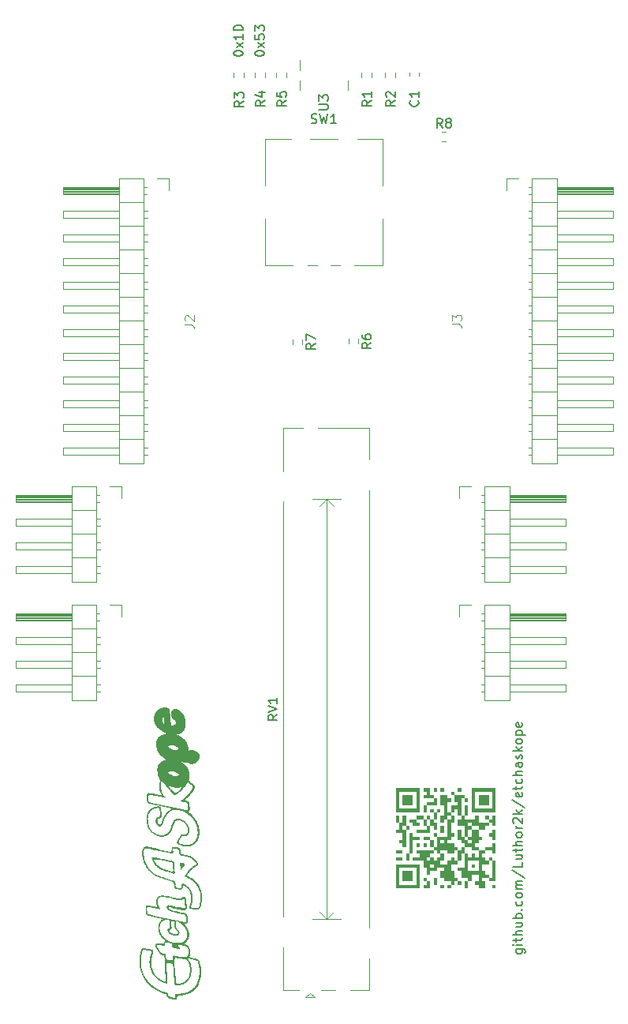
<source format=gbr>
%TF.GenerationSoftware,KiCad,Pcbnew,7.0.7*%
%TF.CreationDate,2023-10-20T20:39:32-07:00*%
%TF.ProjectId,etchascope-pcb,65746368-6173-4636-9f70-652d7063622e,rev?*%
%TF.SameCoordinates,Original*%
%TF.FileFunction,Legend,Top*%
%TF.FilePolarity,Positive*%
%FSLAX46Y46*%
G04 Gerber Fmt 4.6, Leading zero omitted, Abs format (unit mm)*
G04 Created by KiCad (PCBNEW 7.0.7) date 2023-10-20 20:39:32*
%MOMM*%
%LPD*%
G01*
G04 APERTURE LIST*
%ADD10C,0.150000*%
%ADD11C,0.000000*%
%ADD12C,0.166687*%
%ADD13C,0.100000*%
%ADD14C,0.120000*%
G04 APERTURE END LIST*
D10*
X144411819Y-38080744D02*
X144411819Y-37985506D01*
X144411819Y-37985506D02*
X144459438Y-37890268D01*
X144459438Y-37890268D02*
X144507057Y-37842649D01*
X144507057Y-37842649D02*
X144602295Y-37795030D01*
X144602295Y-37795030D02*
X144792771Y-37747411D01*
X144792771Y-37747411D02*
X145030866Y-37747411D01*
X145030866Y-37747411D02*
X145221342Y-37795030D01*
X145221342Y-37795030D02*
X145316580Y-37842649D01*
X145316580Y-37842649D02*
X145364200Y-37890268D01*
X145364200Y-37890268D02*
X145411819Y-37985506D01*
X145411819Y-37985506D02*
X145411819Y-38080744D01*
X145411819Y-38080744D02*
X145364200Y-38175982D01*
X145364200Y-38175982D02*
X145316580Y-38223601D01*
X145316580Y-38223601D02*
X145221342Y-38271220D01*
X145221342Y-38271220D02*
X145030866Y-38318839D01*
X145030866Y-38318839D02*
X144792771Y-38318839D01*
X144792771Y-38318839D02*
X144602295Y-38271220D01*
X144602295Y-38271220D02*
X144507057Y-38223601D01*
X144507057Y-38223601D02*
X144459438Y-38175982D01*
X144459438Y-38175982D02*
X144411819Y-38080744D01*
X145411819Y-37414077D02*
X144745152Y-36890268D01*
X144745152Y-37414077D02*
X145411819Y-36890268D01*
X144411819Y-36033125D02*
X144411819Y-36509315D01*
X144411819Y-36509315D02*
X144888009Y-36556934D01*
X144888009Y-36556934D02*
X144840390Y-36509315D01*
X144840390Y-36509315D02*
X144792771Y-36414077D01*
X144792771Y-36414077D02*
X144792771Y-36175982D01*
X144792771Y-36175982D02*
X144840390Y-36080744D01*
X144840390Y-36080744D02*
X144888009Y-36033125D01*
X144888009Y-36033125D02*
X144983247Y-35985506D01*
X144983247Y-35985506D02*
X145221342Y-35985506D01*
X145221342Y-35985506D02*
X145316580Y-36033125D01*
X145316580Y-36033125D02*
X145364200Y-36080744D01*
X145364200Y-36080744D02*
X145411819Y-36175982D01*
X145411819Y-36175982D02*
X145411819Y-36414077D01*
X145411819Y-36414077D02*
X145364200Y-36509315D01*
X145364200Y-36509315D02*
X145316580Y-36556934D01*
X144411819Y-35652172D02*
X144411819Y-35033125D01*
X144411819Y-35033125D02*
X144792771Y-35366458D01*
X144792771Y-35366458D02*
X144792771Y-35223601D01*
X144792771Y-35223601D02*
X144840390Y-35128363D01*
X144840390Y-35128363D02*
X144888009Y-35080744D01*
X144888009Y-35080744D02*
X144983247Y-35033125D01*
X144983247Y-35033125D02*
X145221342Y-35033125D01*
X145221342Y-35033125D02*
X145316580Y-35080744D01*
X145316580Y-35080744D02*
X145364200Y-35128363D01*
X145364200Y-35128363D02*
X145411819Y-35223601D01*
X145411819Y-35223601D02*
X145411819Y-35509315D01*
X145411819Y-35509315D02*
X145364200Y-35604553D01*
X145364200Y-35604553D02*
X145316580Y-35652172D01*
X142125819Y-38080744D02*
X142125819Y-37985506D01*
X142125819Y-37985506D02*
X142173438Y-37890268D01*
X142173438Y-37890268D02*
X142221057Y-37842649D01*
X142221057Y-37842649D02*
X142316295Y-37795030D01*
X142316295Y-37795030D02*
X142506771Y-37747411D01*
X142506771Y-37747411D02*
X142744866Y-37747411D01*
X142744866Y-37747411D02*
X142935342Y-37795030D01*
X142935342Y-37795030D02*
X143030580Y-37842649D01*
X143030580Y-37842649D02*
X143078200Y-37890268D01*
X143078200Y-37890268D02*
X143125819Y-37985506D01*
X143125819Y-37985506D02*
X143125819Y-38080744D01*
X143125819Y-38080744D02*
X143078200Y-38175982D01*
X143078200Y-38175982D02*
X143030580Y-38223601D01*
X143030580Y-38223601D02*
X142935342Y-38271220D01*
X142935342Y-38271220D02*
X142744866Y-38318839D01*
X142744866Y-38318839D02*
X142506771Y-38318839D01*
X142506771Y-38318839D02*
X142316295Y-38271220D01*
X142316295Y-38271220D02*
X142221057Y-38223601D01*
X142221057Y-38223601D02*
X142173438Y-38175982D01*
X142173438Y-38175982D02*
X142125819Y-38080744D01*
X143125819Y-37414077D02*
X142459152Y-36890268D01*
X142459152Y-37414077D02*
X143125819Y-36890268D01*
X143125819Y-35985506D02*
X143125819Y-36556934D01*
X143125819Y-36271220D02*
X142125819Y-36271220D01*
X142125819Y-36271220D02*
X142268676Y-36366458D01*
X142268676Y-36366458D02*
X142363914Y-36461696D01*
X142363914Y-36461696D02*
X142411533Y-36556934D01*
X143125819Y-35556934D02*
X142125819Y-35556934D01*
X142125819Y-35556934D02*
X142125819Y-35318839D01*
X142125819Y-35318839D02*
X142173438Y-35175982D01*
X142173438Y-35175982D02*
X142268676Y-35080744D01*
X142268676Y-35080744D02*
X142363914Y-35033125D01*
X142363914Y-35033125D02*
X142554390Y-34985506D01*
X142554390Y-34985506D02*
X142697247Y-34985506D01*
X142697247Y-34985506D02*
X142887723Y-35033125D01*
X142887723Y-35033125D02*
X142982961Y-35080744D01*
X142982961Y-35080744D02*
X143078200Y-35175982D01*
X143078200Y-35175982D02*
X143125819Y-35318839D01*
X143125819Y-35318839D02*
X143125819Y-35556934D01*
D11*
G36*
X163226750Y-120173750D02*
G01*
X162856333Y-120173750D01*
X162856333Y-119803334D01*
X163226750Y-119803334D01*
X163226750Y-120173750D01*
G37*
G36*
X167671749Y-122396250D02*
G01*
X167301333Y-122396250D01*
X167301333Y-122025833D01*
X167671749Y-122025833D01*
X167671749Y-122396250D01*
G37*
G36*
X168042166Y-125359583D02*
G01*
X167671749Y-125359583D01*
X167671749Y-124989166D01*
X168042166Y-124989166D01*
X168042166Y-125359583D01*
G37*
G36*
X162856333Y-119432917D02*
G01*
X162485917Y-119432917D01*
X162485917Y-119062500D01*
X162856333Y-119062500D01*
X162856333Y-119432917D01*
G37*
G36*
X163226750Y-117210417D02*
G01*
X162856333Y-117210417D01*
X162856333Y-116840000D01*
X163226750Y-116840000D01*
X163226750Y-117210417D01*
G37*
G36*
X165078833Y-119062500D02*
G01*
X164708416Y-119062500D01*
X164708416Y-118692084D01*
X165078833Y-118692084D01*
X165078833Y-119062500D01*
G37*
G36*
X163226750Y-126100416D02*
G01*
X162856333Y-126100416D01*
X162856333Y-125730000D01*
X163226750Y-125730000D01*
X163226750Y-126100416D01*
G37*
G36*
X166560499Y-122025833D02*
G01*
X166190083Y-122025833D01*
X166190083Y-121655417D01*
X166560499Y-121655417D01*
X166560499Y-122025833D01*
G37*
G36*
X163226750Y-117951250D02*
G01*
X162856333Y-117951250D01*
X162856333Y-117580834D01*
X163226750Y-117580834D01*
X163226750Y-117951250D01*
G37*
G36*
X167671749Y-120544167D02*
G01*
X167301333Y-120544167D01*
X167301333Y-120173750D01*
X167671749Y-120173750D01*
X167671749Y-120544167D01*
G37*
G36*
X168782999Y-120914584D02*
G01*
X168412583Y-120914584D01*
X168412583Y-120544167D01*
X168782999Y-120544167D01*
X168782999Y-120914584D01*
G37*
G36*
X168782999Y-124618750D02*
G01*
X168412583Y-124618750D01*
X168412583Y-124248333D01*
X168782999Y-124248333D01*
X168782999Y-124618750D01*
G37*
G36*
X168782999Y-127211667D02*
G01*
X168412583Y-127211667D01*
X168412583Y-126841250D01*
X168782999Y-126841250D01*
X168782999Y-127211667D01*
G37*
G36*
X170264666Y-122396250D02*
G01*
X169894250Y-122396250D01*
X169894250Y-122025833D01*
X170264666Y-122025833D01*
X170264666Y-122396250D01*
G37*
G36*
X166930916Y-120544167D02*
G01*
X166560499Y-120544167D01*
X166560499Y-120173750D01*
X166930916Y-120173750D01*
X166930916Y-120544167D01*
G37*
G36*
X161745083Y-124618750D02*
G01*
X161374667Y-124618750D01*
X161374667Y-124248333D01*
X161745083Y-124248333D01*
X161745083Y-124618750D01*
G37*
G36*
X167301333Y-120544167D02*
G01*
X166930916Y-120544167D01*
X166930916Y-120173750D01*
X167301333Y-120173750D01*
X167301333Y-120544167D01*
G37*
G36*
X167301333Y-122766666D02*
G01*
X166930916Y-122766666D01*
X166930916Y-122396250D01*
X167301333Y-122396250D01*
X167301333Y-122766666D01*
G37*
G36*
X163226750Y-125730000D02*
G01*
X162856333Y-125730000D01*
X162856333Y-125359583D01*
X163226750Y-125359583D01*
X163226750Y-125730000D01*
G37*
G36*
X169153416Y-121285000D02*
G01*
X168782999Y-121285000D01*
X168782999Y-120914584D01*
X169153416Y-120914584D01*
X169153416Y-121285000D01*
G37*
G36*
X163226750Y-122396250D02*
G01*
X162856333Y-122396250D01*
X162856333Y-122025833D01*
X163226750Y-122025833D01*
X163226750Y-122396250D01*
G37*
G36*
X167671749Y-126841250D02*
G01*
X167301333Y-126841250D01*
X167301333Y-126470833D01*
X167671749Y-126470833D01*
X167671749Y-126841250D01*
G37*
G36*
X166560499Y-124248333D02*
G01*
X166190083Y-124248333D01*
X166190083Y-123877916D01*
X166560499Y-123877916D01*
X166560499Y-124248333D01*
G37*
G36*
X161745083Y-122396250D02*
G01*
X161374667Y-122396250D01*
X161374667Y-122025833D01*
X161745083Y-122025833D01*
X161745083Y-122396250D01*
G37*
G36*
X169523833Y-123507500D02*
G01*
X169153416Y-123507500D01*
X169153416Y-123137083D01*
X169523833Y-123137083D01*
X169523833Y-123507500D01*
G37*
G36*
X166930916Y-126100416D02*
G01*
X166560499Y-126100416D01*
X166560499Y-125730000D01*
X166930916Y-125730000D01*
X166930916Y-126100416D01*
G37*
G36*
X165449249Y-121285000D02*
G01*
X165078833Y-121285000D01*
X165078833Y-120914584D01*
X165449249Y-120914584D01*
X165449249Y-121285000D01*
G37*
G36*
X163226750Y-124989166D02*
G01*
X162856333Y-124989166D01*
X162856333Y-124618750D01*
X163226750Y-124618750D01*
X163226750Y-124989166D01*
G37*
G36*
X163597167Y-122766666D02*
G01*
X163226750Y-122766666D01*
X163226750Y-122396250D01*
X163597167Y-122396250D01*
X163597167Y-122766666D01*
G37*
G36*
X166560499Y-119803334D02*
G01*
X166190083Y-119803334D01*
X166190083Y-119432917D01*
X166560499Y-119432917D01*
X166560499Y-119803334D01*
G37*
G36*
X167301333Y-127211667D02*
G01*
X166930916Y-127211667D01*
X166930916Y-126841250D01*
X167301333Y-126841250D01*
X167301333Y-127211667D01*
G37*
G36*
X169894250Y-124618750D02*
G01*
X169523833Y-124618750D01*
X169523833Y-124248333D01*
X169894250Y-124248333D01*
X169894250Y-124618750D01*
G37*
G36*
X168782999Y-125359583D02*
G01*
X168412583Y-125359583D01*
X168412583Y-124989166D01*
X168782999Y-124989166D01*
X168782999Y-125359583D01*
G37*
G36*
X165078833Y-123137083D02*
G01*
X164708416Y-123137083D01*
X164708416Y-122766666D01*
X165078833Y-122766666D01*
X165078833Y-123137083D01*
G37*
G36*
X160633833Y-120914584D02*
G01*
X160263417Y-120914584D01*
X160263417Y-120544167D01*
X160633833Y-120544167D01*
X160633833Y-120914584D01*
G37*
G36*
X167301333Y-120914584D02*
G01*
X166930916Y-120914584D01*
X166930916Y-120544167D01*
X167301333Y-120544167D01*
X167301333Y-120914584D01*
G37*
G36*
X161374667Y-122025833D02*
G01*
X161004250Y-122025833D01*
X161004250Y-121655417D01*
X161374667Y-121655417D01*
X161374667Y-122025833D01*
G37*
G36*
X164338000Y-119432917D02*
G01*
X163967583Y-119432917D01*
X163967583Y-119062500D01*
X164338000Y-119062500D01*
X164338000Y-119432917D01*
G37*
G36*
X165819666Y-117580834D02*
G01*
X165449249Y-117580834D01*
X165449249Y-117210417D01*
X165819666Y-117210417D01*
X165819666Y-117580834D01*
G37*
G36*
X168042166Y-120914584D02*
G01*
X167671749Y-120914584D01*
X167671749Y-120544167D01*
X168042166Y-120544167D01*
X168042166Y-120914584D01*
G37*
G36*
X165078833Y-118692084D02*
G01*
X164708416Y-118692084D01*
X164708416Y-118321667D01*
X165078833Y-118321667D01*
X165078833Y-118692084D01*
G37*
G36*
X164708416Y-122396250D02*
G01*
X164338000Y-122396250D01*
X164338000Y-122025833D01*
X164708416Y-122025833D01*
X164708416Y-122396250D01*
G37*
G36*
X168782999Y-126841250D02*
G01*
X168412583Y-126841250D01*
X168412583Y-126470833D01*
X168782999Y-126470833D01*
X168782999Y-126841250D01*
G37*
G36*
X168412583Y-123507500D02*
G01*
X168042166Y-123507500D01*
X168042166Y-123137083D01*
X168412583Y-123137083D01*
X168412583Y-123507500D01*
G37*
G36*
X170264666Y-123877916D02*
G01*
X169894250Y-123877916D01*
X169894250Y-123507500D01*
X170264666Y-123507500D01*
X170264666Y-123877916D01*
G37*
G36*
X168412583Y-120173750D02*
G01*
X168042166Y-120173750D01*
X168042166Y-119803334D01*
X168412583Y-119803334D01*
X168412583Y-120173750D01*
G37*
G36*
X165449249Y-118321667D02*
G01*
X165078833Y-118321667D01*
X165078833Y-117951250D01*
X165449249Y-117951250D01*
X165449249Y-118321667D01*
G37*
G36*
X162115500Y-123137083D02*
G01*
X161745083Y-123137083D01*
X161745083Y-122766666D01*
X162115500Y-122766666D01*
X162115500Y-123137083D01*
G37*
G36*
X166190083Y-126841250D02*
G01*
X165819666Y-126841250D01*
X165819666Y-126470833D01*
X166190083Y-126470833D01*
X166190083Y-126841250D01*
G37*
G36*
X160263417Y-123877916D02*
G01*
X159893000Y-123877916D01*
X159893000Y-123507500D01*
X160263417Y-123507500D01*
X160263417Y-123877916D01*
G37*
G36*
X166560499Y-123877916D02*
G01*
X166190083Y-123877916D01*
X166190083Y-123507500D01*
X166560499Y-123507500D01*
X166560499Y-123877916D01*
G37*
G36*
X166930916Y-117951250D02*
G01*
X166560499Y-117951250D01*
X166560499Y-117580834D01*
X166930916Y-117580834D01*
X166930916Y-117951250D01*
G37*
G36*
X163967583Y-125730000D02*
G01*
X163597167Y-125730000D01*
X163597167Y-125359583D01*
X163967583Y-125359583D01*
X163967583Y-125730000D01*
G37*
G36*
X132726543Y-123104771D02*
G01*
X132742492Y-123105845D01*
X132758793Y-123107506D01*
X132775448Y-123109752D01*
X132792459Y-123112585D01*
X134042615Y-123362617D01*
X134042614Y-123390397D01*
X135264989Y-123634872D01*
X135292144Y-123640508D01*
X135317361Y-123644802D01*
X135340658Y-123647581D01*
X135362050Y-123648676D01*
X135372037Y-123648538D01*
X135381554Y-123647915D01*
X135390603Y-123646785D01*
X135399186Y-123645127D01*
X135407305Y-123642920D01*
X135414962Y-123640142D01*
X135422159Y-123636772D01*
X135428899Y-123632788D01*
X135435182Y-123628170D01*
X135441012Y-123622895D01*
X135446390Y-123616943D01*
X135451319Y-123610292D01*
X135455800Y-123602920D01*
X135459835Y-123594807D01*
X135463427Y-123585931D01*
X135466577Y-123576270D01*
X135469288Y-123565804D01*
X135471561Y-123554510D01*
X135473399Y-123542368D01*
X135474803Y-123529357D01*
X135475776Y-123515454D01*
X135476320Y-123500638D01*
X135476127Y-123468184D01*
X135475971Y-123412925D01*
X135477744Y-123363657D01*
X135481682Y-123320118D01*
X135484536Y-123300417D01*
X135488021Y-123282049D01*
X135492164Y-123264985D01*
X135496997Y-123249189D01*
X135502547Y-123234631D01*
X135508846Y-123221278D01*
X135515922Y-123209097D01*
X135523804Y-123198055D01*
X135532523Y-123188120D01*
X135542107Y-123179259D01*
X135552587Y-123171440D01*
X135563992Y-123164631D01*
X135576351Y-123158798D01*
X135589694Y-123153909D01*
X135604050Y-123149931D01*
X135619449Y-123146833D01*
X135635920Y-123144581D01*
X135653493Y-123143143D01*
X135672197Y-123142487D01*
X135692062Y-123142579D01*
X135735393Y-123144880D01*
X135783722Y-123149785D01*
X135837283Y-123157034D01*
X135864370Y-123161657D01*
X135891457Y-123166931D01*
X135945630Y-123177870D01*
X135972717Y-123182753D01*
X135999803Y-123186725D01*
X136013347Y-123188247D01*
X136026890Y-123189395D01*
X136040434Y-123190119D01*
X136053977Y-123190372D01*
X136100524Y-123193827D01*
X136144288Y-123200041D01*
X136165111Y-123204190D01*
X136185219Y-123209039D01*
X136204607Y-123214589D01*
X136223269Y-123220844D01*
X136241198Y-123227808D01*
X136258389Y-123235483D01*
X136274835Y-123243871D01*
X136290530Y-123252977D01*
X136305468Y-123262804D01*
X136319643Y-123273354D01*
X136333049Y-123284630D01*
X136345680Y-123296635D01*
X136357529Y-123309374D01*
X136368591Y-123322847D01*
X136378860Y-123337060D01*
X136388329Y-123352014D01*
X136396992Y-123367712D01*
X136404843Y-123384159D01*
X136411876Y-123401356D01*
X136418085Y-123419307D01*
X136423464Y-123438016D01*
X136428006Y-123457484D01*
X136431707Y-123477715D01*
X136434558Y-123498712D01*
X136436555Y-123520478D01*
X136437692Y-123543017D01*
X136437962Y-123566331D01*
X136437358Y-123590423D01*
X136436519Y-123630923D01*
X136438194Y-123669078D01*
X136439987Y-123687277D01*
X136442425Y-123704890D01*
X136445511Y-123721917D01*
X136449252Y-123738358D01*
X136453652Y-123754213D01*
X136458717Y-123769481D01*
X136464450Y-123784164D01*
X136470859Y-123798261D01*
X136477947Y-123811772D01*
X136485719Y-123824697D01*
X136494182Y-123837035D01*
X136503339Y-123848788D01*
X136513196Y-123859955D01*
X136523758Y-123870536D01*
X136535031Y-123880531D01*
X136547018Y-123889939D01*
X136559726Y-123898762D01*
X136573160Y-123906999D01*
X136587323Y-123914649D01*
X136602223Y-123921714D01*
X136617863Y-123928193D01*
X136634248Y-123934085D01*
X136651385Y-123939392D01*
X136669277Y-123944113D01*
X136687931Y-123948247D01*
X136707350Y-123951796D01*
X136748508Y-123957135D01*
X136765178Y-123959529D01*
X136781856Y-123962485D01*
X136798551Y-123965913D01*
X136815270Y-123969724D01*
X136848814Y-123978135D01*
X136882553Y-123987001D01*
X136916552Y-123995606D01*
X136950877Y-124003235D01*
X136968182Y-124006460D01*
X136985593Y-124009171D01*
X137003118Y-124011281D01*
X137020765Y-124012698D01*
X137112001Y-124021221D01*
X137200323Y-124034261D01*
X137285812Y-124051778D01*
X137368551Y-124073730D01*
X137448620Y-124100078D01*
X137526101Y-124130780D01*
X137601075Y-124165795D01*
X137673624Y-124205084D01*
X137743828Y-124248604D01*
X137811770Y-124296317D01*
X137877531Y-124348180D01*
X137941192Y-124404153D01*
X138002834Y-124464196D01*
X138062540Y-124528268D01*
X138120389Y-124596327D01*
X138176464Y-124668335D01*
X138217586Y-124722983D01*
X138253319Y-124772666D01*
X138283485Y-124817889D01*
X138296424Y-124838986D01*
X138307904Y-124859157D01*
X138317904Y-124878465D01*
X138326399Y-124896974D01*
X138333368Y-124914745D01*
X138338789Y-124931844D01*
X138342640Y-124948332D01*
X138344896Y-124964272D01*
X138345538Y-124979729D01*
X138344541Y-124994764D01*
X138341884Y-125009441D01*
X138337544Y-125023823D01*
X138331499Y-125037973D01*
X138323727Y-125051954D01*
X138314205Y-125065830D01*
X138302910Y-125079662D01*
X138289821Y-125093515D01*
X138274914Y-125107452D01*
X138258169Y-125121535D01*
X138239561Y-125135827D01*
X138219069Y-125150393D01*
X138196671Y-125165294D01*
X138146065Y-125196355D01*
X138087565Y-125229516D01*
X138020629Y-125267930D01*
X137955256Y-125308150D01*
X137891446Y-125350161D01*
X137829199Y-125393946D01*
X137768514Y-125439490D01*
X137709392Y-125486775D01*
X137651833Y-125535785D01*
X137595836Y-125586505D01*
X137541403Y-125638918D01*
X137488531Y-125693007D01*
X137437223Y-125748756D01*
X137387477Y-125806150D01*
X137339294Y-125865171D01*
X137292674Y-125925804D01*
X137247616Y-125988032D01*
X137204121Y-126051840D01*
X137192170Y-126071305D01*
X137181440Y-126090104D01*
X137172110Y-126108219D01*
X137164359Y-126125634D01*
X137161132Y-126134073D01*
X137158366Y-126142332D01*
X137156085Y-126150408D01*
X137154310Y-126158298D01*
X137153065Y-126166001D01*
X137152370Y-126173515D01*
X137152250Y-126180838D01*
X137152726Y-126187968D01*
X137153820Y-126194902D01*
X137155555Y-126201638D01*
X137157954Y-126208176D01*
X137161038Y-126214512D01*
X137164831Y-126220644D01*
X137169354Y-126226571D01*
X137174630Y-126232290D01*
X137180681Y-126237800D01*
X137187529Y-126243098D01*
X137195198Y-126248183D01*
X137203709Y-126253052D01*
X137213085Y-126257703D01*
X137223348Y-126262134D01*
X137234520Y-126266344D01*
X137246625Y-126270330D01*
X137259683Y-126274090D01*
X137309690Y-126301871D01*
X137436074Y-126363688D01*
X137555892Y-126429235D01*
X137669248Y-126498370D01*
X137776252Y-126570948D01*
X137877009Y-126646827D01*
X137971625Y-126725862D01*
X138060209Y-126807912D01*
X138142867Y-126892831D01*
X138219705Y-126980476D01*
X138290830Y-127070705D01*
X138356350Y-127163374D01*
X138416371Y-127258339D01*
X138471000Y-127355456D01*
X138520343Y-127454583D01*
X138564508Y-127555576D01*
X138603601Y-127658291D01*
X138637730Y-127762585D01*
X138667000Y-127868315D01*
X138691520Y-127975336D01*
X138711395Y-128083507D01*
X138726732Y-128192682D01*
X138737639Y-128302719D01*
X138744222Y-128413475D01*
X138746588Y-128524805D01*
X138744844Y-128636567D01*
X138739096Y-128748617D01*
X138716018Y-128973006D01*
X138678208Y-129196825D01*
X138626521Y-129418928D01*
X138607153Y-129489839D01*
X138588256Y-129552831D01*
X138569263Y-129608319D01*
X138549602Y-129656718D01*
X138539343Y-129678388D01*
X138528703Y-129698443D01*
X138517612Y-129716932D01*
X138505998Y-129733908D01*
X138493790Y-129749424D01*
X138480916Y-129763530D01*
X138467306Y-129776280D01*
X138452888Y-129787724D01*
X138437591Y-129797914D01*
X138421344Y-129806903D01*
X138404075Y-129814743D01*
X138385714Y-129821485D01*
X138366189Y-129827180D01*
X138345429Y-129831882D01*
X138323362Y-129835642D01*
X138299918Y-129838511D01*
X138248612Y-129841787D01*
X138190942Y-129842125D01*
X138126337Y-129839940D01*
X138054227Y-129835646D01*
X138011708Y-129832230D01*
X137937546Y-129826271D01*
X137820865Y-129814811D01*
X137704183Y-129801268D01*
X137587502Y-129785641D01*
X137567643Y-129782287D01*
X137548694Y-129778474D01*
X137530654Y-129774200D01*
X137513524Y-129769460D01*
X137497300Y-129764253D01*
X137481983Y-129758574D01*
X137467572Y-129752422D01*
X137454065Y-129745792D01*
X137441462Y-129738682D01*
X137429761Y-129731089D01*
X137418961Y-129723009D01*
X137409062Y-129714440D01*
X137400062Y-129705379D01*
X137391960Y-129695822D01*
X137384756Y-129685767D01*
X137378448Y-129675210D01*
X137373036Y-129664149D01*
X137368517Y-129652579D01*
X137364892Y-129640499D01*
X137362159Y-129627906D01*
X137360318Y-129614795D01*
X137359366Y-129601165D01*
X137359304Y-129587012D01*
X137360130Y-129572332D01*
X137361843Y-129557124D01*
X137364442Y-129541384D01*
X137367927Y-129525108D01*
X137372295Y-129508295D01*
X137377547Y-129490940D01*
X137383680Y-129473040D01*
X137390695Y-129454594D01*
X137398589Y-129435597D01*
X137436633Y-129345875D01*
X137469573Y-129255908D01*
X137497515Y-129165714D01*
X137520567Y-129075309D01*
X137538832Y-128984708D01*
X137552417Y-128893927D01*
X137561429Y-128802985D01*
X137565972Y-128711895D01*
X137566152Y-128620676D01*
X137562076Y-128529342D01*
X137553849Y-128437911D01*
X137541576Y-128346398D01*
X137525365Y-128254821D01*
X137505320Y-128163194D01*
X137481547Y-128071535D01*
X137454152Y-127979860D01*
X137436319Y-127928740D01*
X137416192Y-127879533D01*
X137393817Y-127832197D01*
X137369246Y-127786693D01*
X137342525Y-127742980D01*
X137313705Y-127701016D01*
X137282834Y-127660762D01*
X137249960Y-127622176D01*
X137215133Y-127585218D01*
X137178402Y-127549847D01*
X137139814Y-127516023D01*
X137099420Y-127483704D01*
X137057268Y-127452850D01*
X137013407Y-127423421D01*
X136967885Y-127395375D01*
X136920752Y-127368672D01*
X136896522Y-127356120D01*
X136873806Y-127345611D01*
X136852555Y-127337235D01*
X136842464Y-127333874D01*
X136832720Y-127331080D01*
X136823319Y-127328864D01*
X136814253Y-127327237D01*
X136805517Y-127326211D01*
X136797104Y-127325795D01*
X136789009Y-127326003D01*
X136781225Y-127326844D01*
X136773746Y-127328330D01*
X136766566Y-127330472D01*
X136759680Y-127333282D01*
X136753080Y-127336771D01*
X136746761Y-127340949D01*
X136740717Y-127345828D01*
X136734941Y-127351419D01*
X136729428Y-127357734D01*
X136724171Y-127364783D01*
X136719165Y-127372578D01*
X136714402Y-127381130D01*
X136709878Y-127390450D01*
X136705586Y-127400550D01*
X136701519Y-127411440D01*
X136697672Y-127423131D01*
X136694039Y-127435636D01*
X136687390Y-127463128D01*
X136679369Y-127497739D01*
X136669842Y-127530617D01*
X136658736Y-127561590D01*
X136645978Y-127590488D01*
X136638957Y-127604105D01*
X136631495Y-127617139D01*
X136623583Y-127629569D01*
X136615213Y-127641373D01*
X136606374Y-127652530D01*
X136597059Y-127663019D01*
X136587257Y-127672818D01*
X136576959Y-127681905D01*
X136566157Y-127690261D01*
X136554842Y-127697862D01*
X136543003Y-127704688D01*
X136530632Y-127710718D01*
X136517720Y-127715929D01*
X136504258Y-127720301D01*
X136490235Y-127723813D01*
X136475645Y-127726442D01*
X136460476Y-127728168D01*
X136444720Y-127728969D01*
X136428369Y-127728824D01*
X136411411Y-127727712D01*
X136393840Y-127725610D01*
X136375644Y-127722499D01*
X136356816Y-127718355D01*
X136337346Y-127713159D01*
X136293193Y-127702264D01*
X136246656Y-127693973D01*
X136149389Y-127681558D01*
X136051471Y-127668623D01*
X136004119Y-127659681D01*
X135958827Y-127647874D01*
X135937184Y-127640611D01*
X135916334Y-127632290D01*
X135896369Y-127622797D01*
X135877382Y-127612018D01*
X135859465Y-127599840D01*
X135842711Y-127586147D01*
X135827212Y-127570827D01*
X135813062Y-127553765D01*
X135800352Y-127534847D01*
X135789175Y-127513959D01*
X135779624Y-127490988D01*
X135771791Y-127465820D01*
X135765770Y-127438340D01*
X135761652Y-127408434D01*
X135759530Y-127375989D01*
X135759496Y-127340891D01*
X135759970Y-127306228D01*
X135759314Y-127273052D01*
X135757540Y-127241321D01*
X135754656Y-127210992D01*
X135750674Y-127182022D01*
X135745603Y-127154369D01*
X135739453Y-127127989D01*
X135732236Y-127102840D01*
X135723960Y-127078880D01*
X135714636Y-127056065D01*
X135704275Y-127034353D01*
X135692886Y-127013701D01*
X135680480Y-126994067D01*
X135667066Y-126975407D01*
X135652656Y-126957679D01*
X135637258Y-126940841D01*
X135620884Y-126924849D01*
X135603544Y-126909660D01*
X135585247Y-126895233D01*
X135566004Y-126881523D01*
X135545825Y-126868490D01*
X135524720Y-126856089D01*
X135479773Y-126833015D01*
X135431246Y-126811959D01*
X135379218Y-126792580D01*
X135323772Y-126774536D01*
X135264989Y-126757485D01*
X134820837Y-126630645D01*
X134598891Y-126564589D01*
X134378768Y-126492868D01*
X134269797Y-126453967D01*
X134161770Y-126412552D01*
X134054851Y-126368255D01*
X133949200Y-126320711D01*
X133844983Y-126269553D01*
X133742360Y-126214415D01*
X133641496Y-126154931D01*
X133542552Y-126090734D01*
X133390622Y-125980704D01*
X133249362Y-125865261D01*
X133118635Y-125744463D01*
X133057177Y-125682074D01*
X132998300Y-125618366D01*
X132941987Y-125553349D01*
X132888221Y-125487028D01*
X132836984Y-125419411D01*
X132788259Y-125350506D01*
X132742028Y-125280318D01*
X132698275Y-125208855D01*
X132618131Y-125062134D01*
X132547689Y-124910400D01*
X132486811Y-124753708D01*
X132435357Y-124592117D01*
X132393190Y-124425684D01*
X132360171Y-124254464D01*
X132336162Y-124078516D01*
X132321025Y-123897896D01*
X132316158Y-123757110D01*
X132492420Y-123757110D01*
X132499515Y-123965068D01*
X132518704Y-124165928D01*
X132549971Y-124359627D01*
X132593301Y-124546097D01*
X132648676Y-124725276D01*
X132716081Y-124897096D01*
X132795499Y-125061494D01*
X132886914Y-125218404D01*
X132990310Y-125367761D01*
X133105670Y-125509499D01*
X133232978Y-125643555D01*
X133372218Y-125769862D01*
X133523373Y-125888355D01*
X133686428Y-125998970D01*
X133861366Y-126101641D01*
X134048170Y-126196303D01*
X134138208Y-126236834D01*
X134229085Y-126275208D01*
X134413060Y-126346235D01*
X134599509Y-126410881D01*
X134787846Y-126470643D01*
X135548357Y-126690809D01*
X135597521Y-126706187D01*
X135642933Y-126723202D01*
X135664240Y-126732346D01*
X135684617Y-126741926D01*
X135704069Y-126751951D01*
X135722598Y-126762432D01*
X135740207Y-126773376D01*
X135756900Y-126784794D01*
X135772679Y-126796694D01*
X135787548Y-126809085D01*
X135801509Y-126821977D01*
X135814565Y-126835378D01*
X135826720Y-126849298D01*
X135837977Y-126863747D01*
X135848339Y-126878732D01*
X135857808Y-126894264D01*
X135866388Y-126910352D01*
X135874082Y-126927003D01*
X135880893Y-126944229D01*
X135886824Y-126962038D01*
X135891877Y-126980439D01*
X135896057Y-126999441D01*
X135899366Y-127019054D01*
X135901808Y-127039286D01*
X135903384Y-127060147D01*
X135904099Y-127081645D01*
X135903955Y-127103791D01*
X135902955Y-127126593D01*
X135901103Y-127150061D01*
X135898401Y-127174203D01*
X135895103Y-127206494D01*
X135893502Y-127236743D01*
X135893536Y-127265022D01*
X135895146Y-127291405D01*
X135898269Y-127315964D01*
X135902845Y-127338774D01*
X135908813Y-127359907D01*
X135916112Y-127379436D01*
X135924680Y-127397436D01*
X135934457Y-127413978D01*
X135945382Y-127429137D01*
X135957393Y-127442986D01*
X135970430Y-127455597D01*
X135984431Y-127467045D01*
X135999335Y-127477402D01*
X136015082Y-127486741D01*
X136031611Y-127495137D01*
X136048860Y-127502661D01*
X136066767Y-127509388D01*
X136085274Y-127515391D01*
X136123836Y-127525516D01*
X136164060Y-127533622D01*
X136205455Y-127540296D01*
X136247534Y-127546124D01*
X136331789Y-127557583D01*
X136354819Y-127560476D01*
X136376037Y-127561905D01*
X136395519Y-127561939D01*
X136413342Y-127560643D01*
X136429582Y-127558087D01*
X136444315Y-127554336D01*
X136457618Y-127549457D01*
X136469567Y-127543519D01*
X136480237Y-127536587D01*
X136489707Y-127528730D01*
X136498051Y-127520014D01*
X136505346Y-127510507D01*
X136511668Y-127500275D01*
X136517095Y-127489386D01*
X136521701Y-127477907D01*
X136525563Y-127465905D01*
X136528758Y-127453447D01*
X136531362Y-127440601D01*
X136535102Y-127414010D01*
X136537393Y-127386671D01*
X136538846Y-127359121D01*
X136541679Y-127305534D01*
X136544279Y-127280571D01*
X136546142Y-127268783D01*
X136548483Y-127257546D01*
X136556976Y-127224917D01*
X136565900Y-127195755D01*
X136570578Y-127182458D01*
X136575427Y-127170011D01*
X136580470Y-127158406D01*
X136585727Y-127147637D01*
X136591220Y-127137698D01*
X136596971Y-127128583D01*
X136603001Y-127120287D01*
X136609330Y-127112802D01*
X136615981Y-127106123D01*
X136622975Y-127100243D01*
X136630334Y-127095157D01*
X136638077Y-127090859D01*
X136646228Y-127087342D01*
X136654807Y-127084600D01*
X136663836Y-127082627D01*
X136673336Y-127081418D01*
X136683328Y-127080965D01*
X136693834Y-127081263D01*
X136704875Y-127082306D01*
X136716473Y-127084087D01*
X136728648Y-127086601D01*
X136741423Y-127089842D01*
X136754818Y-127093802D01*
X136768855Y-127098477D01*
X136798941Y-127109945D01*
X136831852Y-127124196D01*
X136917337Y-127167313D01*
X136998745Y-127213368D01*
X137076035Y-127262434D01*
X137149166Y-127314585D01*
X137218096Y-127369894D01*
X137282787Y-127428434D01*
X137343196Y-127490278D01*
X137399284Y-127555500D01*
X137451008Y-127624173D01*
X137498330Y-127696371D01*
X137541208Y-127772165D01*
X137579601Y-127851631D01*
X137613469Y-127934840D01*
X137642771Y-128021867D01*
X137667466Y-128112784D01*
X137687514Y-128207665D01*
X137700801Y-128286649D01*
X137711508Y-128365259D01*
X137719659Y-128443510D01*
X137725279Y-128521420D01*
X137728392Y-128599004D01*
X137729023Y-128676279D01*
X137727196Y-128753260D01*
X137722935Y-128829965D01*
X137716265Y-128906410D01*
X137707211Y-128982610D01*
X137695796Y-129058583D01*
X137682045Y-129134344D01*
X137665982Y-129209909D01*
X137647633Y-129285296D01*
X137627021Y-129360519D01*
X137604170Y-129435597D01*
X137602419Y-129440869D01*
X137600320Y-129446259D01*
X137595250Y-129457344D01*
X137589300Y-129468755D01*
X137582813Y-129480394D01*
X137569595Y-129503964D01*
X137563548Y-129515701D01*
X137558331Y-129527275D01*
X137556141Y-129532970D01*
X137554286Y-129538588D01*
X137552810Y-129544116D01*
X137551755Y-129549543D01*
X137551163Y-129554856D01*
X137551079Y-129560042D01*
X137551544Y-129565091D01*
X137552601Y-129569988D01*
X137554293Y-129574723D01*
X137556662Y-129579283D01*
X137559752Y-129583656D01*
X137563605Y-129587829D01*
X137568264Y-129591791D01*
X137573771Y-129595529D01*
X137580169Y-129599031D01*
X137587501Y-129602284D01*
X137628384Y-129617806D01*
X137669738Y-129631129D01*
X137711516Y-129642402D01*
X137753668Y-129651770D01*
X137796146Y-129659380D01*
X137838900Y-129665378D01*
X137881882Y-129669912D01*
X137925043Y-129673127D01*
X137968335Y-129675169D01*
X138011708Y-129676187D01*
X138098503Y-129675731D01*
X138185037Y-129672931D01*
X138270920Y-129668960D01*
X138283573Y-129667957D01*
X138295503Y-129666021D01*
X138306737Y-129663194D01*
X138317302Y-129659518D01*
X138327223Y-129655036D01*
X138336529Y-129649792D01*
X138345244Y-129643827D01*
X138353396Y-129637184D01*
X138361010Y-129629907D01*
X138368114Y-129622037D01*
X138374733Y-129613619D01*
X138380895Y-129604693D01*
X138386625Y-129595304D01*
X138391950Y-129585493D01*
X138396897Y-129575304D01*
X138401492Y-129564779D01*
X138405761Y-129553962D01*
X138409731Y-129542893D01*
X138416880Y-129520177D01*
X138423150Y-129496973D01*
X138428752Y-129473622D01*
X138438802Y-129427848D01*
X138443671Y-129406109D01*
X138448720Y-129385590D01*
X138497093Y-129179515D01*
X138533062Y-128968654D01*
X138555423Y-128754603D01*
X138562971Y-128538957D01*
X138554501Y-128323310D01*
X138528808Y-128109259D01*
X138484689Y-127898398D01*
X138455343Y-127794663D01*
X138420939Y-127692323D01*
X138381326Y-127591579D01*
X138336353Y-127492629D01*
X138285870Y-127395673D01*
X138229726Y-127300911D01*
X138167771Y-127208542D01*
X138099854Y-127118765D01*
X138025825Y-127031780D01*
X137945532Y-126947786D01*
X137858827Y-126866982D01*
X137765557Y-126789568D01*
X137665572Y-126715744D01*
X137558722Y-126645708D01*
X137444856Y-126579660D01*
X137323824Y-126517800D01*
X137195475Y-126460327D01*
X137059658Y-126407440D01*
X137042040Y-126400618D01*
X137025634Y-126393692D01*
X137010411Y-126386653D01*
X136996347Y-126379496D01*
X136983414Y-126372212D01*
X136971585Y-126364795D01*
X136960835Y-126357238D01*
X136951137Y-126349533D01*
X136942465Y-126341674D01*
X136934791Y-126333653D01*
X136928091Y-126325463D01*
X136922336Y-126317097D01*
X136917501Y-126308547D01*
X136913559Y-126299808D01*
X136910484Y-126290871D01*
X136908250Y-126281730D01*
X136906829Y-126272377D01*
X136906196Y-126262805D01*
X136906324Y-126253008D01*
X136907186Y-126242977D01*
X136908757Y-126232707D01*
X136911009Y-126222189D01*
X136913917Y-126211417D01*
X136917453Y-126200383D01*
X136921591Y-126189081D01*
X136926305Y-126177503D01*
X136937355Y-126153492D01*
X136950391Y-126128292D01*
X136965202Y-126101847D01*
X137014044Y-126022487D01*
X137064758Y-125944893D01*
X137117394Y-125869139D01*
X137171998Y-125795297D01*
X137228622Y-125723441D01*
X137287312Y-125653645D01*
X137348119Y-125585981D01*
X137411091Y-125520523D01*
X137476276Y-125457344D01*
X137543724Y-125396517D01*
X137613484Y-125338115D01*
X137685604Y-125282212D01*
X137760133Y-125228882D01*
X137837120Y-125178196D01*
X137916614Y-125130229D01*
X137998664Y-125085053D01*
X138013789Y-125077302D01*
X138027917Y-125069662D01*
X138041063Y-125062116D01*
X138053239Y-125054646D01*
X138064459Y-125047232D01*
X138074736Y-125039857D01*
X138084082Y-125032503D01*
X138092513Y-125025150D01*
X138100039Y-125017781D01*
X138106676Y-125010378D01*
X138112435Y-125002921D01*
X138117331Y-124995394D01*
X138121376Y-124987776D01*
X138124584Y-124980051D01*
X138126968Y-124972200D01*
X138128541Y-124964205D01*
X138129317Y-124956046D01*
X138129308Y-124947707D01*
X138128528Y-124939168D01*
X138126989Y-124930411D01*
X138124707Y-124921418D01*
X138121692Y-124912171D01*
X138117960Y-124902652D01*
X138113522Y-124892841D01*
X138108393Y-124882721D01*
X138102584Y-124872274D01*
X138096111Y-124861480D01*
X138088985Y-124850322D01*
X138072831Y-124826841D01*
X138054226Y-124801683D01*
X138002633Y-124737255D01*
X137949851Y-124675366D01*
X137895735Y-124616212D01*
X137840137Y-124559987D01*
X137782912Y-124506888D01*
X137723912Y-124457110D01*
X137662991Y-124410848D01*
X137600003Y-124368297D01*
X137534801Y-124329653D01*
X137501324Y-124311857D01*
X137467239Y-124295111D01*
X137432527Y-124279439D01*
X137397170Y-124264866D01*
X137361150Y-124251416D01*
X137324448Y-124239114D01*
X137287046Y-124227984D01*
X137248926Y-124218050D01*
X137210069Y-124209337D01*
X137170457Y-124201870D01*
X137130072Y-124195672D01*
X137088896Y-124190768D01*
X137046910Y-124187182D01*
X137004095Y-124184940D01*
X136676276Y-124123822D01*
X136623130Y-124119254D01*
X136598091Y-124115878D01*
X136574061Y-124111765D01*
X136551027Y-124106907D01*
X136528980Y-124101297D01*
X136507907Y-124094928D01*
X136487798Y-124087793D01*
X136468641Y-124079884D01*
X136450425Y-124071196D01*
X136433139Y-124061720D01*
X136416771Y-124051449D01*
X136401311Y-124040377D01*
X136386748Y-124028495D01*
X136373069Y-124015798D01*
X136360265Y-124002278D01*
X136348323Y-123987928D01*
X136337232Y-123972740D01*
X136326983Y-123956708D01*
X136317562Y-123939825D01*
X136308959Y-123922082D01*
X136301163Y-123903474D01*
X136294163Y-123883993D01*
X136287947Y-123863632D01*
X136282504Y-123842384D01*
X136277823Y-123820242D01*
X136273893Y-123797198D01*
X136270703Y-123773246D01*
X136266496Y-123722587D01*
X136265114Y-123668209D01*
X136265051Y-123642588D01*
X136263831Y-123617818D01*
X136261466Y-123593905D01*
X136257973Y-123570854D01*
X136253365Y-123548670D01*
X136247655Y-123527358D01*
X136240860Y-123506923D01*
X136232992Y-123487370D01*
X136224065Y-123468703D01*
X136214095Y-123450930D01*
X136203096Y-123434053D01*
X136191081Y-123418079D01*
X136178065Y-123403013D01*
X136164062Y-123388859D01*
X136149087Y-123375622D01*
X136133153Y-123363309D01*
X136116275Y-123351923D01*
X136098467Y-123341470D01*
X136079743Y-123331956D01*
X136060118Y-123323384D01*
X136039606Y-123315761D01*
X136018221Y-123309091D01*
X135995978Y-123303379D01*
X135972890Y-123298631D01*
X135948971Y-123294851D01*
X135924237Y-123292045D01*
X135898701Y-123290217D01*
X135872378Y-123289374D01*
X135845281Y-123289519D01*
X135817426Y-123290658D01*
X135788826Y-123292796D01*
X135759495Y-123295939D01*
X135736673Y-123299561D01*
X135716066Y-123304143D01*
X135697578Y-123309637D01*
X135681111Y-123315994D01*
X135666568Y-123323164D01*
X135653854Y-123331100D01*
X135642872Y-123339751D01*
X135633525Y-123349071D01*
X135625715Y-123359008D01*
X135619348Y-123369516D01*
X135614325Y-123380544D01*
X135610551Y-123392045D01*
X135607928Y-123403968D01*
X135606361Y-123416266D01*
X135605751Y-123428890D01*
X135606004Y-123441790D01*
X135607021Y-123454918D01*
X135608707Y-123468226D01*
X135613698Y-123495182D01*
X135620202Y-123522269D01*
X135627447Y-123549095D01*
X135634660Y-123575270D01*
X135641067Y-123600403D01*
X135645895Y-123624104D01*
X135647475Y-123635295D01*
X135648370Y-123645982D01*
X135649672Y-123665210D01*
X135650450Y-123683325D01*
X135650701Y-123700351D01*
X135650421Y-123716313D01*
X135649609Y-123731238D01*
X135648260Y-123745151D01*
X135646373Y-123758077D01*
X135643943Y-123770042D01*
X135640967Y-123781070D01*
X135637444Y-123791188D01*
X135633369Y-123800421D01*
X135628739Y-123808794D01*
X135623552Y-123816333D01*
X135617804Y-123823063D01*
X135611493Y-123829010D01*
X135604615Y-123834199D01*
X135597167Y-123838655D01*
X135589147Y-123842405D01*
X135580550Y-123845472D01*
X135571375Y-123847884D01*
X135561618Y-123849664D01*
X135551276Y-123850840D01*
X135540345Y-123851435D01*
X135528824Y-123851476D01*
X135516709Y-123850988D01*
X135503996Y-123849996D01*
X135476767Y-123846603D01*
X135447112Y-123841501D01*
X135415008Y-123834894D01*
X135094221Y-123770045D01*
X134773956Y-123707798D01*
X134137070Y-123584865D01*
X134137081Y-123582781D01*
X134137107Y-123581740D01*
X134137157Y-123580698D01*
X134137240Y-123579656D01*
X134137363Y-123578614D01*
X134137536Y-123577573D01*
X134137765Y-123576531D01*
X134138059Y-123575489D01*
X134138427Y-123574447D01*
X134138876Y-123573406D01*
X134139414Y-123572364D01*
X134140051Y-123571322D01*
X134140408Y-123570802D01*
X134140793Y-123570281D01*
X134141206Y-123569760D01*
X134141649Y-123569239D01*
X134142122Y-123568718D01*
X134142627Y-123568198D01*
X133855264Y-123512983D01*
X133568944Y-123459851D01*
X133426500Y-123432113D01*
X133284707Y-123402552D01*
X133143695Y-123370386D01*
X133003595Y-123334835D01*
X132935530Y-123318700D01*
X132872926Y-123306033D01*
X132815645Y-123297305D01*
X132788957Y-123294566D01*
X132763548Y-123292989D01*
X132739401Y-123292632D01*
X132716498Y-123293556D01*
X132694821Y-123295818D01*
X132674355Y-123299478D01*
X132655081Y-123304595D01*
X132636982Y-123311228D01*
X132620041Y-123319436D01*
X132604240Y-123329278D01*
X132589562Y-123340812D01*
X132575991Y-123354099D01*
X132563508Y-123369197D01*
X132552096Y-123386164D01*
X132541738Y-123405061D01*
X132532417Y-123425945D01*
X132524115Y-123448877D01*
X132516816Y-123473914D01*
X132510501Y-123501117D01*
X132505154Y-123530543D01*
X132500757Y-123562252D01*
X132497293Y-123596304D01*
X132494745Y-123632756D01*
X132493095Y-123671669D01*
X132492420Y-123757110D01*
X132316158Y-123757110D01*
X132314621Y-123712661D01*
X132315134Y-123685765D01*
X132316640Y-123659236D01*
X132319089Y-123633049D01*
X132322434Y-123607179D01*
X132326626Y-123581602D01*
X132331615Y-123556293D01*
X132337353Y-123531229D01*
X132343791Y-123506385D01*
X132350880Y-123481736D01*
X132358572Y-123457258D01*
X132375566Y-123408716D01*
X132394384Y-123360565D01*
X132414633Y-123312609D01*
X132421552Y-123297276D01*
X132428766Y-123282528D01*
X132436276Y-123268366D01*
X132444086Y-123254790D01*
X132452197Y-123241800D01*
X132460611Y-123229396D01*
X132469330Y-123217578D01*
X132478357Y-123206346D01*
X132487693Y-123195701D01*
X132497340Y-123185641D01*
X132507300Y-123176167D01*
X132517576Y-123167279D01*
X132528169Y-123158977D01*
X132539082Y-123151261D01*
X132550316Y-123144132D01*
X132561874Y-123137588D01*
X132573757Y-123131630D01*
X132585968Y-123126258D01*
X132598509Y-123121472D01*
X132611381Y-123117273D01*
X132624587Y-123113659D01*
X132638129Y-123110631D01*
X132652008Y-123108189D01*
X132666227Y-123106334D01*
X132680789Y-123105064D01*
X132695693Y-123104380D01*
X132710944Y-123104283D01*
X132726543Y-123104771D01*
G37*
G36*
X162115500Y-127582083D02*
G01*
X159522583Y-127582083D01*
X159522583Y-125378104D01*
X159911521Y-125378104D01*
X159911521Y-127193145D01*
X161726562Y-127193145D01*
X161726562Y-125378104D01*
X159911521Y-125378104D01*
X159522583Y-125378104D01*
X159522583Y-124989166D01*
X162115500Y-124989166D01*
X162115500Y-127582083D01*
G37*
G36*
X159893000Y-123877916D02*
G01*
X159522583Y-123877916D01*
X159522583Y-123507500D01*
X159893000Y-123507500D01*
X159893000Y-123877916D01*
G37*
G36*
X169894250Y-126841250D02*
G01*
X169523833Y-126841250D01*
X169523833Y-126470833D01*
X169894250Y-126470833D01*
X169894250Y-126841250D01*
G37*
G36*
X168412583Y-122396250D02*
G01*
X168042166Y-122396250D01*
X168042166Y-122025833D01*
X168412583Y-122025833D01*
X168412583Y-122396250D01*
G37*
G36*
X165819666Y-126100416D02*
G01*
X165449249Y-126100416D01*
X165449249Y-125730000D01*
X165819666Y-125730000D01*
X165819666Y-126100416D01*
G37*
G36*
X169894250Y-123507500D02*
G01*
X169523833Y-123507500D01*
X169523833Y-123137083D01*
X169894250Y-123137083D01*
X169894250Y-123507500D01*
G37*
G36*
X163226750Y-125359583D02*
G01*
X162856333Y-125359583D01*
X162856333Y-124989166D01*
X163226750Y-124989166D01*
X163226750Y-125359583D01*
G37*
G36*
X163597167Y-125730000D02*
G01*
X163226750Y-125730000D01*
X163226750Y-125359583D01*
X163597167Y-125359583D01*
X163597167Y-125730000D01*
G37*
G36*
X164338000Y-122396250D02*
G01*
X163967583Y-122396250D01*
X163967583Y-122025833D01*
X164338000Y-122025833D01*
X164338000Y-122396250D01*
G37*
G36*
X165819666Y-120173750D02*
G01*
X165449249Y-120173750D01*
X165449249Y-119803334D01*
X165819666Y-119803334D01*
X165819666Y-120173750D01*
G37*
G36*
X165449249Y-120914584D02*
G01*
X165078833Y-120914584D01*
X165078833Y-120544167D01*
X165449249Y-120544167D01*
X165449249Y-120914584D01*
G37*
G36*
X162856333Y-124248333D02*
G01*
X162485917Y-124248333D01*
X162485917Y-123877916D01*
X162856333Y-123877916D01*
X162856333Y-124248333D01*
G37*
G36*
X168412583Y-124618750D02*
G01*
X168042166Y-124618750D01*
X168042166Y-124248333D01*
X168412583Y-124248333D01*
X168412583Y-124618750D01*
G37*
G36*
X164338000Y-123137083D02*
G01*
X163967583Y-123137083D01*
X163967583Y-122766666D01*
X164338000Y-122766666D01*
X164338000Y-123137083D01*
G37*
G36*
X137298577Y-115833897D02*
G01*
X137296827Y-115851163D01*
X137295777Y-115867583D01*
X137295476Y-115883220D01*
X137295972Y-115898142D01*
X137297315Y-115912413D01*
X137299553Y-115926097D01*
X137302736Y-115939261D01*
X137306911Y-115951968D01*
X137312128Y-115964285D01*
X137318436Y-115976277D01*
X137325883Y-115988008D01*
X137334519Y-115999544D01*
X137344391Y-116010949D01*
X137355550Y-116022289D01*
X137368043Y-116033629D01*
X137381920Y-116045035D01*
X137408695Y-116067286D01*
X137434900Y-116090212D01*
X137460617Y-116113708D01*
X137485926Y-116137668D01*
X137535650Y-116186556D01*
X137584723Y-116236031D01*
X137633796Y-116285245D01*
X137683520Y-116333352D01*
X137708830Y-116356726D01*
X137734547Y-116379505D01*
X137760752Y-116401585D01*
X137787527Y-116422859D01*
X137807698Y-116439529D01*
X137826549Y-116456206D01*
X137844096Y-116472897D01*
X137860355Y-116489610D01*
X137875339Y-116506351D01*
X137889065Y-116523128D01*
X137901548Y-116539947D01*
X137912803Y-116556817D01*
X137922845Y-116573743D01*
X137931689Y-116590733D01*
X137939352Y-116607795D01*
X137945847Y-116624935D01*
X137951191Y-116642160D01*
X137955398Y-116659478D01*
X137958485Y-116676896D01*
X137960465Y-116694420D01*
X137961355Y-116712059D01*
X137961169Y-116729818D01*
X137959923Y-116747706D01*
X137957632Y-116765729D01*
X137954312Y-116783895D01*
X137949978Y-116802210D01*
X137944644Y-116820681D01*
X137938327Y-116839317D01*
X137931041Y-116858123D01*
X137922801Y-116877108D01*
X137913624Y-116896277D01*
X137903524Y-116915639D01*
X137880617Y-116954968D01*
X137854201Y-116995152D01*
X137766050Y-117123727D01*
X137676141Y-117250740D01*
X137583758Y-117375669D01*
X137488184Y-117497993D01*
X137438976Y-117558015D01*
X137388703Y-117617192D01*
X137337274Y-117675456D01*
X137284599Y-117732744D01*
X137230590Y-117788990D01*
X137175156Y-117844130D01*
X137118209Y-117898097D01*
X137059658Y-117950827D01*
X137038301Y-117969505D01*
X137018246Y-117987995D01*
X136999885Y-118006241D01*
X136983607Y-118024187D01*
X136976371Y-118033028D01*
X136969803Y-118041774D01*
X136963951Y-118050415D01*
X136958864Y-118058946D01*
X136954591Y-118067358D01*
X136951181Y-118075646D01*
X136948682Y-118083801D01*
X136947144Y-118091816D01*
X136946615Y-118099686D01*
X136947144Y-118107401D01*
X136948779Y-118114956D01*
X136951571Y-118122343D01*
X136955567Y-118129555D01*
X136960817Y-118136585D01*
X136967369Y-118143426D01*
X136975272Y-118150070D01*
X136984575Y-118156511D01*
X136995327Y-118162741D01*
X137007576Y-118168754D01*
X137021372Y-118174542D01*
X137036762Y-118180097D01*
X137053797Y-118185414D01*
X137072525Y-118190484D01*
X137092995Y-118195301D01*
X137113946Y-118200282D01*
X137134092Y-118205843D01*
X137153440Y-118211980D01*
X137171998Y-118218688D01*
X137189775Y-118225961D01*
X137206779Y-118233795D01*
X137223017Y-118242185D01*
X137238499Y-118251125D01*
X137253232Y-118260610D01*
X137267225Y-118270636D01*
X137280484Y-118281196D01*
X137293020Y-118292287D01*
X137304839Y-118303903D01*
X137315950Y-118316038D01*
X137326361Y-118328688D01*
X137336081Y-118341848D01*
X137345116Y-118355513D01*
X137353477Y-118369677D01*
X137361169Y-118384336D01*
X137368203Y-118399484D01*
X137374585Y-118415116D01*
X137380325Y-118431227D01*
X137385429Y-118447813D01*
X137389907Y-118464867D01*
X137393766Y-118482386D01*
X137397015Y-118500363D01*
X137399662Y-118518794D01*
X137401714Y-118537673D01*
X137404069Y-118576758D01*
X137404145Y-118617577D01*
X137404316Y-118663414D01*
X137406554Y-118709244D01*
X137410322Y-118755057D01*
X137415084Y-118800846D01*
X137425437Y-118892318D01*
X137429954Y-118937985D01*
X137433315Y-118983595D01*
X137434984Y-119029139D01*
X137434422Y-119074611D01*
X137431093Y-119120001D01*
X137424460Y-119165302D01*
X137419736Y-119187916D01*
X137413985Y-119210505D01*
X137407139Y-119233067D01*
X137399131Y-119255602D01*
X137389895Y-119278109D01*
X137379362Y-119300585D01*
X137367465Y-119323032D01*
X137354139Y-119345447D01*
X137347520Y-119356145D01*
X137342207Y-119366372D01*
X137338139Y-119376148D01*
X137335256Y-119385491D01*
X137333496Y-119394419D01*
X137332798Y-119402949D01*
X137333101Y-119411102D01*
X137334344Y-119418894D01*
X137336467Y-119426344D01*
X137339407Y-119433471D01*
X137343104Y-119440292D01*
X137347497Y-119446827D01*
X137352525Y-119453093D01*
X137358127Y-119459109D01*
X137364241Y-119464893D01*
X137370807Y-119470463D01*
X137377764Y-119475838D01*
X137385051Y-119481035D01*
X137400368Y-119490973D01*
X137416272Y-119500423D01*
X137432273Y-119509530D01*
X137447884Y-119518442D01*
X137462616Y-119527306D01*
X137475980Y-119536267D01*
X137481997Y-119540829D01*
X137487489Y-119545472D01*
X137599009Y-119645948D01*
X137704302Y-119749469D01*
X137803263Y-119856082D01*
X137895786Y-119965837D01*
X137981766Y-120078782D01*
X138061095Y-120194967D01*
X138133670Y-120314440D01*
X138199383Y-120437250D01*
X138258129Y-120563445D01*
X138309803Y-120693076D01*
X138354297Y-120826190D01*
X138391508Y-120962836D01*
X138421328Y-121103064D01*
X138443652Y-121246921D01*
X138458374Y-121394458D01*
X138465389Y-121545722D01*
X138461730Y-121704200D01*
X138446799Y-121856394D01*
X138435205Y-121930003D01*
X138420913Y-122001882D01*
X138403961Y-122071979D01*
X138384389Y-122140240D01*
X138362237Y-122206613D01*
X138337544Y-122271045D01*
X138310351Y-122333483D01*
X138280697Y-122393874D01*
X138248622Y-122452165D01*
X138214165Y-122508303D01*
X138177366Y-122562236D01*
X138138264Y-122613910D01*
X138096900Y-122663272D01*
X138053313Y-122710271D01*
X138007543Y-122754851D01*
X137959629Y-122796962D01*
X137909611Y-122836550D01*
X137857529Y-122873561D01*
X137803422Y-122907944D01*
X137747330Y-122939645D01*
X137689293Y-122968611D01*
X137629351Y-122994789D01*
X137567542Y-123018127D01*
X137503908Y-123038572D01*
X137438487Y-123056070D01*
X137371319Y-123070569D01*
X137302444Y-123082016D01*
X137231901Y-123090358D01*
X137162486Y-123094753D01*
X137093820Y-123095567D01*
X137082230Y-123095128D01*
X137025870Y-123092995D01*
X136958603Y-123087233D01*
X136891988Y-123078475D01*
X136825991Y-123066918D01*
X136760580Y-123052756D01*
X136695723Y-123036185D01*
X136631387Y-123017400D01*
X136567539Y-122996596D01*
X136504147Y-122973970D01*
X136441178Y-122949716D01*
X136316379Y-122897105D01*
X136192883Y-122840327D01*
X136178246Y-122832858D01*
X136164536Y-122825041D01*
X136151735Y-122816889D01*
X136139827Y-122808412D01*
X136128794Y-122799621D01*
X136118618Y-122790529D01*
X136109283Y-122781145D01*
X136100770Y-122771482D01*
X136093064Y-122761550D01*
X136086146Y-122751361D01*
X136079999Y-122740926D01*
X136074606Y-122730255D01*
X136069950Y-122719361D01*
X136066013Y-122708254D01*
X136062778Y-122696946D01*
X136060227Y-122685447D01*
X136058344Y-122673769D01*
X136057111Y-122661924D01*
X136056511Y-122649921D01*
X136056527Y-122637774D01*
X136057140Y-122625492D01*
X136058335Y-122613087D01*
X136060093Y-122600570D01*
X136062398Y-122587952D01*
X136065231Y-122575245D01*
X136068577Y-122562459D01*
X136072416Y-122549606D01*
X136076733Y-122536697D01*
X136086729Y-122510757D01*
X136098427Y-122484727D01*
X136354014Y-122023559D01*
X136372011Y-121988098D01*
X136390683Y-121954746D01*
X136410186Y-121923656D01*
X136430673Y-121894984D01*
X136441334Y-121881602D01*
X136452300Y-121868883D01*
X136463589Y-121856846D01*
X136475220Y-121845509D01*
X136487215Y-121834893D01*
X136499590Y-121825017D01*
X136512367Y-121815899D01*
X136525563Y-121807560D01*
X136539199Y-121800018D01*
X136553294Y-121793293D01*
X136567867Y-121787405D01*
X136582938Y-121782372D01*
X136598525Y-121778214D01*
X136614649Y-121774951D01*
X136631328Y-121772601D01*
X136648582Y-121771184D01*
X136666430Y-121770719D01*
X136684892Y-121771226D01*
X136703986Y-121772723D01*
X136723732Y-121775231D01*
X136744150Y-121778769D01*
X136765259Y-121783355D01*
X136787078Y-121789010D01*
X136809626Y-121795752D01*
X136827631Y-121801438D01*
X136845183Y-121806010D01*
X136862288Y-121809496D01*
X136878949Y-121811922D01*
X136895171Y-121813314D01*
X136910957Y-121813699D01*
X136926312Y-121813104D01*
X136941240Y-121811553D01*
X136955744Y-121809076D01*
X136969830Y-121805696D01*
X136983500Y-121801442D01*
X136996759Y-121796339D01*
X137009611Y-121790414D01*
X137022061Y-121783694D01*
X137034111Y-121776204D01*
X137045767Y-121767972D01*
X137057032Y-121759023D01*
X137067911Y-121749385D01*
X137078406Y-121739083D01*
X137088524Y-121728145D01*
X137098267Y-121716596D01*
X137107640Y-121704463D01*
X137125291Y-121678551D01*
X137141509Y-121650621D01*
X137156327Y-121620883D01*
X137169779Y-121589551D01*
X137181895Y-121556835D01*
X137197806Y-121501193D01*
X137209174Y-121444816D01*
X137216143Y-121387879D01*
X137218857Y-121330558D01*
X137217461Y-121273030D01*
X137212099Y-121215471D01*
X137202916Y-121158056D01*
X137190056Y-121100961D01*
X137173663Y-121044363D01*
X137153883Y-120988438D01*
X137130859Y-120933361D01*
X137104737Y-120879308D01*
X137075660Y-120826456D01*
X137043773Y-120774981D01*
X137009220Y-120725058D01*
X136972146Y-120676863D01*
X136932696Y-120630573D01*
X136891014Y-120586364D01*
X136847244Y-120544411D01*
X136801531Y-120504891D01*
X136754019Y-120467979D01*
X136704852Y-120433852D01*
X136654176Y-120402686D01*
X136602135Y-120374656D01*
X136548873Y-120349938D01*
X136494534Y-120328709D01*
X136439264Y-120311145D01*
X136383206Y-120297421D01*
X136326505Y-120287714D01*
X136269305Y-120282200D01*
X136211752Y-120281054D01*
X136153989Y-120284453D01*
X136133444Y-120286861D01*
X136113477Y-120289910D01*
X136094077Y-120293593D01*
X136075235Y-120297899D01*
X136056944Y-120302819D01*
X136039192Y-120308345D01*
X136021971Y-120314467D01*
X136005272Y-120321177D01*
X135989086Y-120328463D01*
X135973404Y-120336319D01*
X135958216Y-120344734D01*
X135943513Y-120353700D01*
X135929287Y-120363207D01*
X135915527Y-120373246D01*
X135889373Y-120394883D01*
X135864976Y-120418540D01*
X135842264Y-120444141D01*
X135821163Y-120471614D01*
X135801601Y-120500886D01*
X135783504Y-120531884D01*
X135766799Y-120564534D01*
X135751412Y-120598763D01*
X135737270Y-120634497D01*
X135704866Y-120722236D01*
X135673894Y-120810301D01*
X135613644Y-120986625D01*
X135583062Y-121074494D01*
X135551309Y-121161907D01*
X135517733Y-121248669D01*
X135481683Y-121334585D01*
X135455111Y-121392303D01*
X135426489Y-121447721D01*
X135395881Y-121500818D01*
X135363352Y-121551571D01*
X135328967Y-121599960D01*
X135292792Y-121645964D01*
X135254891Y-121689560D01*
X135215330Y-121730728D01*
X135174173Y-121769446D01*
X135131487Y-121805692D01*
X135087335Y-121839447D01*
X135041784Y-121870687D01*
X134994898Y-121899392D01*
X134946742Y-121925540D01*
X134897381Y-121949110D01*
X134846881Y-121970081D01*
X134795307Y-121988431D01*
X134742723Y-122004139D01*
X134689195Y-122017183D01*
X134634789Y-122027542D01*
X134579568Y-122035196D01*
X134523598Y-122040121D01*
X134466945Y-122042298D01*
X134409674Y-122041704D01*
X134351849Y-122038319D01*
X134293535Y-122032120D01*
X134234798Y-122023088D01*
X134175704Y-122011199D01*
X134116316Y-121996433D01*
X134056700Y-121978769D01*
X133996922Y-121958185D01*
X133937045Y-121934659D01*
X133862232Y-121901958D01*
X133789897Y-121867409D01*
X133720044Y-121831021D01*
X133652678Y-121792801D01*
X133587803Y-121752758D01*
X133525422Y-121710901D01*
X133465539Y-121667236D01*
X133408160Y-121621773D01*
X133353287Y-121574519D01*
X133300925Y-121525482D01*
X133251078Y-121474672D01*
X133203751Y-121422095D01*
X133158946Y-121367760D01*
X133116668Y-121311675D01*
X133076922Y-121253849D01*
X133039711Y-121194289D01*
X133005039Y-121133003D01*
X132972911Y-121070000D01*
X132943330Y-121005288D01*
X132916301Y-120938875D01*
X132891828Y-120870769D01*
X132869914Y-120800978D01*
X132850564Y-120729510D01*
X132833782Y-120656374D01*
X132819572Y-120581578D01*
X132807938Y-120505129D01*
X132798884Y-120427036D01*
X132792414Y-120347308D01*
X132788533Y-120265951D01*
X132787243Y-120182975D01*
X132788262Y-120117017D01*
X132930802Y-120117017D01*
X132932080Y-120176729D01*
X132934953Y-120236457D01*
X132939177Y-120296177D01*
X132950702Y-120415495D01*
X132964701Y-120534488D01*
X132973190Y-120593553D01*
X132984038Y-120651948D01*
X132997196Y-120709623D01*
X133012613Y-120766527D01*
X133030240Y-120822609D01*
X133050027Y-120877817D01*
X133095881Y-120985413D01*
X133149776Y-121088906D01*
X133211314Y-121187890D01*
X133280096Y-121281959D01*
X133355722Y-121370704D01*
X133437795Y-121453720D01*
X133525915Y-121530598D01*
X133619684Y-121600933D01*
X133718702Y-121664317D01*
X133822571Y-121720344D01*
X133930892Y-121768606D01*
X134043266Y-121808696D01*
X134100849Y-121825550D01*
X134159295Y-121840208D01*
X134252236Y-121858324D01*
X134343378Y-121868977D01*
X134432486Y-121872255D01*
X134519323Y-121868249D01*
X134603653Y-121857049D01*
X134644804Y-121848778D01*
X134685240Y-121838742D01*
X134724931Y-121826953D01*
X134763848Y-121813420D01*
X134801961Y-121798157D01*
X134839241Y-121781172D01*
X134875658Y-121762479D01*
X134911183Y-121742087D01*
X134945787Y-121720009D01*
X134979439Y-121696255D01*
X135012110Y-121670836D01*
X135043771Y-121643765D01*
X135074392Y-121615051D01*
X135103944Y-121584706D01*
X135132398Y-121552742D01*
X135159723Y-121519169D01*
X135185890Y-121484000D01*
X135210870Y-121447243D01*
X135234633Y-121408913D01*
X135257150Y-121369018D01*
X135298326Y-121284582D01*
X135336222Y-121196333D01*
X135371252Y-121106782D01*
X135404199Y-121016189D01*
X135435843Y-120924815D01*
X135498351Y-120740764D01*
X135530777Y-120648608D01*
X135565026Y-120556714D01*
X135583533Y-120510823D01*
X135603692Y-120466967D01*
X135625593Y-120425227D01*
X135649325Y-120385685D01*
X135674978Y-120348422D01*
X135702641Y-120313519D01*
X135732404Y-120281058D01*
X135748101Y-120265768D01*
X135764357Y-120251120D01*
X135781182Y-120237122D01*
X135798588Y-120223786D01*
X135816587Y-120211121D01*
X135835188Y-120199138D01*
X135854404Y-120187847D01*
X135874246Y-120177258D01*
X135894725Y-120167381D01*
X135915851Y-120158226D01*
X135937637Y-120149804D01*
X135960094Y-120142124D01*
X135983232Y-120135198D01*
X136007063Y-120129034D01*
X136031598Y-120123643D01*
X136056848Y-120119036D01*
X136082825Y-120115223D01*
X136109539Y-120112213D01*
X136177716Y-120107622D01*
X136245659Y-120108301D01*
X136313199Y-120114051D01*
X136380167Y-120124671D01*
X136446395Y-120139964D01*
X136511713Y-120159729D01*
X136575953Y-120183767D01*
X136638945Y-120211878D01*
X136700522Y-120243864D01*
X136760513Y-120279525D01*
X136818750Y-120318661D01*
X136875064Y-120361072D01*
X136929287Y-120406561D01*
X136981249Y-120454926D01*
X137030781Y-120505970D01*
X137077715Y-120559491D01*
X137121882Y-120615292D01*
X137163113Y-120673172D01*
X137201239Y-120732932D01*
X137236090Y-120794373D01*
X137267499Y-120857295D01*
X137295296Y-120921499D01*
X137319313Y-120986786D01*
X137339380Y-121052956D01*
X137355329Y-121119809D01*
X137366990Y-121187147D01*
X137374196Y-121254769D01*
X137376776Y-121322477D01*
X137374563Y-121390071D01*
X137367387Y-121457352D01*
X137355079Y-121524120D01*
X137337470Y-121590176D01*
X137321965Y-121635255D01*
X137304588Y-121678642D01*
X137285291Y-121720075D01*
X137264023Y-121759294D01*
X137240738Y-121796039D01*
X137215385Y-121830049D01*
X137201918Y-121845948D01*
X137187915Y-121861065D01*
X137173372Y-121875368D01*
X137158281Y-121888824D01*
X137142637Y-121901402D01*
X137126433Y-121913068D01*
X137109664Y-121923790D01*
X137092322Y-121933535D01*
X137074403Y-121942271D01*
X137055900Y-121949965D01*
X137036807Y-121956585D01*
X137017118Y-121962098D01*
X136996826Y-121966471D01*
X136975926Y-121969673D01*
X136954411Y-121971669D01*
X136932276Y-121972429D01*
X136909514Y-121971919D01*
X136886120Y-121970107D01*
X136862086Y-121966960D01*
X136837408Y-121962446D01*
X136817495Y-121958667D01*
X136798369Y-121955659D01*
X136780001Y-121953410D01*
X136762366Y-121951908D01*
X136745434Y-121951144D01*
X136729179Y-121951104D01*
X136713573Y-121951779D01*
X136698588Y-121953157D01*
X136684198Y-121955226D01*
X136670374Y-121957976D01*
X136657090Y-121961396D01*
X136644317Y-121965473D01*
X136632029Y-121970198D01*
X136620197Y-121975559D01*
X136608795Y-121981544D01*
X136597794Y-121988143D01*
X136587168Y-121995344D01*
X136576889Y-122003137D01*
X136566929Y-122011509D01*
X136557262Y-122020450D01*
X136538693Y-122039993D01*
X136520962Y-122061676D01*
X136503849Y-122085411D01*
X136487136Y-122111108D01*
X136470602Y-122138676D01*
X136454026Y-122168027D01*
X136399593Y-122263425D01*
X136353233Y-122348072D01*
X136315337Y-122422805D01*
X136299686Y-122456716D01*
X136286297Y-122488463D01*
X136275220Y-122518152D01*
X136266503Y-122545885D01*
X136260195Y-122571769D01*
X136256346Y-122595909D01*
X136255003Y-122618408D01*
X136256215Y-122639372D01*
X136260033Y-122658906D01*
X136266503Y-122677114D01*
X136275676Y-122694101D01*
X136287600Y-122709973D01*
X136302323Y-122724832D01*
X136319895Y-122738786D01*
X136340365Y-122751938D01*
X136363781Y-122764393D01*
X136390192Y-122776256D01*
X136419647Y-122787631D01*
X136452195Y-122798624D01*
X136487885Y-122809339D01*
X136568885Y-122830356D01*
X136663037Y-122851519D01*
X136770733Y-122873667D01*
X136850792Y-122887726D01*
X136929444Y-122897650D01*
X137006614Y-122903505D01*
X137082230Y-122905355D01*
X137156218Y-122903266D01*
X137228505Y-122897302D01*
X137299017Y-122887530D01*
X137367682Y-122874014D01*
X137434427Y-122856819D01*
X137499177Y-122836010D01*
X137561859Y-122811652D01*
X137622402Y-122783812D01*
X137680730Y-122752552D01*
X137736771Y-122717940D01*
X137790452Y-122680039D01*
X137841700Y-122638915D01*
X137890440Y-122594633D01*
X137936601Y-122547258D01*
X137980108Y-122496856D01*
X138020889Y-122443491D01*
X138058870Y-122387229D01*
X138093977Y-122328134D01*
X138126139Y-122266272D01*
X138155281Y-122201707D01*
X138181330Y-122134506D01*
X138204213Y-122064733D01*
X138223856Y-121992453D01*
X138240187Y-121917731D01*
X138253132Y-121840633D01*
X138262618Y-121761223D01*
X138268572Y-121679567D01*
X138270920Y-121595729D01*
X138268967Y-121486279D01*
X138262130Y-121377829D01*
X138250507Y-121270501D01*
X138234197Y-121164414D01*
X138213296Y-121059691D01*
X138187902Y-120956452D01*
X138158113Y-120854819D01*
X138124027Y-120754912D01*
X138085741Y-120656853D01*
X138043353Y-120560762D01*
X137996960Y-120466761D01*
X137946661Y-120374971D01*
X137892553Y-120285513D01*
X137834733Y-120198507D01*
X137773299Y-120114076D01*
X137708350Y-120032339D01*
X137639982Y-119953419D01*
X137568293Y-119877436D01*
X137493382Y-119804511D01*
X137415345Y-119734765D01*
X137334280Y-119668320D01*
X137250285Y-119605296D01*
X137163458Y-119545815D01*
X137082472Y-119495342D01*
X137073896Y-119489998D01*
X136981697Y-119437965D01*
X136886958Y-119389837D01*
X136789778Y-119345737D01*
X136690254Y-119305784D01*
X136588483Y-119270101D01*
X136484564Y-119238807D01*
X136378594Y-119212025D01*
X136270670Y-119189874D01*
X136146024Y-119171808D01*
X136024372Y-119163330D01*
X135905976Y-119164260D01*
X135791097Y-119174420D01*
X135679993Y-119193631D01*
X135572927Y-119221713D01*
X135470158Y-119258488D01*
X135371947Y-119303777D01*
X135278554Y-119357399D01*
X135190240Y-119419177D01*
X135107266Y-119488932D01*
X135029890Y-119566484D01*
X134958375Y-119651653D01*
X134892981Y-119744262D01*
X134833968Y-119844131D01*
X134781596Y-119951081D01*
X134745306Y-120036997D01*
X134711101Y-120123759D01*
X134678458Y-120211172D01*
X134646856Y-120299041D01*
X134584696Y-120475365D01*
X134553095Y-120563429D01*
X134520452Y-120651168D01*
X134508645Y-120682185D01*
X134496056Y-120712558D01*
X134482556Y-120742037D01*
X134468015Y-120770367D01*
X134452301Y-120797298D01*
X134435285Y-120822577D01*
X134416836Y-120845951D01*
X134407034Y-120856844D01*
X134396825Y-120867168D01*
X134386193Y-120876888D01*
X134375121Y-120885975D01*
X134363593Y-120894397D01*
X134351594Y-120902122D01*
X134339106Y-120909118D01*
X134326113Y-120915355D01*
X134312600Y-120920799D01*
X134298549Y-120925421D01*
X134283945Y-120929188D01*
X134268771Y-120932069D01*
X134253011Y-120934032D01*
X134236649Y-120935047D01*
X134219668Y-120935080D01*
X134202053Y-120934101D01*
X134183786Y-120932078D01*
X134164852Y-120928980D01*
X134143836Y-120924946D01*
X134123496Y-120920146D01*
X134103826Y-120914598D01*
X134084818Y-120908318D01*
X134066465Y-120901321D01*
X134048761Y-120893624D01*
X134031697Y-120885243D01*
X134015267Y-120876196D01*
X133999464Y-120866497D01*
X133984280Y-120856163D01*
X133969709Y-120845210D01*
X133955744Y-120833656D01*
X133942376Y-120821515D01*
X133929600Y-120808805D01*
X133917407Y-120795541D01*
X133905792Y-120781740D01*
X133894746Y-120767418D01*
X133884262Y-120752591D01*
X133874335Y-120737276D01*
X133864955Y-120721489D01*
X133847813Y-120688564D01*
X133832779Y-120653946D01*
X133819796Y-120617765D01*
X133808807Y-120580152D01*
X133799755Y-120541236D01*
X133792583Y-120501149D01*
X133780884Y-120418955D01*
X133776248Y-120377574D01*
X133772962Y-120336371D01*
X133771435Y-120295624D01*
X133772072Y-120255610D01*
X133775282Y-120216605D01*
X133781470Y-120178887D01*
X133785809Y-120160596D01*
X133791045Y-120142730D01*
X133797229Y-120125325D01*
X133804412Y-120108414D01*
X133812645Y-120092031D01*
X133821978Y-120076213D01*
X133832464Y-120060993D01*
X133844152Y-120046405D01*
X133857093Y-120032485D01*
X133871339Y-120019267D01*
X133886940Y-120006785D01*
X133903947Y-119995075D01*
X133922410Y-119984171D01*
X133942382Y-119974106D01*
X133963912Y-119964917D01*
X133987052Y-119956637D01*
X134009830Y-119949149D01*
X134031305Y-119941271D01*
X134051508Y-119933002D01*
X134070471Y-119924342D01*
X134088226Y-119915291D01*
X134104803Y-119905850D01*
X134120235Y-119896018D01*
X134134553Y-119885795D01*
X134147788Y-119875182D01*
X134159972Y-119864178D01*
X134171137Y-119852783D01*
X134181314Y-119840998D01*
X134190535Y-119828822D01*
X134198831Y-119816255D01*
X134206233Y-119803298D01*
X134212774Y-119789950D01*
X134218485Y-119776211D01*
X134223397Y-119762082D01*
X134227542Y-119747562D01*
X134230952Y-119732651D01*
X134233657Y-119717350D01*
X134235690Y-119701657D01*
X134237082Y-119685575D01*
X134237864Y-119669101D01*
X134238069Y-119652237D01*
X134237727Y-119634982D01*
X134235531Y-119599301D01*
X134231528Y-119562057D01*
X134225970Y-119523250D01*
X134218602Y-119472766D01*
X134212861Y-119421501D01*
X134208292Y-119369716D01*
X134204440Y-119317669D01*
X134197060Y-119213837D01*
X134192622Y-119162572D01*
X134187076Y-119112089D01*
X134184595Y-119094961D01*
X134181292Y-119078990D01*
X134179320Y-119071432D01*
X134177126Y-119064157D01*
X134174707Y-119057164D01*
X134172057Y-119050448D01*
X134169171Y-119044010D01*
X134166044Y-119037846D01*
X134162670Y-119031955D01*
X134159046Y-119026335D01*
X134155164Y-119020983D01*
X134151022Y-119015898D01*
X134146613Y-119011077D01*
X134141932Y-119006519D01*
X134136974Y-119002221D01*
X134131735Y-118998182D01*
X134126209Y-118994399D01*
X134120391Y-118990871D01*
X134114275Y-118987594D01*
X134107858Y-118984568D01*
X134101133Y-118981791D01*
X134094096Y-118979259D01*
X134086742Y-118976972D01*
X134079065Y-118974926D01*
X134071060Y-118973121D01*
X134062723Y-118971554D01*
X134054048Y-118970223D01*
X134045030Y-118969126D01*
X134025945Y-118967626D01*
X133947934Y-118966616D01*
X133870403Y-118971793D01*
X133793702Y-118982960D01*
X133718181Y-118999921D01*
X133644190Y-119022483D01*
X133572080Y-119050448D01*
X133502199Y-119083623D01*
X133434899Y-119121812D01*
X133370529Y-119164818D01*
X133309439Y-119212448D01*
X133251978Y-119264505D01*
X133198498Y-119320795D01*
X133149348Y-119381121D01*
X133104877Y-119445290D01*
X133065437Y-119513104D01*
X133031376Y-119584369D01*
X133007309Y-119642836D01*
X132987035Y-119701539D01*
X132970309Y-119760453D01*
X132956888Y-119819555D01*
X132946527Y-119878819D01*
X132938982Y-119938222D01*
X132934009Y-119997739D01*
X132931364Y-120057345D01*
X132930802Y-120117017D01*
X132788262Y-120117017D01*
X132788550Y-120098387D01*
X132792458Y-120012196D01*
X132797762Y-119942331D01*
X132805332Y-119874426D01*
X132815155Y-119808487D01*
X132827217Y-119744519D01*
X132841505Y-119682529D01*
X132858005Y-119622523D01*
X132876706Y-119564507D01*
X132897592Y-119508487D01*
X132920652Y-119454469D01*
X132945872Y-119402460D01*
X132973238Y-119352465D01*
X133002738Y-119304490D01*
X133034358Y-119258542D01*
X133068085Y-119214627D01*
X133103906Y-119172750D01*
X133141807Y-119132919D01*
X133181776Y-119095139D01*
X133223798Y-119059415D01*
X133267862Y-119025755D01*
X133313953Y-118994165D01*
X133362059Y-118964650D01*
X133412165Y-118937216D01*
X133464260Y-118911870D01*
X133518330Y-118888618D01*
X133574361Y-118867466D01*
X133632340Y-118848419D01*
X133692254Y-118831485D01*
X133754091Y-118816669D01*
X133817835Y-118803977D01*
X133883475Y-118793416D01*
X134020389Y-118778709D01*
X134058747Y-118776820D01*
X134094671Y-118777406D01*
X134111734Y-118778627D01*
X134128203Y-118780466D01*
X134144084Y-118782924D01*
X134159382Y-118786001D01*
X134174102Y-118789696D01*
X134188250Y-118794009D01*
X134201830Y-118798942D01*
X134214847Y-118804492D01*
X134227307Y-118810662D01*
X134239214Y-118817450D01*
X134250574Y-118824856D01*
X134261391Y-118832881D01*
X134271672Y-118841525D01*
X134281420Y-118850787D01*
X134290642Y-118860668D01*
X134299341Y-118871167D01*
X134307524Y-118882285D01*
X134315194Y-118894021D01*
X134322359Y-118906376D01*
X134329021Y-118919350D01*
X134335188Y-118932942D01*
X134340862Y-118947153D01*
X134346051Y-118961982D01*
X134350758Y-118977430D01*
X134358749Y-119010182D01*
X134364877Y-119045408D01*
X134425995Y-119567694D01*
X134432639Y-119614091D01*
X134437737Y-119659405D01*
X134440914Y-119703466D01*
X134441796Y-119746102D01*
X134440008Y-119787143D01*
X134435176Y-119826418D01*
X134431502Y-119845340D01*
X134426926Y-119863756D01*
X134421402Y-119881645D01*
X134414883Y-119898986D01*
X134407322Y-119915757D01*
X134398672Y-119931937D01*
X134388888Y-119947504D01*
X134377921Y-119962438D01*
X134365725Y-119976716D01*
X134352253Y-119990318D01*
X134337458Y-120003222D01*
X134321295Y-120015406D01*
X134303715Y-120026850D01*
X134284672Y-120037532D01*
X134264119Y-120047431D01*
X134242010Y-120056525D01*
X134218297Y-120064792D01*
X134192934Y-120072213D01*
X134165874Y-120078764D01*
X134137070Y-120084425D01*
X134122936Y-120087351D01*
X134109685Y-120090905D01*
X134097289Y-120095063D01*
X134085718Y-120099803D01*
X134074946Y-120105099D01*
X134064942Y-120110930D01*
X134055679Y-120117271D01*
X134047128Y-120124100D01*
X134039261Y-120131393D01*
X134032049Y-120139126D01*
X134025464Y-120147277D01*
X134019477Y-120155821D01*
X134014060Y-120164735D01*
X134009184Y-120173997D01*
X134004821Y-120183582D01*
X134000942Y-120193467D01*
X133997519Y-120203628D01*
X133994523Y-120214043D01*
X133991926Y-120224688D01*
X133989699Y-120235540D01*
X133987815Y-120246575D01*
X133986243Y-120257769D01*
X133983926Y-120280544D01*
X133982521Y-120303676D01*
X133981799Y-120326980D01*
X133981495Y-120373351D01*
X133982944Y-120400295D01*
X133985272Y-120426906D01*
X133988576Y-120453109D01*
X133992955Y-120478833D01*
X133998506Y-120504003D01*
X134005326Y-120528546D01*
X134013514Y-120552389D01*
X134023167Y-120575459D01*
X134034383Y-120597683D01*
X134047259Y-120618987D01*
X134061893Y-120639298D01*
X134078382Y-120658542D01*
X134087354Y-120667742D01*
X134096825Y-120676648D01*
X134106810Y-120685250D01*
X134117319Y-120693540D01*
X134128366Y-120701509D01*
X134139962Y-120709147D01*
X134152120Y-120716445D01*
X134164851Y-120723394D01*
X134174587Y-120728216D01*
X134184004Y-120732282D01*
X134193110Y-120735615D01*
X134201911Y-120738239D01*
X134210416Y-120740181D01*
X134218630Y-120741462D01*
X134226562Y-120742109D01*
X134234218Y-120742146D01*
X134241605Y-120741597D01*
X134248731Y-120740486D01*
X134255603Y-120738837D01*
X134262227Y-120736677D01*
X134268611Y-120734027D01*
X134274762Y-120730914D01*
X134280688Y-120727361D01*
X134286394Y-120723394D01*
X134291889Y-120719035D01*
X134297180Y-120714310D01*
X134302273Y-120709244D01*
X134307176Y-120703860D01*
X134316440Y-120692238D01*
X134325028Y-120679638D01*
X134332997Y-120666258D01*
X134340405Y-120652291D01*
X134347308Y-120637934D01*
X134353764Y-120623382D01*
X134370161Y-120585628D01*
X134385973Y-120547418D01*
X134401133Y-120508817D01*
X134415577Y-120469891D01*
X134429240Y-120430704D01*
X134442056Y-120391322D01*
X134453961Y-120351809D01*
X134464889Y-120312232D01*
X134492893Y-120211574D01*
X134524836Y-120113813D01*
X134560751Y-120018983D01*
X134600670Y-119927115D01*
X134644626Y-119838242D01*
X134692652Y-119752397D01*
X134744780Y-119669612D01*
X134801042Y-119589920D01*
X134861472Y-119513353D01*
X134926101Y-119439945D01*
X134994963Y-119369726D01*
X135068089Y-119302731D01*
X135145513Y-119238991D01*
X135227267Y-119178540D01*
X135313384Y-119121409D01*
X135403895Y-119067632D01*
X135415007Y-118973176D01*
X133953714Y-118684249D01*
X133858107Y-118664792D01*
X133762891Y-118644227D01*
X133573111Y-118601600D01*
X133383330Y-118560015D01*
X133288114Y-118540753D01*
X133192508Y-118523119D01*
X133149143Y-118513800D01*
X133108643Y-118502478D01*
X133089467Y-118496052D01*
X133071008Y-118489106D01*
X133053265Y-118481635D01*
X133036238Y-118473634D01*
X133019927Y-118465095D01*
X133004333Y-118456013D01*
X132989455Y-118446381D01*
X132975293Y-118436194D01*
X132961847Y-118425445D01*
X132949118Y-118414129D01*
X132937105Y-118402239D01*
X132925808Y-118389769D01*
X132915227Y-118376713D01*
X132905362Y-118363064D01*
X132896214Y-118348818D01*
X132887782Y-118333967D01*
X132880066Y-118318506D01*
X132873067Y-118302429D01*
X132866783Y-118285728D01*
X132861216Y-118268399D01*
X132856365Y-118250435D01*
X132852231Y-118231830D01*
X132848812Y-118212579D01*
X132846110Y-118192674D01*
X132844124Y-118172109D01*
X132842854Y-118150880D01*
X132842301Y-118128979D01*
X132842464Y-118106400D01*
X132841975Y-118054310D01*
X132840641Y-118002220D01*
X132836213Y-117898040D01*
X132832034Y-117814470D01*
X132991068Y-117814470D01*
X132991604Y-117891840D01*
X132998039Y-118084181D01*
X132999747Y-118117340D01*
X133002847Y-118148121D01*
X133007428Y-118176624D01*
X133013579Y-118202946D01*
X133017272Y-118215319D01*
X133021391Y-118227184D01*
X133025948Y-118238552D01*
X133030953Y-118249436D01*
X133036419Y-118259848D01*
X133042355Y-118269800D01*
X133048773Y-118279305D01*
X133055685Y-118288373D01*
X133063102Y-118297019D01*
X133071034Y-118305254D01*
X133079493Y-118313090D01*
X133088491Y-118320539D01*
X133098038Y-118327614D01*
X133108145Y-118334327D01*
X133118825Y-118340689D01*
X133130087Y-118346714D01*
X133141943Y-118352414D01*
X133154405Y-118357799D01*
X133181189Y-118367680D01*
X133210529Y-118376454D01*
X133242514Y-118384218D01*
X136742951Y-119128756D01*
X136909574Y-119162332D01*
X136976745Y-119173708D01*
X137034134Y-119180672D01*
X137059388Y-119182312D01*
X137082472Y-119182623D01*
X137103475Y-119181530D01*
X137122491Y-119178958D01*
X137139611Y-119174831D01*
X137154925Y-119169074D01*
X137168527Y-119161612D01*
X137180506Y-119152370D01*
X137190956Y-119141272D01*
X137199967Y-119128243D01*
X137207631Y-119113208D01*
X137214039Y-119096091D01*
X137219284Y-119076818D01*
X137223456Y-119055312D01*
X137226647Y-119031499D01*
X137228950Y-119005303D01*
X137231253Y-118945462D01*
X137231098Y-118875187D01*
X137226345Y-118700925D01*
X137224630Y-118665439D01*
X137221483Y-118631906D01*
X137216774Y-118600326D01*
X137210371Y-118570700D01*
X137202145Y-118543028D01*
X137197308Y-118529924D01*
X137191966Y-118517308D01*
X137186103Y-118505181D01*
X137179703Y-118493542D01*
X137172750Y-118482392D01*
X137165226Y-118471730D01*
X137157117Y-118461556D01*
X137148406Y-118451870D01*
X137139076Y-118442673D01*
X137129111Y-118433964D01*
X137118495Y-118425744D01*
X137107211Y-118418012D01*
X137095244Y-118410768D01*
X137082577Y-118404013D01*
X137069194Y-118397746D01*
X137055078Y-118391967D01*
X137040213Y-118386676D01*
X137024584Y-118381874D01*
X137008173Y-118377561D01*
X136990964Y-118373735D01*
X136972941Y-118370398D01*
X136954089Y-118367549D01*
X136893892Y-118355905D01*
X136834022Y-118342111D01*
X136774281Y-118326625D01*
X136714476Y-118309902D01*
X136593888Y-118274567D01*
X136532715Y-118256868D01*
X136470695Y-118239754D01*
X136475023Y-118228014D01*
X136479662Y-118216745D01*
X136484598Y-118205927D01*
X136489816Y-118195543D01*
X136495304Y-118185574D01*
X136501046Y-118176001D01*
X136507028Y-118166807D01*
X136513235Y-118157973D01*
X136519655Y-118149481D01*
X136526271Y-118141313D01*
X136540040Y-118125873D01*
X136554427Y-118111508D01*
X136569319Y-118098070D01*
X136584601Y-118085414D01*
X136600160Y-118073392D01*
X136631653Y-118050668D01*
X136662885Y-118028725D01*
X136678119Y-118017680D01*
X136692945Y-118006391D01*
X136805720Y-117913367D01*
X136860740Y-117865798D01*
X136914848Y-117817479D01*
X136968045Y-117768379D01*
X137020330Y-117718465D01*
X137071703Y-117667705D01*
X137122166Y-117616065D01*
X137171716Y-117563514D01*
X137220355Y-117510019D01*
X137268082Y-117455547D01*
X137314898Y-117400066D01*
X137360802Y-117343543D01*
X137405795Y-117285945D01*
X137449876Y-117227241D01*
X137493045Y-117167397D01*
X137551565Y-117086186D01*
X137602043Y-117014644D01*
X137644382Y-116951501D01*
X137662469Y-116922683D01*
X137678485Y-116895488D01*
X137692417Y-116869759D01*
X137704253Y-116845336D01*
X137713981Y-116822060D01*
X137721589Y-116799773D01*
X137727065Y-116778317D01*
X137730396Y-116757532D01*
X137731570Y-116737259D01*
X137730575Y-116717341D01*
X137727399Y-116697618D01*
X137722029Y-116677932D01*
X137714454Y-116658123D01*
X137704660Y-116638034D01*
X137692637Y-116617506D01*
X137678371Y-116596379D01*
X137661851Y-116574495D01*
X137643064Y-116551696D01*
X137598641Y-116502715D01*
X137545005Y-116448167D01*
X137409702Y-116317292D01*
X137383434Y-116292884D01*
X137358697Y-116271789D01*
X137346851Y-116262502D01*
X137335327Y-116254064D01*
X137324104Y-116246482D01*
X137313162Y-116239765D01*
X137302480Y-116233918D01*
X137292038Y-116228949D01*
X137281816Y-116224866D01*
X137271794Y-116221674D01*
X137261950Y-116219382D01*
X137252265Y-116217997D01*
X137242719Y-116217525D01*
X137233291Y-116217974D01*
X137223960Y-116219351D01*
X137214706Y-116221662D01*
X137205510Y-116224916D01*
X137196350Y-116229119D01*
X137187207Y-116234278D01*
X137178059Y-116240401D01*
X137168887Y-116247494D01*
X137159670Y-116255566D01*
X137150388Y-116264622D01*
X137141021Y-116274669D01*
X137131548Y-116285716D01*
X137121949Y-116297769D01*
X137112203Y-116310836D01*
X137102290Y-116324923D01*
X137081883Y-116356186D01*
X137028751Y-116442721D01*
X136973536Y-116527301D01*
X136916237Y-116609929D01*
X136856855Y-116690603D01*
X136795389Y-116769323D01*
X136731839Y-116846091D01*
X136666206Y-116920905D01*
X136598489Y-116993765D01*
X136528689Y-117064673D01*
X136456805Y-117133627D01*
X136382837Y-117200627D01*
X136306786Y-117265674D01*
X136228651Y-117328768D01*
X136148433Y-117389909D01*
X136066131Y-117449096D01*
X135981745Y-117506330D01*
X135955291Y-117522861D01*
X135930024Y-117536999D01*
X135923582Y-117540114D01*
X135905832Y-117548695D01*
X135894104Y-117553612D01*
X135882601Y-117557900D01*
X135871310Y-117561554D01*
X135860216Y-117564566D01*
X135849305Y-117566931D01*
X135838563Y-117568644D01*
X135827976Y-117569697D01*
X135817529Y-117570084D01*
X135807209Y-117569801D01*
X135797000Y-117568839D01*
X135786889Y-117567194D01*
X135776861Y-117564859D01*
X135766903Y-117561829D01*
X135756999Y-117558096D01*
X135747136Y-117553655D01*
X135737300Y-117548500D01*
X135727476Y-117542624D01*
X135717650Y-117536023D01*
X135707807Y-117528688D01*
X135697934Y-117520615D01*
X135688017Y-117511798D01*
X135678040Y-117502229D01*
X135657852Y-117480815D01*
X135637258Y-117456325D01*
X135376982Y-117149863D01*
X135113581Y-116846526D01*
X134910850Y-116617329D01*
X135187202Y-116617329D01*
X135290148Y-116768996D01*
X135386999Y-116901121D01*
X135433390Y-116959893D01*
X135478559Y-117013826D01*
X135522607Y-117062935D01*
X135565634Y-117107234D01*
X135607742Y-117146739D01*
X135649031Y-117181466D01*
X135689601Y-117211429D01*
X135729554Y-117236644D01*
X135768991Y-117257127D01*
X135808011Y-117272892D01*
X135846715Y-117283954D01*
X135885205Y-117290330D01*
X135923582Y-117292033D01*
X135961944Y-117289080D01*
X136000395Y-117281486D01*
X136039033Y-117269266D01*
X136077961Y-117252435D01*
X136117278Y-117231008D01*
X136157085Y-117205002D01*
X136197484Y-117174430D01*
X136238574Y-117139309D01*
X136280457Y-117099653D01*
X136323234Y-117055478D01*
X136367004Y-117006799D01*
X136411869Y-116953631D01*
X136457929Y-116895990D01*
X136554039Y-116767349D01*
X136555049Y-116766811D01*
X136555996Y-116766235D01*
X136556885Y-116765617D01*
X136557718Y-116764950D01*
X136558497Y-116764231D01*
X136559227Y-116763454D01*
X136559911Y-116762614D01*
X136560550Y-116761705D01*
X136561149Y-116760724D01*
X136561710Y-116759664D01*
X136562236Y-116758520D01*
X136562731Y-116757288D01*
X136563198Y-116755963D01*
X136563639Y-116754539D01*
X136564057Y-116753011D01*
X136564457Y-116751374D01*
X136564840Y-116749623D01*
X136565210Y-116747753D01*
X136565922Y-116743636D01*
X136566618Y-116738982D01*
X136567322Y-116733750D01*
X136570708Y-116706229D01*
X136484422Y-116730442D01*
X136398453Y-116749128D01*
X136312729Y-116762621D01*
X136227175Y-116771255D01*
X136141719Y-116775364D01*
X136056288Y-116775281D01*
X136037308Y-116774406D01*
X135970808Y-116771341D01*
X135885205Y-116763876D01*
X135799408Y-116753220D01*
X135713342Y-116739708D01*
X135626933Y-116723673D01*
X135540110Y-116705448D01*
X135364926Y-116663765D01*
X135187202Y-116617329D01*
X134910850Y-116617329D01*
X134874151Y-116575839D01*
X135763896Y-116575839D01*
X135792746Y-116579652D01*
X135864370Y-116589549D01*
X135904772Y-116594692D01*
X135947453Y-116599445D01*
X135991827Y-116603417D01*
X136037308Y-116606217D01*
X135763896Y-116575839D01*
X134874151Y-116575839D01*
X134581570Y-116245063D01*
X134570340Y-116232077D01*
X134559443Y-116218269D01*
X134537902Y-116189066D01*
X134526883Y-116174110D01*
X134515449Y-116159212D01*
X134503413Y-116144590D01*
X134490587Y-116130465D01*
X134476784Y-116117055D01*
X134469458Y-116110688D01*
X134461818Y-116104582D01*
X134453840Y-116098766D01*
X134445501Y-116093265D01*
X134436777Y-116088109D01*
X134427645Y-116083324D01*
X134418082Y-116078937D01*
X134408064Y-116074977D01*
X134397568Y-116071471D01*
X134386570Y-116068446D01*
X134375047Y-116065929D01*
X134362976Y-116063949D01*
X134350333Y-116062533D01*
X134337095Y-116061707D01*
X134335099Y-116538590D01*
X134338486Y-116656162D01*
X134345592Y-116772636D01*
X134357501Y-116887791D01*
X134375295Y-117001408D01*
X134400055Y-117113267D01*
X134432865Y-117223148D01*
X134474806Y-117330832D01*
X134499540Y-117383781D01*
X134526963Y-117436098D01*
X134557210Y-117487756D01*
X134590416Y-117538727D01*
X134626717Y-117588984D01*
X134666249Y-117638499D01*
X134709146Y-117687245D01*
X134755544Y-117735195D01*
X134805577Y-117782321D01*
X134859383Y-117828595D01*
X134686369Y-117810179D01*
X134517066Y-117788572D01*
X134351019Y-117764231D01*
X134187771Y-117737611D01*
X133867853Y-117679357D01*
X133553664Y-117617457D01*
X133361377Y-117580082D01*
X133283843Y-117567206D01*
X133217598Y-117559116D01*
X133188447Y-117557079D01*
X133161803Y-117556495D01*
X133137563Y-117557450D01*
X133115621Y-117560028D01*
X133095873Y-117564315D01*
X133078213Y-117570397D01*
X133062537Y-117578359D01*
X133048740Y-117588286D01*
X133036717Y-117600265D01*
X133026364Y-117614380D01*
X133017576Y-117630717D01*
X133010248Y-117649362D01*
X133004275Y-117670399D01*
X132999552Y-117693915D01*
X132995974Y-117719994D01*
X132993438Y-117748723D01*
X132991068Y-117814470D01*
X132832034Y-117814470D01*
X132825795Y-117689681D01*
X132824908Y-117637962D01*
X132826511Y-117591068D01*
X132828293Y-117569393D01*
X132830752Y-117548879D01*
X132833907Y-117529511D01*
X132837776Y-117511273D01*
X132842377Y-117494150D01*
X132847730Y-117478127D01*
X132853851Y-117463188D01*
X132860760Y-117449318D01*
X132868475Y-117436503D01*
X132877014Y-117424726D01*
X132886395Y-117413973D01*
X132896637Y-117404228D01*
X132907758Y-117395476D01*
X132919777Y-117387702D01*
X132932711Y-117380890D01*
X132946578Y-117375025D01*
X132961399Y-117370092D01*
X132977189Y-117366076D01*
X132993969Y-117362961D01*
X133011756Y-117360733D01*
X133030568Y-117359375D01*
X133050424Y-117358873D01*
X133071343Y-117359211D01*
X133093342Y-117360374D01*
X133140654Y-117365115D01*
X133192508Y-117372973D01*
X133509474Y-117430446D01*
X133828004Y-117491044D01*
X134149658Y-117549558D01*
X134312146Y-117576406D01*
X134476001Y-117600780D01*
X134438509Y-117558804D01*
X134404089Y-117516240D01*
X134372621Y-117473118D01*
X134343986Y-117429470D01*
X134318066Y-117385325D01*
X134294741Y-117340714D01*
X134273892Y-117295667D01*
X134255401Y-117250216D01*
X134239148Y-117204390D01*
X134225014Y-117158220D01*
X134202627Y-117064971D01*
X134187289Y-116970713D01*
X134178047Y-116875690D01*
X134173949Y-116780146D01*
X134174043Y-116684325D01*
X134177376Y-116588471D01*
X134182996Y-116492829D01*
X134197288Y-116303157D01*
X134209301Y-116117261D01*
X134210676Y-116069055D01*
X134210658Y-116022273D01*
X134209289Y-115976777D01*
X134206610Y-115932428D01*
X134202661Y-115889089D01*
X134197483Y-115846621D01*
X134191117Y-115804885D01*
X134183604Y-115763744D01*
X134174983Y-115723058D01*
X134165296Y-115682690D01*
X134154584Y-115642501D01*
X134142887Y-115602352D01*
X134116701Y-115521624D01*
X134087064Y-115439398D01*
X137298577Y-115833897D01*
G37*
G36*
X161374667Y-123507500D02*
G01*
X161004250Y-123507500D01*
X161004250Y-123137083D01*
X161374667Y-123137083D01*
X161374667Y-123507500D01*
G37*
G36*
X166190083Y-124989166D02*
G01*
X165819666Y-124989166D01*
X165819666Y-124618750D01*
X166190083Y-124618750D01*
X166190083Y-124989166D01*
G37*
G36*
X167671749Y-126470833D02*
G01*
X167301333Y-126470833D01*
X167301333Y-126100416D01*
X167671749Y-126100416D01*
X167671749Y-126470833D01*
G37*
G36*
X167301333Y-125730000D02*
G01*
X166930916Y-125730000D01*
X166930916Y-125359583D01*
X167301333Y-125359583D01*
X167301333Y-125730000D01*
G37*
G36*
X165819666Y-119062500D02*
G01*
X165449249Y-119062500D01*
X165449249Y-118692084D01*
X165819666Y-118692084D01*
X165819666Y-119062500D01*
G37*
G36*
X169153416Y-124618750D02*
G01*
X168782999Y-124618750D01*
X168782999Y-124248333D01*
X169153416Y-124248333D01*
X169153416Y-124618750D01*
G37*
G36*
X165449249Y-125359583D02*
G01*
X165078833Y-125359583D01*
X165078833Y-124989166D01*
X165449249Y-124989166D01*
X165449249Y-125359583D01*
G37*
G36*
X169523833Y-118692084D02*
G01*
X168412583Y-118692084D01*
X168412583Y-117580834D01*
X169523833Y-117580834D01*
X169523833Y-118692084D01*
G37*
G36*
X169153416Y-123877916D02*
G01*
X168782999Y-123877916D01*
X168782999Y-123507500D01*
X169153416Y-123507500D01*
X169153416Y-123877916D01*
G37*
G36*
X165078833Y-120173750D02*
G01*
X164708416Y-120173750D01*
X164708416Y-119803334D01*
X165078833Y-119803334D01*
X165078833Y-120173750D01*
G37*
G36*
X170264666Y-126841250D02*
G01*
X169894250Y-126841250D01*
X169894250Y-126470833D01*
X170264666Y-126470833D01*
X170264666Y-126841250D01*
G37*
G36*
X170264666Y-126470833D02*
G01*
X169894250Y-126470833D01*
X169894250Y-126100416D01*
X170264666Y-126100416D01*
X170264666Y-126470833D01*
G37*
G36*
X162485917Y-124618750D02*
G01*
X162115500Y-124618750D01*
X162115500Y-124248333D01*
X162485917Y-124248333D01*
X162485917Y-124618750D01*
G37*
G36*
X170264666Y-126100416D02*
G01*
X169894250Y-126100416D01*
X169894250Y-125730000D01*
X170264666Y-125730000D01*
X170264666Y-126100416D01*
G37*
G36*
X164338000Y-124618750D02*
G01*
X163967583Y-124618750D01*
X163967583Y-124248333D01*
X164338000Y-124248333D01*
X164338000Y-124618750D01*
G37*
G36*
X167301333Y-118321667D02*
G01*
X166930916Y-118321667D01*
X166930916Y-117951250D01*
X167301333Y-117951250D01*
X167301333Y-118321667D01*
G37*
G36*
X164708416Y-118692084D02*
G01*
X164338000Y-118692084D01*
X164338000Y-118321667D01*
X164708416Y-118321667D01*
X164708416Y-118692084D01*
G37*
G36*
X163597167Y-118692084D02*
G01*
X163226750Y-118692084D01*
X163226750Y-118321667D01*
X163597167Y-118321667D01*
X163597167Y-118692084D01*
G37*
G36*
X164338000Y-125359583D02*
G01*
X163967583Y-125359583D01*
X163967583Y-124989166D01*
X164338000Y-124989166D01*
X164338000Y-125359583D01*
G37*
G36*
X162856333Y-120544167D02*
G01*
X162485917Y-120544167D01*
X162485917Y-120173750D01*
X162856333Y-120173750D01*
X162856333Y-120544167D01*
G37*
G36*
X169523833Y-120173750D02*
G01*
X169153416Y-120173750D01*
X169153416Y-119803334D01*
X169523833Y-119803334D01*
X169523833Y-120173750D01*
G37*
G36*
X166560499Y-121655417D02*
G01*
X166190083Y-121655417D01*
X166190083Y-121285000D01*
X166560499Y-121285000D01*
X166560499Y-121655417D01*
G37*
G36*
X165449249Y-120544167D02*
G01*
X165078833Y-120544167D01*
X165078833Y-120173750D01*
X165449249Y-120173750D01*
X165449249Y-120544167D01*
G37*
G36*
X165819666Y-119432917D02*
G01*
X165449249Y-119432917D01*
X165449249Y-119062500D01*
X165819666Y-119062500D01*
X165819666Y-119432917D01*
G37*
G36*
X168782999Y-122396250D02*
G01*
X168412583Y-122396250D01*
X168412583Y-122025833D01*
X168782999Y-122025833D01*
X168782999Y-122396250D01*
G37*
G36*
X168042166Y-123507500D02*
G01*
X167671749Y-123507500D01*
X167671749Y-123137083D01*
X168042166Y-123137083D01*
X168042166Y-123507500D01*
G37*
G36*
X163226750Y-123877916D02*
G01*
X162856333Y-123877916D01*
X162856333Y-123507500D01*
X163226750Y-123507500D01*
X163226750Y-123877916D01*
G37*
G36*
X168042166Y-126100416D02*
G01*
X167671749Y-126100416D01*
X167671749Y-125730000D01*
X168042166Y-125730000D01*
X168042166Y-126100416D01*
G37*
G36*
X165819666Y-124618750D02*
G01*
X165449249Y-124618750D01*
X165449249Y-124248333D01*
X165819666Y-124248333D01*
X165819666Y-124618750D01*
G37*
G36*
X165449249Y-126100416D02*
G01*
X165078833Y-126100416D01*
X165078833Y-125730000D01*
X165449249Y-125730000D01*
X165449249Y-126100416D01*
G37*
G36*
X166560499Y-124618750D02*
G01*
X166190083Y-124618750D01*
X166190083Y-124248333D01*
X166560499Y-124248333D01*
X166560499Y-124618750D01*
G37*
G36*
X168412583Y-122025833D02*
G01*
X168042166Y-122025833D01*
X168042166Y-121655417D01*
X168412583Y-121655417D01*
X168412583Y-122025833D01*
G37*
G36*
X165449249Y-125730000D02*
G01*
X165078833Y-125730000D01*
X165078833Y-125359583D01*
X165449249Y-125359583D01*
X165449249Y-125730000D01*
G37*
G36*
X168782999Y-121285000D02*
G01*
X168412583Y-121285000D01*
X168412583Y-120914584D01*
X168782999Y-120914584D01*
X168782999Y-121285000D01*
G37*
G36*
X160633833Y-122025833D02*
G01*
X160263417Y-122025833D01*
X160263417Y-121655417D01*
X160633833Y-121655417D01*
X160633833Y-122025833D01*
G37*
G36*
X167301333Y-127582083D02*
G01*
X166930916Y-127582083D01*
X166930916Y-127211667D01*
X167301333Y-127211667D01*
X167301333Y-127582083D01*
G37*
G36*
X164708416Y-125359583D02*
G01*
X164338000Y-125359583D01*
X164338000Y-124989166D01*
X164708416Y-124989166D01*
X164708416Y-125359583D01*
G37*
G36*
X163597167Y-117951250D02*
G01*
X163226750Y-117951250D01*
X163226750Y-117580834D01*
X163597167Y-117580834D01*
X163597167Y-117951250D01*
G37*
G36*
X163226750Y-121655417D02*
G01*
X162856333Y-121655417D01*
X162856333Y-121285000D01*
X163226750Y-121285000D01*
X163226750Y-121655417D01*
G37*
G36*
X165449249Y-123137083D02*
G01*
X165078833Y-123137083D01*
X165078833Y-122766666D01*
X165449249Y-122766666D01*
X165449249Y-123137083D01*
G37*
G36*
X167301333Y-125359583D02*
G01*
X166930916Y-125359583D01*
X166930916Y-124989166D01*
X167301333Y-124989166D01*
X167301333Y-125359583D01*
G37*
G36*
X169153416Y-127211667D02*
G01*
X168782999Y-127211667D01*
X168782999Y-126841250D01*
X169153416Y-126841250D01*
X169153416Y-127211667D01*
G37*
G36*
X166930916Y-123877916D02*
G01*
X166560499Y-123877916D01*
X166560499Y-123507500D01*
X166930916Y-123507500D01*
X166930916Y-123877916D01*
G37*
G36*
X165078833Y-122766666D02*
G01*
X164708416Y-122766666D01*
X164708416Y-122396250D01*
X165078833Y-122396250D01*
X165078833Y-122766666D01*
G37*
G36*
X165819666Y-123877916D02*
G01*
X165449249Y-123877916D01*
X165449249Y-123507500D01*
X165819666Y-123507500D01*
X165819666Y-123877916D01*
G37*
G36*
X161745083Y-120914584D02*
G01*
X161374667Y-120914584D01*
X161374667Y-120544167D01*
X161745083Y-120544167D01*
X161745083Y-120914584D01*
G37*
G36*
X167301333Y-121285000D02*
G01*
X166930916Y-121285000D01*
X166930916Y-120914584D01*
X167301333Y-120914584D01*
X167301333Y-121285000D01*
G37*
G36*
X168412583Y-120914584D02*
G01*
X168042166Y-120914584D01*
X168042166Y-120544167D01*
X168412583Y-120544167D01*
X168412583Y-120914584D01*
G37*
G36*
X170264666Y-121655417D02*
G01*
X169894250Y-121655417D01*
X169894250Y-121285000D01*
X170264666Y-121285000D01*
X170264666Y-121655417D01*
G37*
G36*
X163967583Y-123507500D02*
G01*
X163597167Y-123507500D01*
X163597167Y-123137083D01*
X163967583Y-123137083D01*
X163967583Y-123507500D01*
G37*
G36*
X170264666Y-125359583D02*
G01*
X169894250Y-125359583D01*
X169894250Y-124989166D01*
X170264666Y-124989166D01*
X170264666Y-125359583D01*
G37*
G36*
X161004250Y-121285000D02*
G01*
X160633833Y-121285000D01*
X160633833Y-120914584D01*
X161004250Y-120914584D01*
X161004250Y-121285000D01*
G37*
G36*
X162856333Y-120914584D02*
G01*
X162485917Y-120914584D01*
X162485917Y-120544167D01*
X162856333Y-120544167D01*
X162856333Y-120914584D01*
G37*
G36*
X160633833Y-122766666D02*
G01*
X160263417Y-122766666D01*
X160263417Y-122396250D01*
X160633833Y-122396250D01*
X160633833Y-122766666D01*
G37*
G36*
X165449249Y-126841250D02*
G01*
X165078833Y-126841250D01*
X165078833Y-126470833D01*
X165449249Y-126470833D01*
X165449249Y-126841250D01*
G37*
G36*
X163967583Y-119803334D02*
G01*
X163597167Y-119803334D01*
X163597167Y-119432917D01*
X163967583Y-119432917D01*
X163967583Y-119803334D01*
G37*
G36*
X162856333Y-126841250D02*
G01*
X162485917Y-126841250D01*
X162485917Y-126470833D01*
X162856333Y-126470833D01*
X162856333Y-126841250D01*
G37*
G36*
X159893000Y-120173750D02*
G01*
X159522583Y-120173750D01*
X159522583Y-119803334D01*
X159893000Y-119803334D01*
X159893000Y-120173750D01*
G37*
G36*
X161374667Y-123137083D02*
G01*
X161004250Y-123137083D01*
X161004250Y-122766666D01*
X161374667Y-122766666D01*
X161374667Y-123137083D01*
G37*
G36*
X165819666Y-127211667D02*
G01*
X165449249Y-127211667D01*
X165449249Y-126841250D01*
X165819666Y-126841250D01*
X165819666Y-127211667D01*
G37*
G36*
X162115500Y-120173750D02*
G01*
X161745083Y-120173750D01*
X161745083Y-119803334D01*
X162115500Y-119803334D01*
X162115500Y-120173750D01*
G37*
G36*
X164708416Y-126100416D02*
G01*
X164338000Y-126100416D01*
X164338000Y-125730000D01*
X164708416Y-125730000D01*
X164708416Y-126100416D01*
G37*
G36*
X170264666Y-123507500D02*
G01*
X169894250Y-123507500D01*
X169894250Y-123137083D01*
X170264666Y-123137083D01*
X170264666Y-123507500D01*
G37*
G36*
X165449249Y-123507500D02*
G01*
X165078833Y-123507500D01*
X165078833Y-123137083D01*
X165449249Y-123137083D01*
X165449249Y-123507500D01*
G37*
G36*
X170264666Y-120173750D02*
G01*
X169894250Y-120173750D01*
X169894250Y-119803334D01*
X170264666Y-119803334D01*
X170264666Y-120173750D01*
G37*
G36*
X165449249Y-119803334D02*
G01*
X165078833Y-119803334D01*
X165078833Y-119432917D01*
X165449249Y-119432917D01*
X165449249Y-119803334D01*
G37*
G36*
X166930916Y-120173750D02*
G01*
X166560499Y-120173750D01*
X166560499Y-119803334D01*
X166930916Y-119803334D01*
X166930916Y-120173750D01*
G37*
G36*
X167301333Y-123137083D02*
G01*
X166930916Y-123137083D01*
X166930916Y-122766666D01*
X167301333Y-122766666D01*
X167301333Y-123137083D01*
G37*
G36*
X164708416Y-121285000D02*
G01*
X164338000Y-121285000D01*
X164338000Y-120914584D01*
X164708416Y-120914584D01*
X164708416Y-121285000D01*
G37*
G36*
X167301333Y-119062500D02*
G01*
X166930916Y-119062500D01*
X166930916Y-118692084D01*
X167301333Y-118692084D01*
X167301333Y-119062500D01*
G37*
G36*
X166930916Y-123507500D02*
G01*
X166560499Y-123507500D01*
X166560499Y-123137083D01*
X166930916Y-123137083D01*
X166930916Y-123507500D01*
G37*
G36*
X169153416Y-120914584D02*
G01*
X168782999Y-120914584D01*
X168782999Y-120544167D01*
X169153416Y-120544167D01*
X169153416Y-120914584D01*
G37*
G36*
X165449249Y-127582083D02*
G01*
X165078833Y-127582083D01*
X165078833Y-127211667D01*
X165449249Y-127211667D01*
X165449249Y-127582083D01*
G37*
G36*
X162115500Y-119432917D02*
G01*
X159522583Y-119432917D01*
X159522583Y-117228938D01*
X159911521Y-117228938D01*
X159911521Y-119043979D01*
X161726562Y-119043979D01*
X161726562Y-117228938D01*
X159911521Y-117228938D01*
X159522583Y-117228938D01*
X159522583Y-116840000D01*
X162115500Y-116840000D01*
X162115500Y-119432917D01*
G37*
G36*
X161004250Y-124248333D02*
G01*
X160633833Y-124248333D01*
X160633833Y-123877916D01*
X161004250Y-123877916D01*
X161004250Y-124248333D01*
G37*
G36*
X162485917Y-123877916D02*
G01*
X162115500Y-123877916D01*
X162115500Y-123507500D01*
X162485917Y-123507500D01*
X162485917Y-123877916D01*
G37*
G36*
X161374667Y-120544167D02*
G01*
X161004250Y-120544167D01*
X161004250Y-120173750D01*
X161374667Y-120173750D01*
X161374667Y-120544167D01*
G37*
G36*
X170264666Y-124989166D02*
G01*
X169894250Y-124989166D01*
X169894250Y-124618750D01*
X170264666Y-124618750D01*
X170264666Y-124989166D01*
G37*
G36*
X166930916Y-120914584D02*
G01*
X166560499Y-120914584D01*
X166560499Y-120544167D01*
X166930916Y-120544167D01*
X166930916Y-120914584D01*
G37*
G36*
X166560499Y-118692084D02*
G01*
X166190083Y-118692084D01*
X166190083Y-118321667D01*
X166560499Y-118321667D01*
X166560499Y-118692084D01*
G37*
G36*
X165078833Y-117951250D02*
G01*
X164708416Y-117951250D01*
X164708416Y-117580834D01*
X165078833Y-117580834D01*
X165078833Y-117951250D01*
G37*
G36*
X165819666Y-124989166D02*
G01*
X165449249Y-124989166D01*
X165449249Y-124618750D01*
X165819666Y-124618750D01*
X165819666Y-124989166D01*
G37*
G36*
X169153416Y-126100416D02*
G01*
X168782999Y-126100416D01*
X168782999Y-125730000D01*
X169153416Y-125730000D01*
X169153416Y-126100416D01*
G37*
G36*
X168042166Y-123137083D02*
G01*
X167671749Y-123137083D01*
X167671749Y-122766666D01*
X168042166Y-122766666D01*
X168042166Y-123137083D01*
G37*
G36*
X166190083Y-123507500D02*
G01*
X165819666Y-123507500D01*
X165819666Y-123137083D01*
X166190083Y-123137083D01*
X166190083Y-123507500D01*
G37*
G36*
X160633833Y-123137083D02*
G01*
X160263417Y-123137083D01*
X160263417Y-122766666D01*
X160633833Y-122766666D01*
X160633833Y-123137083D01*
G37*
G36*
X169523833Y-126470833D02*
G01*
X169153416Y-126470833D01*
X169153416Y-126100416D01*
X169523833Y-126100416D01*
X169523833Y-126470833D01*
G37*
G36*
X164708416Y-117210417D02*
G01*
X164338000Y-117210417D01*
X164338000Y-116840000D01*
X164708416Y-116840000D01*
X164708416Y-117210417D01*
G37*
G36*
X163967583Y-118692084D02*
G01*
X163597167Y-118692084D01*
X163597167Y-118321667D01*
X163967583Y-118321667D01*
X163967583Y-118692084D01*
G37*
G36*
X169153416Y-124989166D02*
G01*
X168782999Y-124989166D01*
X168782999Y-124618750D01*
X169153416Y-124618750D01*
X169153416Y-124989166D01*
G37*
G36*
X165449249Y-122396250D02*
G01*
X165078833Y-122396250D01*
X165078833Y-122025833D01*
X165449249Y-122025833D01*
X165449249Y-122396250D01*
G37*
G36*
X161745083Y-120544167D02*
G01*
X161374667Y-120544167D01*
X161374667Y-120173750D01*
X161745083Y-120173750D01*
X161745083Y-120544167D01*
G37*
G36*
X163597167Y-124989166D02*
G01*
X163226750Y-124989166D01*
X163226750Y-124618750D01*
X163597167Y-124618750D01*
X163597167Y-124989166D01*
G37*
G36*
X163226750Y-118692084D02*
G01*
X162856333Y-118692084D01*
X162856333Y-118321667D01*
X163226750Y-118321667D01*
X163226750Y-118692084D01*
G37*
G36*
X164708416Y-121655417D02*
G01*
X164338000Y-121655417D01*
X164338000Y-121285000D01*
X164708416Y-121285000D01*
X164708416Y-121655417D01*
G37*
G36*
X167301333Y-121655417D02*
G01*
X166930916Y-121655417D01*
X166930916Y-121285000D01*
X167301333Y-121285000D01*
X167301333Y-121655417D01*
G37*
G36*
X163597167Y-120544167D02*
G01*
X163226750Y-120544167D01*
X163226750Y-120173750D01*
X163597167Y-120173750D01*
X163597167Y-120544167D01*
G37*
G36*
X133463931Y-124233852D02*
G01*
X133477034Y-124234510D01*
X133490874Y-124235730D01*
X133520780Y-124239821D01*
X133553664Y-124246061D01*
X133796316Y-124294245D01*
X134040531Y-124339823D01*
X134531564Y-124429417D01*
X134530586Y-124431438D01*
X134529730Y-124433345D01*
X134528988Y-124435155D01*
X134528352Y-124436883D01*
X134527813Y-124438546D01*
X134527364Y-124440160D01*
X134526997Y-124441742D01*
X134526702Y-124443307D01*
X134526473Y-124444872D01*
X134526301Y-124446454D01*
X134526177Y-124448068D01*
X134526095Y-124449731D01*
X134526019Y-124453269D01*
X134526008Y-124457197D01*
X135028848Y-124550959D01*
X135280789Y-124597058D01*
X135531689Y-124640553D01*
X135558660Y-124645310D01*
X135571295Y-124648136D01*
X135583377Y-124651264D01*
X135594918Y-124654697D01*
X135605929Y-124658439D01*
X135616421Y-124662491D01*
X135626405Y-124666859D01*
X135635893Y-124671543D01*
X135644896Y-124676548D01*
X135653425Y-124681877D01*
X135661490Y-124687532D01*
X135669104Y-124693517D01*
X135676278Y-124699834D01*
X135683022Y-124706487D01*
X135689347Y-124713479D01*
X135695266Y-124720813D01*
X135700790Y-124728492D01*
X135705928Y-124736518D01*
X135710694Y-124744896D01*
X135715097Y-124753628D01*
X135719149Y-124762717D01*
X135722861Y-124772165D01*
X135726245Y-124781978D01*
X135732071Y-124802704D01*
X135736717Y-124824919D01*
X135740272Y-124848648D01*
X135742827Y-124873916D01*
X135760537Y-125120648D01*
X135780331Y-125368422D01*
X135802209Y-125616196D01*
X135826171Y-125862927D01*
X135827506Y-125876635D01*
X135828387Y-125889637D01*
X135828817Y-125901943D01*
X135828797Y-125913563D01*
X135828329Y-125924508D01*
X135827416Y-125934787D01*
X135826059Y-125944411D01*
X135824260Y-125953391D01*
X135822023Y-125961735D01*
X135819347Y-125969454D01*
X135816236Y-125976559D01*
X135812692Y-125983060D01*
X135808717Y-125988967D01*
X135804312Y-125994289D01*
X135799479Y-125999038D01*
X135794222Y-126003223D01*
X135788541Y-126006855D01*
X135782439Y-126009944D01*
X135775918Y-126012499D01*
X135768980Y-126014531D01*
X135761627Y-126016051D01*
X135753860Y-126017068D01*
X135745683Y-126017593D01*
X135737097Y-126017635D01*
X135728103Y-126017205D01*
X135718705Y-126016314D01*
X135708904Y-126014970D01*
X135698702Y-126013186D01*
X135677104Y-126008332D01*
X135653927Y-126001834D01*
X135575531Y-125978421D01*
X134979537Y-125800420D01*
X134813056Y-125745184D01*
X134648332Y-125684608D01*
X134566772Y-125651789D01*
X134485823Y-125617000D01*
X134405541Y-125580029D01*
X134325983Y-125540666D01*
X134241146Y-125494372D01*
X134159588Y-125445082D01*
X134081336Y-125392797D01*
X134006412Y-125337516D01*
X133934841Y-125279241D01*
X133866648Y-125217970D01*
X133801857Y-125153705D01*
X133740493Y-125086444D01*
X133682580Y-125016187D01*
X133628142Y-124942936D01*
X133577204Y-124866689D01*
X133529790Y-124787448D01*
X133485924Y-124705211D01*
X133445632Y-124619979D01*
X133414049Y-124544044D01*
X133609870Y-124544044D01*
X133610087Y-124549471D01*
X133610714Y-124554909D01*
X133611723Y-124560358D01*
X133613081Y-124565815D01*
X133614759Y-124571278D01*
X133616725Y-124576745D01*
X133618950Y-124582214D01*
X133624053Y-124593151D01*
X133629824Y-124604070D01*
X133642391Y-124625796D01*
X133654697Y-124647262D01*
X133660142Y-124657856D01*
X133664789Y-124668336D01*
X133667000Y-124674586D01*
X133669456Y-124680827D01*
X133672139Y-124687052D01*
X133675034Y-124693253D01*
X133678124Y-124699421D01*
X133681393Y-124705548D01*
X133684825Y-124711627D01*
X133688403Y-124717649D01*
X133692112Y-124723605D01*
X133695935Y-124729488D01*
X133703856Y-124741003D01*
X133712039Y-124752126D01*
X133720352Y-124762794D01*
X133760793Y-124824831D01*
X133802900Y-124883911D01*
X133846616Y-124940138D01*
X133891879Y-124993617D01*
X133938632Y-125044450D01*
X133986816Y-125092742D01*
X134036370Y-125138596D01*
X134087238Y-125182116D01*
X134139358Y-125223407D01*
X134192674Y-125262571D01*
X134302651Y-125334935D01*
X134416698Y-125400039D01*
X134534342Y-125458713D01*
X134655112Y-125511788D01*
X134778535Y-125560093D01*
X134904139Y-125604459D01*
X135031453Y-125645716D01*
X135289319Y-125722223D01*
X135548358Y-125796256D01*
X135555521Y-125798077D01*
X135562433Y-125799360D01*
X135569100Y-125800090D01*
X135572345Y-125800242D01*
X135575531Y-125800250D01*
X135578661Y-125800111D01*
X135581735Y-125799824D01*
X135584753Y-125799386D01*
X135587718Y-125798796D01*
X135590630Y-125798051D01*
X135593490Y-125797149D01*
X135596299Y-125796088D01*
X135599058Y-125794867D01*
X135601769Y-125793483D01*
X135604432Y-125791935D01*
X135607047Y-125790219D01*
X135609618Y-125788334D01*
X135612143Y-125786279D01*
X135614624Y-125784051D01*
X135617063Y-125781647D01*
X135619460Y-125779067D01*
X135621817Y-125776308D01*
X135624134Y-125773367D01*
X135626412Y-125770243D01*
X135628652Y-125766935D01*
X135633024Y-125759753D01*
X135637258Y-125751807D01*
X135642303Y-125731743D01*
X135645060Y-125695995D01*
X135645718Y-125646850D01*
X135644464Y-125586595D01*
X135636965Y-125441904D01*
X135624062Y-125280220D01*
X135607252Y-125119837D01*
X135588033Y-124979053D01*
X135577988Y-124921729D01*
X135567902Y-124876165D01*
X135557963Y-124844649D01*
X135553107Y-124834874D01*
X135548358Y-124829468D01*
X135538790Y-124823410D01*
X135528857Y-124817726D01*
X135518581Y-124812401D01*
X135507988Y-124807417D01*
X135497102Y-124802759D01*
X135485948Y-124798410D01*
X135474549Y-124794354D01*
X135462931Y-124790575D01*
X135451117Y-124787056D01*
X135439132Y-124783781D01*
X135427001Y-124780735D01*
X135414747Y-124777900D01*
X135389972Y-124772799D01*
X135365002Y-124768350D01*
X134631577Y-124634998D01*
X134209302Y-124557905D01*
X133998685Y-124520140D01*
X133787027Y-124484979D01*
X133777344Y-124482967D01*
X133767124Y-124481126D01*
X133756481Y-124479497D01*
X133745528Y-124478120D01*
X133734381Y-124477036D01*
X133723151Y-124476286D01*
X133711955Y-124475911D01*
X133700905Y-124475950D01*
X133690115Y-124476445D01*
X133679700Y-124477437D01*
X133669773Y-124478966D01*
X133660448Y-124481073D01*
X133651840Y-124483798D01*
X133644062Y-124487182D01*
X133640520Y-124489134D01*
X133637228Y-124491266D01*
X133634200Y-124493584D01*
X133631452Y-124496091D01*
X133626596Y-124501316D01*
X133622425Y-124506572D01*
X133618910Y-124511856D01*
X133616020Y-124517166D01*
X133613724Y-124522501D01*
X133611991Y-124527858D01*
X133610792Y-124533236D01*
X133610095Y-124538632D01*
X133609870Y-124544044D01*
X133414049Y-124544044D01*
X133408937Y-124531752D01*
X133375864Y-124440530D01*
X133365775Y-124407702D01*
X133361760Y-124392440D01*
X133358436Y-124377935D01*
X133355803Y-124364179D01*
X133353864Y-124351163D01*
X133352622Y-124338880D01*
X133352077Y-124327321D01*
X133352232Y-124316479D01*
X133353089Y-124306344D01*
X133354650Y-124296910D01*
X133356917Y-124288167D01*
X133359892Y-124280108D01*
X133363577Y-124272724D01*
X133367975Y-124266008D01*
X133373086Y-124259951D01*
X133378914Y-124254546D01*
X133385460Y-124249783D01*
X133392727Y-124245655D01*
X133400716Y-124242154D01*
X133409429Y-124239271D01*
X133418868Y-124236999D01*
X133429036Y-124235329D01*
X133439935Y-124234254D01*
X133451566Y-124233764D01*
X133463931Y-124233852D01*
G37*
G36*
X165819666Y-123507500D02*
G01*
X165449249Y-123507500D01*
X165449249Y-123137083D01*
X165819666Y-123137083D01*
X165819666Y-123507500D01*
G37*
G36*
X160633833Y-122396250D02*
G01*
X160263417Y-122396250D01*
X160263417Y-122025833D01*
X160633833Y-122025833D01*
X160633833Y-122396250D01*
G37*
G36*
X162856333Y-123877916D02*
G01*
X162485917Y-123877916D01*
X162485917Y-123507500D01*
X162856333Y-123507500D01*
X162856333Y-123877916D01*
G37*
G36*
X165078833Y-125359583D02*
G01*
X164708416Y-125359583D01*
X164708416Y-124989166D01*
X165078833Y-124989166D01*
X165078833Y-125359583D01*
G37*
G36*
X166560499Y-125730000D02*
G01*
X166190083Y-125730000D01*
X166190083Y-125359583D01*
X166560499Y-125359583D01*
X166560499Y-125730000D01*
G37*
G36*
X170264666Y-119432917D02*
G01*
X167671749Y-119432917D01*
X167671749Y-117228938D01*
X168060687Y-117228938D01*
X168060687Y-119043979D01*
X169875728Y-119043979D01*
X169875728Y-117228938D01*
X168060687Y-117228938D01*
X167671749Y-117228938D01*
X167671749Y-116840000D01*
X170264666Y-116840000D01*
X170264666Y-119432917D01*
G37*
G36*
X168412583Y-126100416D02*
G01*
X168042166Y-126100416D01*
X168042166Y-125730000D01*
X168412583Y-125730000D01*
X168412583Y-126100416D01*
G37*
G36*
X167301333Y-122025833D02*
G01*
X166930916Y-122025833D01*
X166930916Y-121655417D01*
X167301333Y-121655417D01*
X167301333Y-122025833D01*
G37*
G36*
X168412583Y-121655417D02*
G01*
X168042166Y-121655417D01*
X168042166Y-121285000D01*
X168412583Y-121285000D01*
X168412583Y-121655417D01*
G37*
G36*
X165078833Y-123507500D02*
G01*
X164708416Y-123507500D01*
X164708416Y-123137083D01*
X165078833Y-123137083D01*
X165078833Y-123507500D01*
G37*
G36*
X164708416Y-117951250D02*
G01*
X164338000Y-117951250D01*
X164338000Y-117580834D01*
X164708416Y-117580834D01*
X164708416Y-117951250D01*
G37*
G36*
X164708416Y-126470833D02*
G01*
X164338000Y-126470833D01*
X164338000Y-126100416D01*
X164708416Y-126100416D01*
X164708416Y-126470833D01*
G37*
G36*
X163597167Y-119432917D02*
G01*
X163226750Y-119432917D01*
X163226750Y-119062500D01*
X163597167Y-119062500D01*
X163597167Y-119432917D01*
G37*
G36*
X160263417Y-121285000D02*
G01*
X159893000Y-121285000D01*
X159893000Y-120914584D01*
X160263417Y-120914584D01*
X160263417Y-121285000D01*
G37*
G36*
X165078833Y-119432917D02*
G01*
X164708416Y-119432917D01*
X164708416Y-119062500D01*
X165078833Y-119062500D01*
X165078833Y-119432917D01*
G37*
D12*
X134802387Y-108246002D02*
X134856121Y-108251206D01*
X134882323Y-108255440D01*
X134908000Y-108260814D01*
X134933090Y-108267369D01*
X134957534Y-108275143D01*
X134981269Y-108284177D01*
X135004236Y-108294510D01*
X135026372Y-108306182D01*
X135047617Y-108319232D01*
X135067909Y-108333701D01*
X135087189Y-108349627D01*
X135105906Y-108367703D01*
X135122588Y-108386926D01*
X135137415Y-108407924D01*
X135150565Y-108431322D01*
X135162217Y-108457748D01*
X135172551Y-108487829D01*
X135181745Y-108522191D01*
X135189979Y-108561460D01*
X135197432Y-108606264D01*
X135204282Y-108657230D01*
X135216893Y-108780151D01*
X135229242Y-108935238D01*
X135242764Y-109127505D01*
X135258597Y-109356038D01*
X135273583Y-109554554D01*
X135281146Y-109642780D01*
X135288961Y-109723770D01*
X135297183Y-109797614D01*
X135305966Y-109864402D01*
X135315466Y-109924222D01*
X135325836Y-109977165D01*
X135337232Y-110023321D01*
X135343363Y-110043881D01*
X135349808Y-110062777D01*
X135356587Y-110080022D01*
X135363719Y-110095625D01*
X135371224Y-110109599D01*
X135379120Y-110121954D01*
X135387427Y-110132701D01*
X135396164Y-110141852D01*
X135405351Y-110149418D01*
X135415007Y-110155411D01*
X135433303Y-110163884D01*
X135452698Y-110170587D01*
X135473088Y-110175573D01*
X135494368Y-110178894D01*
X135516434Y-110180604D01*
X135539181Y-110180755D01*
X135562503Y-110179400D01*
X135586296Y-110176593D01*
X135610456Y-110172386D01*
X135634877Y-110166831D01*
X135659454Y-110159983D01*
X135684084Y-110151893D01*
X135708661Y-110142615D01*
X135733080Y-110132202D01*
X135757236Y-110120706D01*
X135781025Y-110108181D01*
X135804343Y-110094679D01*
X135827083Y-110080253D01*
X135849142Y-110064956D01*
X135870414Y-110048842D01*
X135890795Y-110031962D01*
X135910180Y-110014370D01*
X135928464Y-109996119D01*
X135945543Y-109977262D01*
X135961311Y-109957851D01*
X135975664Y-109937939D01*
X135988497Y-109917580D01*
X135999705Y-109896826D01*
X136009184Y-109875730D01*
X136016828Y-109854346D01*
X136022534Y-109832725D01*
X136026195Y-109810921D01*
X136027962Y-109787401D01*
X136027115Y-109764705D01*
X136023805Y-109742746D01*
X136018186Y-109721436D01*
X136010410Y-109700687D01*
X136000630Y-109680412D01*
X135988999Y-109660524D01*
X135975668Y-109640935D01*
X135960791Y-109621558D01*
X135944520Y-109602305D01*
X135908407Y-109563820D01*
X135826170Y-109484492D01*
X135782488Y-109442247D01*
X135738724Y-109397349D01*
X135696100Y-109349098D01*
X135675597Y-109323497D01*
X135655836Y-109296794D01*
X135636971Y-109268903D01*
X135619154Y-109239737D01*
X135602537Y-109209207D01*
X135587273Y-109177226D01*
X135573515Y-109143708D01*
X135561415Y-109108563D01*
X135551127Y-109071705D01*
X135542801Y-109033047D01*
X135535704Y-108990537D01*
X135531081Y-108946643D01*
X135528933Y-108901805D01*
X135529258Y-108856462D01*
X135532058Y-108811055D01*
X135537332Y-108766022D01*
X135545080Y-108721802D01*
X135555303Y-108678837D01*
X135568000Y-108637564D01*
X135575276Y-108617699D01*
X135583171Y-108598423D01*
X135591684Y-108579790D01*
X135600816Y-108561854D01*
X135610567Y-108544672D01*
X135620936Y-108528297D01*
X135631924Y-108512785D01*
X135643530Y-108498191D01*
X135655755Y-108484569D01*
X135668598Y-108471975D01*
X135682060Y-108460463D01*
X135696141Y-108450089D01*
X135710840Y-108440907D01*
X135726158Y-108432972D01*
X135751484Y-108422573D01*
X135778423Y-108415282D01*
X135806861Y-108411017D01*
X135836686Y-108409695D01*
X135867785Y-108411234D01*
X135900044Y-108415551D01*
X135933352Y-108422565D01*
X135967594Y-108432192D01*
X136002659Y-108444350D01*
X136038432Y-108458957D01*
X136111655Y-108495188D01*
X136186359Y-108540226D01*
X136261641Y-108593410D01*
X136336598Y-108654083D01*
X136410325Y-108721584D01*
X136481920Y-108795255D01*
X136550479Y-108874436D01*
X136615099Y-108958467D01*
X136674876Y-109046690D01*
X136728907Y-109138446D01*
X136753486Y-109185443D01*
X136776289Y-109233075D01*
X136810726Y-109319214D01*
X136840826Y-109410407D01*
X136866156Y-109505850D01*
X136886285Y-109604735D01*
X136900782Y-109706257D01*
X136909215Y-109809610D01*
X136911154Y-109913989D01*
X136906166Y-110018588D01*
X136893820Y-110122601D01*
X136873686Y-110225222D01*
X136860563Y-110275759D01*
X136845331Y-110325645D01*
X136827936Y-110374781D01*
X136808324Y-110423065D01*
X136786441Y-110470398D01*
X136762234Y-110516677D01*
X136735648Y-110561802D01*
X136706629Y-110605673D01*
X136675124Y-110648189D01*
X136641079Y-110689249D01*
X136604439Y-110728752D01*
X136565151Y-110766598D01*
X136525562Y-110800571D01*
X136484995Y-110831718D01*
X136443544Y-110860143D01*
X136401306Y-110885948D01*
X136358377Y-110909239D01*
X136314851Y-110930119D01*
X136270824Y-110948691D01*
X136226393Y-110965060D01*
X136181653Y-110979328D01*
X136136698Y-110991601D01*
X136091626Y-111001981D01*
X136046531Y-111010573D01*
X135956657Y-111022805D01*
X135867841Y-111029129D01*
X135780849Y-111030374D01*
X135696444Y-111027371D01*
X135615393Y-111020949D01*
X135538460Y-111011939D01*
X135466411Y-111001170D01*
X135400010Y-110989474D01*
X135287214Y-110966620D01*
X135156189Y-110934822D01*
X135022445Y-110893770D01*
X134887432Y-110843717D01*
X134752598Y-110784914D01*
X134678276Y-110747363D01*
X134619392Y-110717613D01*
X134489262Y-110642068D01*
X134363658Y-110558531D01*
X134244028Y-110467253D01*
X134186905Y-110418791D01*
X134131820Y-110368487D01*
X134078953Y-110316375D01*
X134028484Y-110262486D01*
X133980596Y-110206851D01*
X133935468Y-110149502D01*
X133893284Y-110090469D01*
X133854222Y-110029786D01*
X133818465Y-109967483D01*
X133786193Y-109903592D01*
X133757588Y-109838144D01*
X133732831Y-109771171D01*
X133712102Y-109702705D01*
X133695584Y-109632776D01*
X133683456Y-109561418D01*
X133679940Y-109527554D01*
X134387102Y-109527554D01*
X134387710Y-109553574D01*
X134389497Y-109579507D01*
X134392403Y-109605300D01*
X134396369Y-109630899D01*
X134401337Y-109656249D01*
X134407246Y-109681297D01*
X134414038Y-109705989D01*
X134421655Y-109730271D01*
X134430036Y-109754090D01*
X134439124Y-109777390D01*
X134448858Y-109800118D01*
X134459181Y-109822221D01*
X134470033Y-109843644D01*
X134481354Y-109864334D01*
X134493087Y-109884236D01*
X134505172Y-109903297D01*
X134517550Y-109921463D01*
X134530161Y-109938679D01*
X134542948Y-109954892D01*
X134555851Y-109970048D01*
X134568811Y-109984093D01*
X134581768Y-109996974D01*
X134594665Y-110008635D01*
X134607442Y-110019024D01*
X134620039Y-110028086D01*
X134632399Y-110035767D01*
X134644461Y-110042014D01*
X134656167Y-110046772D01*
X134667458Y-110049989D01*
X134678276Y-110051608D01*
X134688560Y-110051578D01*
X134698251Y-110049843D01*
X134707841Y-110046341D01*
X134716826Y-110041095D01*
X134725219Y-110034187D01*
X134733032Y-110025697D01*
X134740280Y-110015706D01*
X134746976Y-110004293D01*
X134758763Y-109977525D01*
X134768498Y-109946036D01*
X134776289Y-109910470D01*
X134782240Y-109871468D01*
X134786457Y-109829676D01*
X134789047Y-109785734D01*
X134790114Y-109740287D01*
X134789766Y-109693977D01*
X134788107Y-109647447D01*
X134785243Y-109601341D01*
X134781281Y-109556301D01*
X134776325Y-109512970D01*
X134770483Y-109471991D01*
X134764460Y-109436830D01*
X134754595Y-109385522D01*
X134740694Y-109324316D01*
X134732168Y-109291955D01*
X134722560Y-109259464D01*
X134711845Y-109227625D01*
X134699999Y-109197217D01*
X134686997Y-109169024D01*
X134680055Y-109156001D01*
X134672815Y-109143825D01*
X134665273Y-109132593D01*
X134657428Y-109122403D01*
X134649275Y-109113353D01*
X134640812Y-109105539D01*
X134632035Y-109099061D01*
X134622942Y-109094015D01*
X134613530Y-109090498D01*
X134603795Y-109088610D01*
X134595352Y-109088766D01*
X134586712Y-109090243D01*
X134577904Y-109092999D01*
X134568960Y-109096988D01*
X134559911Y-109102165D01*
X134550786Y-109108486D01*
X134532432Y-109124379D01*
X134514144Y-109144308D01*
X134496165Y-109167917D01*
X134478739Y-109194846D01*
X134462111Y-109224738D01*
X134446525Y-109257235D01*
X134432224Y-109291978D01*
X134419454Y-109328609D01*
X134408458Y-109366770D01*
X134399481Y-109406104D01*
X134392766Y-109446251D01*
X134388559Y-109486854D01*
X134387102Y-109527554D01*
X133679940Y-109527554D01*
X133675901Y-109488660D01*
X133673177Y-109415256D01*
X133675467Y-109339248D01*
X133682835Y-109261287D01*
X133695348Y-109182023D01*
X133713069Y-109102108D01*
X133736065Y-109022194D01*
X133764399Y-108942930D01*
X133798138Y-108864969D01*
X133817055Y-108826681D01*
X133837347Y-108788962D01*
X133859023Y-108751894D01*
X133882090Y-108715558D01*
X133906557Y-108680037D01*
X133932433Y-108645411D01*
X133959724Y-108611761D01*
X133988440Y-108579170D01*
X134018588Y-108547718D01*
X134050177Y-108517487D01*
X134083215Y-108488558D01*
X134117710Y-108461013D01*
X134153669Y-108434933D01*
X134191102Y-108410399D01*
X134230016Y-108387493D01*
X134270420Y-108366296D01*
X134315852Y-108344927D01*
X134364312Y-108324788D01*
X134415311Y-108306194D01*
X134468361Y-108289464D01*
X134522974Y-108274916D01*
X134578661Y-108262866D01*
X134634935Y-108253632D01*
X134691306Y-108247532D01*
X134747286Y-108244883D01*
X134802387Y-108246002D01*
G36*
X134802387Y-108246002D02*
G01*
X134856121Y-108251206D01*
X134882323Y-108255440D01*
X134908000Y-108260814D01*
X134933090Y-108267369D01*
X134957534Y-108275143D01*
X134981269Y-108284177D01*
X135004236Y-108294510D01*
X135026372Y-108306182D01*
X135047617Y-108319232D01*
X135067909Y-108333701D01*
X135087189Y-108349627D01*
X135105906Y-108367703D01*
X135122588Y-108386926D01*
X135137415Y-108407924D01*
X135150565Y-108431322D01*
X135162217Y-108457748D01*
X135172551Y-108487829D01*
X135181745Y-108522191D01*
X135189979Y-108561460D01*
X135197432Y-108606264D01*
X135204282Y-108657230D01*
X135216893Y-108780151D01*
X135229242Y-108935238D01*
X135242764Y-109127505D01*
X135258597Y-109356038D01*
X135273583Y-109554554D01*
X135281146Y-109642780D01*
X135288961Y-109723770D01*
X135297183Y-109797614D01*
X135305966Y-109864402D01*
X135315466Y-109924222D01*
X135325836Y-109977165D01*
X135337232Y-110023321D01*
X135343363Y-110043881D01*
X135349808Y-110062777D01*
X135356587Y-110080022D01*
X135363719Y-110095625D01*
X135371224Y-110109599D01*
X135379120Y-110121954D01*
X135387427Y-110132701D01*
X135396164Y-110141852D01*
X135405351Y-110149418D01*
X135415007Y-110155411D01*
X135433303Y-110163884D01*
X135452698Y-110170587D01*
X135473088Y-110175573D01*
X135494368Y-110178894D01*
X135516434Y-110180604D01*
X135539181Y-110180755D01*
X135562503Y-110179400D01*
X135586296Y-110176593D01*
X135610456Y-110172386D01*
X135634877Y-110166831D01*
X135659454Y-110159983D01*
X135684084Y-110151893D01*
X135708661Y-110142615D01*
X135733080Y-110132202D01*
X135757236Y-110120706D01*
X135781025Y-110108181D01*
X135804343Y-110094679D01*
X135827083Y-110080253D01*
X135849142Y-110064956D01*
X135870414Y-110048842D01*
X135890795Y-110031962D01*
X135910180Y-110014370D01*
X135928464Y-109996119D01*
X135945543Y-109977262D01*
X135961311Y-109957851D01*
X135975664Y-109937939D01*
X135988497Y-109917580D01*
X135999705Y-109896826D01*
X136009184Y-109875730D01*
X136016828Y-109854346D01*
X136022534Y-109832725D01*
X136026195Y-109810921D01*
X136027962Y-109787401D01*
X136027115Y-109764705D01*
X136023805Y-109742746D01*
X136018186Y-109721436D01*
X136010410Y-109700687D01*
X136000630Y-109680412D01*
X135988999Y-109660524D01*
X135975668Y-109640935D01*
X135960791Y-109621558D01*
X135944520Y-109602305D01*
X135908407Y-109563820D01*
X135826170Y-109484492D01*
X135782488Y-109442247D01*
X135738724Y-109397349D01*
X135696100Y-109349098D01*
X135675597Y-109323497D01*
X135655836Y-109296794D01*
X135636971Y-109268903D01*
X135619154Y-109239737D01*
X135602537Y-109209207D01*
X135587273Y-109177226D01*
X135573515Y-109143708D01*
X135561415Y-109108563D01*
X135551127Y-109071705D01*
X135542801Y-109033047D01*
X135535704Y-108990537D01*
X135531081Y-108946643D01*
X135528933Y-108901805D01*
X135529258Y-108856462D01*
X135532058Y-108811055D01*
X135537332Y-108766022D01*
X135545080Y-108721802D01*
X135555303Y-108678837D01*
X135568000Y-108637564D01*
X135575276Y-108617699D01*
X135583171Y-108598423D01*
X135591684Y-108579790D01*
X135600816Y-108561854D01*
X135610567Y-108544672D01*
X135620936Y-108528297D01*
X135631924Y-108512785D01*
X135643530Y-108498191D01*
X135655755Y-108484569D01*
X135668598Y-108471975D01*
X135682060Y-108460463D01*
X135696141Y-108450089D01*
X135710840Y-108440907D01*
X135726158Y-108432972D01*
X135751484Y-108422573D01*
X135778423Y-108415282D01*
X135806861Y-108411017D01*
X135836686Y-108409695D01*
X135867785Y-108411234D01*
X135900044Y-108415551D01*
X135933352Y-108422565D01*
X135967594Y-108432192D01*
X136002659Y-108444350D01*
X136038432Y-108458957D01*
X136111655Y-108495188D01*
X136186359Y-108540226D01*
X136261641Y-108593410D01*
X136336598Y-108654083D01*
X136410325Y-108721584D01*
X136481920Y-108795255D01*
X136550479Y-108874436D01*
X136615099Y-108958467D01*
X136674876Y-109046690D01*
X136728907Y-109138446D01*
X136753486Y-109185443D01*
X136776289Y-109233075D01*
X136810726Y-109319214D01*
X136840826Y-109410407D01*
X136866156Y-109505850D01*
X136886285Y-109604735D01*
X136900782Y-109706257D01*
X136909215Y-109809610D01*
X136911154Y-109913989D01*
X136906166Y-110018588D01*
X136893820Y-110122601D01*
X136873686Y-110225222D01*
X136860563Y-110275759D01*
X136845331Y-110325645D01*
X136827936Y-110374781D01*
X136808324Y-110423065D01*
X136786441Y-110470398D01*
X136762234Y-110516677D01*
X136735648Y-110561802D01*
X136706629Y-110605673D01*
X136675124Y-110648189D01*
X136641079Y-110689249D01*
X136604439Y-110728752D01*
X136565151Y-110766598D01*
X136525562Y-110800571D01*
X136484995Y-110831718D01*
X136443544Y-110860143D01*
X136401306Y-110885948D01*
X136358377Y-110909239D01*
X136314851Y-110930119D01*
X136270824Y-110948691D01*
X136226393Y-110965060D01*
X136181653Y-110979328D01*
X136136698Y-110991601D01*
X136091626Y-111001981D01*
X136046531Y-111010573D01*
X135956657Y-111022805D01*
X135867841Y-111029129D01*
X135780849Y-111030374D01*
X135696444Y-111027371D01*
X135615393Y-111020949D01*
X135538460Y-111011939D01*
X135466411Y-111001170D01*
X135400010Y-110989474D01*
X135287214Y-110966620D01*
X135156189Y-110934822D01*
X135022445Y-110893770D01*
X134887432Y-110843717D01*
X134752598Y-110784914D01*
X134678276Y-110747363D01*
X134619392Y-110717613D01*
X134489262Y-110642068D01*
X134363658Y-110558531D01*
X134244028Y-110467253D01*
X134186905Y-110418791D01*
X134131820Y-110368487D01*
X134078953Y-110316375D01*
X134028484Y-110262486D01*
X133980596Y-110206851D01*
X133935468Y-110149502D01*
X133893284Y-110090469D01*
X133854222Y-110029786D01*
X133818465Y-109967483D01*
X133786193Y-109903592D01*
X133757588Y-109838144D01*
X133732831Y-109771171D01*
X133712102Y-109702705D01*
X133695584Y-109632776D01*
X133683456Y-109561418D01*
X133679940Y-109527554D01*
X134387102Y-109527554D01*
X134387710Y-109553574D01*
X134389497Y-109579507D01*
X134392403Y-109605300D01*
X134396369Y-109630899D01*
X134401337Y-109656249D01*
X134407246Y-109681297D01*
X134414038Y-109705989D01*
X134421655Y-109730271D01*
X134430036Y-109754090D01*
X134439124Y-109777390D01*
X134448858Y-109800118D01*
X134459181Y-109822221D01*
X134470033Y-109843644D01*
X134481354Y-109864334D01*
X134493087Y-109884236D01*
X134505172Y-109903297D01*
X134517550Y-109921463D01*
X134530161Y-109938679D01*
X134542948Y-109954892D01*
X134555851Y-109970048D01*
X134568811Y-109984093D01*
X134581768Y-109996974D01*
X134594665Y-110008635D01*
X134607442Y-110019024D01*
X134620039Y-110028086D01*
X134632399Y-110035767D01*
X134644461Y-110042014D01*
X134656167Y-110046772D01*
X134667458Y-110049989D01*
X134678276Y-110051608D01*
X134688560Y-110051578D01*
X134698251Y-110049843D01*
X134707841Y-110046341D01*
X134716826Y-110041095D01*
X134725219Y-110034187D01*
X134733032Y-110025697D01*
X134740280Y-110015706D01*
X134746976Y-110004293D01*
X134758763Y-109977525D01*
X134768498Y-109946036D01*
X134776289Y-109910470D01*
X134782240Y-109871468D01*
X134786457Y-109829676D01*
X134789047Y-109785734D01*
X134790114Y-109740287D01*
X134789766Y-109693977D01*
X134788107Y-109647447D01*
X134785243Y-109601341D01*
X134781281Y-109556301D01*
X134776325Y-109512970D01*
X134770483Y-109471991D01*
X134764460Y-109436830D01*
X134754595Y-109385522D01*
X134740694Y-109324316D01*
X134732168Y-109291955D01*
X134722560Y-109259464D01*
X134711845Y-109227625D01*
X134699999Y-109197217D01*
X134686997Y-109169024D01*
X134680055Y-109156001D01*
X134672815Y-109143825D01*
X134665273Y-109132593D01*
X134657428Y-109122403D01*
X134649275Y-109113353D01*
X134640812Y-109105539D01*
X134632035Y-109099061D01*
X134622942Y-109094015D01*
X134613530Y-109090498D01*
X134603795Y-109088610D01*
X134595352Y-109088766D01*
X134586712Y-109090243D01*
X134577904Y-109092999D01*
X134568960Y-109096988D01*
X134559911Y-109102165D01*
X134550786Y-109108486D01*
X134532432Y-109124379D01*
X134514144Y-109144308D01*
X134496165Y-109167917D01*
X134478739Y-109194846D01*
X134462111Y-109224738D01*
X134446525Y-109257235D01*
X134432224Y-109291978D01*
X134419454Y-109328609D01*
X134408458Y-109366770D01*
X134399481Y-109406104D01*
X134392766Y-109446251D01*
X134388559Y-109486854D01*
X134387102Y-109527554D01*
X133679940Y-109527554D01*
X133675901Y-109488660D01*
X133673177Y-109415256D01*
X133675467Y-109339248D01*
X133682835Y-109261287D01*
X133695348Y-109182023D01*
X133713069Y-109102108D01*
X133736065Y-109022194D01*
X133764399Y-108942930D01*
X133798138Y-108864969D01*
X133817055Y-108826681D01*
X133837347Y-108788962D01*
X133859023Y-108751894D01*
X133882090Y-108715558D01*
X133906557Y-108680037D01*
X133932433Y-108645411D01*
X133959724Y-108611761D01*
X133988440Y-108579170D01*
X134018588Y-108547718D01*
X134050177Y-108517487D01*
X134083215Y-108488558D01*
X134117710Y-108461013D01*
X134153669Y-108434933D01*
X134191102Y-108410399D01*
X134230016Y-108387493D01*
X134270420Y-108366296D01*
X134315852Y-108344927D01*
X134364312Y-108324788D01*
X134415311Y-108306194D01*
X134468361Y-108289464D01*
X134522974Y-108274916D01*
X134578661Y-108262866D01*
X134634935Y-108253632D01*
X134691306Y-108247532D01*
X134747286Y-108244883D01*
X134802387Y-108246002D01*
G37*
D11*
G36*
X162856333Y-125359583D02*
G01*
X162485917Y-125359583D01*
X162485917Y-124989166D01*
X162856333Y-124989166D01*
X162856333Y-125359583D01*
G37*
G36*
X165078833Y-126841250D02*
G01*
X164708416Y-126841250D01*
X164708416Y-126470833D01*
X165078833Y-126470833D01*
X165078833Y-126841250D01*
G37*
G36*
X160633833Y-120544167D02*
G01*
X160263417Y-120544167D01*
X160263417Y-120173750D01*
X160633833Y-120173750D01*
X160633833Y-120544167D01*
G37*
G36*
X162856333Y-119062500D02*
G01*
X162485917Y-119062500D01*
X162485917Y-118692084D01*
X162856333Y-118692084D01*
X162856333Y-119062500D01*
G37*
G36*
X136519021Y-124834535D02*
G01*
X136546312Y-124835718D01*
X136573571Y-124837682D01*
X136600757Y-124840493D01*
X136627829Y-124844215D01*
X136654746Y-124848914D01*
X136681468Y-124854655D01*
X136707954Y-124861503D01*
X136734163Y-124869523D01*
X136760054Y-124878780D01*
X136785588Y-124889339D01*
X136810722Y-124901265D01*
X136835418Y-124914624D01*
X136859633Y-124929481D01*
X136864520Y-124933191D01*
X136868782Y-124937024D01*
X136872444Y-124940974D01*
X136875531Y-124945032D01*
X136878068Y-124949192D01*
X136880082Y-124953446D01*
X136881597Y-124957788D01*
X136882639Y-124962211D01*
X136883233Y-124966706D01*
X136883405Y-124971268D01*
X136883181Y-124975889D01*
X136882585Y-124980562D01*
X136881643Y-124985279D01*
X136880380Y-124990034D01*
X136878823Y-124994820D01*
X136876996Y-124999629D01*
X136872635Y-125009288D01*
X136867500Y-125018956D01*
X136861796Y-125028575D01*
X136855726Y-125038088D01*
X136831852Y-125073944D01*
X136747032Y-125208160D01*
X136657524Y-125347587D01*
X136454026Y-125662904D01*
X136416522Y-125286469D01*
X136400895Y-125123775D01*
X136387352Y-124968373D01*
X136381882Y-124924878D01*
X136380820Y-124913943D01*
X136380222Y-124903228D01*
X136380258Y-124892855D01*
X136381101Y-124882946D01*
X136381878Y-124878204D01*
X136382920Y-124873623D01*
X136384249Y-124869219D01*
X136385887Y-124865008D01*
X136387854Y-124861004D01*
X136390172Y-124857223D01*
X136392862Y-124853680D01*
X136395946Y-124850390D01*
X136399446Y-124847369D01*
X136403381Y-124844632D01*
X136407775Y-124842193D01*
X136412648Y-124840070D01*
X136418021Y-124838275D01*
X136423916Y-124836826D01*
X136430355Y-124835737D01*
X136437358Y-124835023D01*
X136491737Y-124834068D01*
X136519021Y-124834535D01*
G37*
G36*
X162485917Y-124248333D02*
G01*
X162115500Y-124248333D01*
X162115500Y-123877916D01*
X162485917Y-123877916D01*
X162485917Y-124248333D01*
G37*
G36*
X167671749Y-126100416D02*
G01*
X167301333Y-126100416D01*
X167301333Y-125730000D01*
X167671749Y-125730000D01*
X167671749Y-126100416D01*
G37*
G36*
X165449249Y-122025833D02*
G01*
X165078833Y-122025833D01*
X165078833Y-121655417D01*
X165449249Y-121655417D01*
X165449249Y-122025833D01*
G37*
G36*
X169523833Y-124989166D02*
G01*
X169153416Y-124989166D01*
X169153416Y-124618750D01*
X169523833Y-124618750D01*
X169523833Y-124989166D01*
G37*
G36*
X164708416Y-123137083D02*
G01*
X164338000Y-123137083D01*
X164338000Y-122766666D01*
X164708416Y-122766666D01*
X164708416Y-123137083D01*
G37*
G36*
X167301333Y-126100416D02*
G01*
X166930916Y-126100416D01*
X166930916Y-125730000D01*
X167301333Y-125730000D01*
X167301333Y-126100416D01*
G37*
G36*
X165078833Y-126470833D02*
G01*
X164708416Y-126470833D01*
X164708416Y-126100416D01*
X165078833Y-126100416D01*
X165078833Y-126470833D01*
G37*
G36*
X162856333Y-122396250D02*
G01*
X162485917Y-122396250D01*
X162485917Y-122025833D01*
X162856333Y-122025833D01*
X162856333Y-122396250D01*
G37*
G36*
X168782999Y-127582083D02*
G01*
X168412583Y-127582083D01*
X168412583Y-127211667D01*
X168782999Y-127211667D01*
X168782999Y-127582083D01*
G37*
G36*
X164708416Y-124248333D02*
G01*
X164338000Y-124248333D01*
X164338000Y-123877916D01*
X164708416Y-123877916D01*
X164708416Y-124248333D01*
G37*
G36*
X165078833Y-122396250D02*
G01*
X164708416Y-122396250D01*
X164708416Y-122025833D01*
X165078833Y-122025833D01*
X165078833Y-122396250D01*
G37*
G36*
X165449249Y-124989166D02*
G01*
X165078833Y-124989166D01*
X165078833Y-124618750D01*
X165449249Y-124618750D01*
X165449249Y-124989166D01*
G37*
G36*
X163967583Y-121285000D02*
G01*
X163597167Y-121285000D01*
X163597167Y-120914584D01*
X163967583Y-120914584D01*
X163967583Y-121285000D01*
G37*
G36*
X165819666Y-122025833D02*
G01*
X165449249Y-122025833D01*
X165449249Y-121655417D01*
X165819666Y-121655417D01*
X165819666Y-122025833D01*
G37*
G36*
X170264666Y-122025833D02*
G01*
X169894250Y-122025833D01*
X169894250Y-121655417D01*
X170264666Y-121655417D01*
X170264666Y-122025833D01*
G37*
G36*
X166930916Y-122396250D02*
G01*
X166560499Y-122396250D01*
X166560499Y-122025833D01*
X166930916Y-122025833D01*
X166930916Y-122396250D01*
G37*
G36*
X160263417Y-121655417D02*
G01*
X159893000Y-121655417D01*
X159893000Y-121285000D01*
X160263417Y-121285000D01*
X160263417Y-121655417D01*
G37*
G36*
X165819666Y-126841250D02*
G01*
X165449249Y-126841250D01*
X165449249Y-126470833D01*
X165819666Y-126470833D01*
X165819666Y-126841250D01*
G37*
G36*
X166930916Y-122766666D02*
G01*
X166560499Y-122766666D01*
X166560499Y-122396250D01*
X166930916Y-122396250D01*
X166930916Y-122766666D01*
G37*
G36*
X162856333Y-117210417D02*
G01*
X162485917Y-117210417D01*
X162485917Y-116840000D01*
X162856333Y-116840000D01*
X162856333Y-117210417D01*
G37*
G36*
X168782999Y-126470833D02*
G01*
X168412583Y-126470833D01*
X168412583Y-126100416D01*
X168782999Y-126100416D01*
X168782999Y-126470833D01*
G37*
G36*
X168042166Y-122396250D02*
G01*
X167671749Y-122396250D01*
X167671749Y-122025833D01*
X168042166Y-122025833D01*
X168042166Y-122396250D01*
G37*
G36*
X169523833Y-120914584D02*
G01*
X169153416Y-120914584D01*
X169153416Y-120544167D01*
X169523833Y-120544167D01*
X169523833Y-120914584D01*
G37*
G36*
X161374667Y-122766666D02*
G01*
X161004250Y-122766666D01*
X161004250Y-122396250D01*
X161374667Y-122396250D01*
X161374667Y-122766666D01*
G37*
G36*
X162115500Y-121655417D02*
G01*
X161745083Y-121655417D01*
X161745083Y-121285000D01*
X162115500Y-121285000D01*
X162115500Y-121655417D01*
G37*
G36*
X166560499Y-119062500D02*
G01*
X166190083Y-119062500D01*
X166190083Y-118692084D01*
X166560499Y-118692084D01*
X166560499Y-119062500D01*
G37*
G36*
X168042166Y-120544167D02*
G01*
X167671749Y-120544167D01*
X167671749Y-120173750D01*
X168042166Y-120173750D01*
X168042166Y-120544167D01*
G37*
G36*
X168412583Y-122766666D02*
G01*
X168042166Y-122766666D01*
X168042166Y-122396250D01*
X168412583Y-122396250D01*
X168412583Y-122766666D01*
G37*
G36*
X162485917Y-120173750D02*
G01*
X162115500Y-120173750D01*
X162115500Y-119803334D01*
X162485917Y-119803334D01*
X162485917Y-120173750D01*
G37*
G36*
X164708416Y-118321667D02*
G01*
X164338000Y-118321667D01*
X164338000Y-117951250D01*
X164708416Y-117951250D01*
X164708416Y-118321667D01*
G37*
G36*
X165078833Y-118321667D02*
G01*
X164708416Y-118321667D01*
X164708416Y-117951250D01*
X165078833Y-117951250D01*
X165078833Y-118321667D01*
G37*
G36*
X165078833Y-119803334D02*
G01*
X164708416Y-119803334D01*
X164708416Y-119432917D01*
X165078833Y-119432917D01*
X165078833Y-119803334D01*
G37*
G36*
X163226750Y-117580834D02*
G01*
X162856333Y-117580834D01*
X162856333Y-117210417D01*
X163226750Y-117210417D01*
X163226750Y-117580834D01*
G37*
G36*
X162856333Y-123137083D02*
G01*
X162485917Y-123137083D01*
X162485917Y-122766666D01*
X162856333Y-122766666D01*
X162856333Y-123137083D01*
G37*
G36*
X170264666Y-125730000D02*
G01*
X169894250Y-125730000D01*
X169894250Y-125359583D01*
X170264666Y-125359583D01*
X170264666Y-125730000D01*
G37*
G36*
X159893000Y-121655417D02*
G01*
X159522583Y-121655417D01*
X159522583Y-121285000D01*
X159893000Y-121285000D01*
X159893000Y-121655417D01*
G37*
G36*
X161374667Y-126841250D02*
G01*
X160263417Y-126841250D01*
X160263417Y-125730000D01*
X161374667Y-125730000D01*
X161374667Y-126841250D01*
G37*
G36*
X163967583Y-126841250D02*
G01*
X163597167Y-126841250D01*
X163597167Y-126470833D01*
X163967583Y-126470833D01*
X163967583Y-126841250D01*
G37*
G36*
X162856333Y-117951250D02*
G01*
X162485917Y-117951250D01*
X162485917Y-117580834D01*
X162856333Y-117580834D01*
X162856333Y-117951250D01*
G37*
G36*
X167301333Y-124989166D02*
G01*
X166930916Y-124989166D01*
X166930916Y-124618750D01*
X167301333Y-124618750D01*
X167301333Y-124989166D01*
G37*
G36*
X161374667Y-118692084D02*
G01*
X160263417Y-118692084D01*
X160263417Y-117580834D01*
X161374667Y-117580834D01*
X161374667Y-118692084D01*
G37*
G36*
X167671749Y-124618750D02*
G01*
X167301333Y-124618750D01*
X167301333Y-124248333D01*
X167671749Y-124248333D01*
X167671749Y-124618750D01*
G37*
G36*
X162856333Y-127582083D02*
G01*
X162485917Y-127582083D01*
X162485917Y-127211667D01*
X162856333Y-127211667D01*
X162856333Y-127582083D01*
G37*
G36*
X162856333Y-124618750D02*
G01*
X162485917Y-124618750D01*
X162485917Y-124248333D01*
X162856333Y-124248333D01*
X162856333Y-124618750D01*
G37*
G36*
X163597167Y-123877916D02*
G01*
X163226750Y-123877916D01*
X163226750Y-123507500D01*
X163597167Y-123507500D01*
X163597167Y-123877916D01*
G37*
D12*
X135386173Y-111042592D02*
X135484889Y-111049174D01*
X135582922Y-111060352D01*
X135680080Y-111076108D01*
X135776171Y-111096426D01*
X135871002Y-111121286D01*
X135964382Y-111150674D01*
X136056118Y-111184570D01*
X136146017Y-111222958D01*
X136233887Y-111265820D01*
X136319537Y-111313140D01*
X136402773Y-111364899D01*
X136483404Y-111421081D01*
X136561237Y-111481668D01*
X136636080Y-111546643D01*
X136707741Y-111615989D01*
X136776027Y-111689688D01*
X136840746Y-111767723D01*
X136901706Y-111850077D01*
X136958714Y-111936733D01*
X137011579Y-112027673D01*
X137060108Y-112122879D01*
X137104108Y-112222335D01*
X137119145Y-112261074D01*
X137132985Y-112300188D01*
X137145605Y-112339660D01*
X137156979Y-112379473D01*
X137167084Y-112419612D01*
X137175894Y-112460060D01*
X137183386Y-112500802D01*
X137189535Y-112541820D01*
X137194317Y-112583098D01*
X137197707Y-112624621D01*
X137199680Y-112666372D01*
X137200214Y-112708334D01*
X137199282Y-112750491D01*
X137196860Y-112792828D01*
X137192925Y-112835327D01*
X137187452Y-112877973D01*
X137229297Y-112877886D01*
X137272184Y-112877278D01*
X137294344Y-112876616D01*
X137317155Y-112875628D01*
X137340748Y-112874249D01*
X137365251Y-112872414D01*
X137511711Y-112862779D01*
X137581001Y-112859035D01*
X137615203Y-112858030D01*
X137649315Y-112857831D01*
X137683492Y-112858608D01*
X137717889Y-112860533D01*
X137752660Y-112863776D01*
X137787961Y-112868509D01*
X137823945Y-112874902D01*
X137860767Y-112883126D01*
X137898582Y-112893352D01*
X137937545Y-112905752D01*
X137976439Y-112919393D01*
X138000834Y-112928741D01*
X138027834Y-112939871D01*
X138056918Y-112952857D01*
X138087564Y-112967772D01*
X138119252Y-112984689D01*
X138151461Y-113003682D01*
X138183670Y-113024823D01*
X138215358Y-113048186D01*
X138246004Y-113073845D01*
X138260773Y-113087558D01*
X138275087Y-113101872D01*
X138288880Y-113116796D01*
X138302087Y-113132340D01*
X138314643Y-113148513D01*
X138326483Y-113165324D01*
X138337541Y-113182782D01*
X138347753Y-113200896D01*
X138357053Y-113219675D01*
X138365376Y-113239129D01*
X138374745Y-113266578D01*
X138382050Y-113294705D01*
X138387346Y-113323438D01*
X138390683Y-113352707D01*
X138392116Y-113382439D01*
X138391698Y-113412564D01*
X138389481Y-113443010D01*
X138385518Y-113473707D01*
X138379862Y-113504583D01*
X138372566Y-113535566D01*
X138363683Y-113566587D01*
X138353265Y-113597572D01*
X138341367Y-113628452D01*
X138328040Y-113659155D01*
X138313337Y-113689609D01*
X138297312Y-113719745D01*
X138280018Y-113749489D01*
X138261506Y-113778771D01*
X138241831Y-113807521D01*
X138221044Y-113835666D01*
X138199200Y-113863135D01*
X138176350Y-113889858D01*
X138152548Y-113915763D01*
X138127847Y-113940778D01*
X138102299Y-113964834D01*
X138075958Y-113987857D01*
X138048876Y-114009778D01*
X138021106Y-114030525D01*
X137992701Y-114050026D01*
X137963715Y-114068211D01*
X137934199Y-114085008D01*
X137904208Y-114100346D01*
X137847192Y-114124549D01*
X137792138Y-114141346D01*
X137738012Y-114151403D01*
X137683781Y-114155388D01*
X137628409Y-114153970D01*
X137570865Y-114147814D01*
X137510114Y-114137589D01*
X137445122Y-114123961D01*
X137122078Y-114048778D01*
X137020380Y-114028151D01*
X136908239Y-114008127D01*
X136784622Y-113989372D01*
X136648495Y-113972554D01*
X136573192Y-113964979D01*
X136501341Y-113958837D01*
X136432745Y-113953996D01*
X136367210Y-113950328D01*
X136304539Y-113947702D01*
X136244538Y-113945988D01*
X136187012Y-113945054D01*
X136131764Y-113944772D01*
X136219505Y-113980191D01*
X136305505Y-114019760D01*
X136389584Y-114063464D01*
X136471563Y-114111286D01*
X136551264Y-114163211D01*
X136628506Y-114219221D01*
X136703111Y-114279301D01*
X136774900Y-114343434D01*
X136843694Y-114411603D01*
X136909313Y-114483794D01*
X136971580Y-114559989D01*
X137030314Y-114640172D01*
X137085336Y-114724327D01*
X137136468Y-114812437D01*
X137183531Y-114904487D01*
X137226345Y-115000460D01*
X137256923Y-115080816D01*
X137281886Y-115163305D01*
X137301086Y-115247585D01*
X137314377Y-115333313D01*
X137321612Y-115420148D01*
X137322646Y-115507749D01*
X137317331Y-115595772D01*
X137305522Y-115683877D01*
X137287070Y-115771722D01*
X137261831Y-115858965D01*
X137229658Y-115945263D01*
X137190403Y-116030275D01*
X137143921Y-116113660D01*
X137090065Y-116195075D01*
X137060326Y-116234937D01*
X137028688Y-116274178D01*
X136995134Y-116312756D01*
X136959645Y-116350629D01*
X136908589Y-116400054D01*
X136855534Y-116445275D01*
X136800630Y-116486418D01*
X136744026Y-116523610D01*
X136685871Y-116556977D01*
X136626315Y-116586644D01*
X136565508Y-116612739D01*
X136503598Y-116635386D01*
X136440737Y-116654713D01*
X136377073Y-116670845D01*
X136312756Y-116683909D01*
X136247935Y-116694031D01*
X136117381Y-116705952D01*
X135986607Y-116707617D01*
X135856809Y-116700037D01*
X135735479Y-116685000D01*
X135729185Y-116684220D01*
X135604931Y-116661176D01*
X135485242Y-116631913D01*
X135371316Y-116597442D01*
X135264348Y-116558771D01*
X135165536Y-116516909D01*
X135076076Y-116472866D01*
X134969791Y-116410087D01*
X134907427Y-116369399D01*
X134840456Y-116322761D01*
X134770035Y-116270360D01*
X134697318Y-116212385D01*
X134623462Y-116149021D01*
X134549622Y-116080457D01*
X134476954Y-116006878D01*
X134406613Y-115928474D01*
X134339757Y-115845430D01*
X134277539Y-115757934D01*
X134221117Y-115666173D01*
X134195440Y-115618752D01*
X134171645Y-115570335D01*
X134149877Y-115520945D01*
X134130280Y-115470606D01*
X134112998Y-115419341D01*
X134098176Y-115367173D01*
X134072827Y-115256414D01*
X134053216Y-115147332D01*
X134051291Y-115132185D01*
X135030210Y-115132185D01*
X135032083Y-115148095D01*
X135037051Y-115164793D01*
X135044920Y-115182199D01*
X135055495Y-115200236D01*
X135068582Y-115218826D01*
X135083986Y-115237890D01*
X135101514Y-115257350D01*
X135142161Y-115297143D01*
X135188970Y-115337579D01*
X135240386Y-115378031D01*
X135294854Y-115417873D01*
X135350819Y-115456478D01*
X135406727Y-115493219D01*
X135512155Y-115558603D01*
X135598700Y-115609011D01*
X135653926Y-115639429D01*
X135692184Y-115641633D01*
X135735479Y-115641957D01*
X135782861Y-115640344D01*
X135833376Y-115636737D01*
X135886072Y-115631079D01*
X135939997Y-115623313D01*
X135994199Y-115613382D01*
X136047725Y-115601229D01*
X136099624Y-115586798D01*
X136148943Y-115570030D01*
X136194729Y-115550869D01*
X136216000Y-115540374D01*
X136236030Y-115529259D01*
X136254702Y-115517517D01*
X136271895Y-115505142D01*
X136287491Y-115492125D01*
X136301370Y-115478460D01*
X136313415Y-115464141D01*
X136323505Y-115449158D01*
X136331521Y-115433507D01*
X136337345Y-115417179D01*
X136340041Y-115404408D01*
X136340877Y-115391128D01*
X136339915Y-115377385D01*
X136337215Y-115363223D01*
X136332838Y-115348686D01*
X136326846Y-115333819D01*
X136319299Y-115318668D01*
X136310259Y-115303276D01*
X136287941Y-115271952D01*
X136260383Y-115240204D01*
X136228071Y-115208391D01*
X136191494Y-115176871D01*
X136151140Y-115146003D01*
X136107499Y-115116143D01*
X136061057Y-115087651D01*
X136012305Y-115060884D01*
X135961729Y-115036201D01*
X135909818Y-115013960D01*
X135857061Y-114994518D01*
X135803945Y-114978234D01*
X135773471Y-114969865D01*
X135742531Y-114962459D01*
X135718811Y-114957567D01*
X135711212Y-114956000D01*
X135679602Y-114950475D01*
X135647789Y-114945871D01*
X135615860Y-114942171D01*
X135552004Y-114937432D01*
X135488734Y-114936143D01*
X135426750Y-114938192D01*
X135366751Y-114943463D01*
X135309439Y-114951843D01*
X135282009Y-114957164D01*
X135255512Y-114963219D01*
X135230038Y-114969995D01*
X135205672Y-114977476D01*
X135182502Y-114985649D01*
X135160617Y-114994500D01*
X135140103Y-115004014D01*
X135121047Y-115014177D01*
X135103539Y-115024976D01*
X135087664Y-115036394D01*
X135073510Y-115048419D01*
X135061166Y-115061036D01*
X135050717Y-115074231D01*
X135042253Y-115087990D01*
X135035860Y-115102298D01*
X135031626Y-115117141D01*
X135030210Y-115132185D01*
X134051291Y-115132185D01*
X134039612Y-115040301D01*
X134035146Y-114987671D01*
X134032283Y-114935695D01*
X134031055Y-114884419D01*
X134031497Y-114833889D01*
X134033642Y-114784153D01*
X134037524Y-114735258D01*
X134043176Y-114687249D01*
X134050632Y-114640175D01*
X134059925Y-114594081D01*
X134071090Y-114549015D01*
X134084158Y-114505023D01*
X134099165Y-114462153D01*
X134116144Y-114420450D01*
X134135128Y-114379962D01*
X134156150Y-114340735D01*
X134179245Y-114302817D01*
X134204446Y-114266255D01*
X134231787Y-114231094D01*
X134261300Y-114197381D01*
X134293021Y-114165165D01*
X134326981Y-114134490D01*
X134363216Y-114105405D01*
X134401758Y-114077956D01*
X134442641Y-114052189D01*
X134485898Y-114028152D01*
X134531564Y-114005892D01*
X134617490Y-113970210D01*
X134704329Y-113938175D01*
X134791948Y-113909786D01*
X134880219Y-113885044D01*
X134969010Y-113863947D01*
X135058192Y-113846497D01*
X135147635Y-113832694D01*
X135237207Y-113822536D01*
X135198140Y-113807940D01*
X135160114Y-113793278D01*
X135123131Y-113778487D01*
X135087189Y-113763500D01*
X135052289Y-113748253D01*
X135018430Y-113732680D01*
X134985614Y-113716717D01*
X134953839Y-113700298D01*
X134847554Y-113637519D01*
X134785190Y-113596831D01*
X134718219Y-113550193D01*
X134647798Y-113497793D01*
X134575081Y-113439817D01*
X134501224Y-113376453D01*
X134427384Y-113307889D01*
X134354716Y-113234310D01*
X134284376Y-113155906D01*
X134217519Y-113072862D01*
X134155302Y-112985365D01*
X134098879Y-112893604D01*
X134073202Y-112846183D01*
X134049407Y-112797765D01*
X134027639Y-112748375D01*
X134008042Y-112698036D01*
X133990761Y-112646771D01*
X133975939Y-112594603D01*
X133950589Y-112484761D01*
X133930968Y-112376359D01*
X133927405Y-112348503D01*
X135013541Y-112348503D01*
X135015414Y-112364413D01*
X135020382Y-112381110D01*
X135028251Y-112398517D01*
X135038826Y-112416554D01*
X135051913Y-112435144D01*
X135067317Y-112454208D01*
X135084845Y-112473667D01*
X135125492Y-112513460D01*
X135172301Y-112553897D01*
X135223717Y-112594349D01*
X135278185Y-112634191D01*
X135334150Y-112672796D01*
X135390059Y-112709537D01*
X135495486Y-112774921D01*
X135582031Y-112825329D01*
X135637258Y-112855748D01*
X135675515Y-112857952D01*
X135718811Y-112858276D01*
X135766192Y-112856662D01*
X135816707Y-112853055D01*
X135869403Y-112847397D01*
X135923328Y-112839631D01*
X135977530Y-112829700D01*
X136031057Y-112817547D01*
X136082955Y-112803116D01*
X136132274Y-112786348D01*
X136178060Y-112767188D01*
X136199331Y-112756692D01*
X136219361Y-112745577D01*
X136238033Y-112733836D01*
X136255226Y-112721460D01*
X136270822Y-112708444D01*
X136284702Y-112694779D01*
X136296746Y-112680459D01*
X136306836Y-112665477D01*
X136314852Y-112649826D01*
X136320676Y-112633498D01*
X136323372Y-112620727D01*
X136324209Y-112607448D01*
X136323246Y-112593704D01*
X136320546Y-112579542D01*
X136316169Y-112565005D01*
X136310177Y-112550138D01*
X136302630Y-112534987D01*
X136293590Y-112519595D01*
X136271272Y-112488271D01*
X136243714Y-112456523D01*
X136211402Y-112424710D01*
X136174825Y-112393191D01*
X136134471Y-112362322D01*
X136090830Y-112332462D01*
X136044388Y-112303970D01*
X135995636Y-112277204D01*
X135945060Y-112252520D01*
X135893149Y-112230279D01*
X135840392Y-112210837D01*
X135787276Y-112194554D01*
X135756313Y-112186673D01*
X135724946Y-112179693D01*
X135693260Y-112173603D01*
X135661338Y-112168390D01*
X135597128Y-112160554D01*
X135532991Y-112156095D01*
X135469603Y-112154924D01*
X135407639Y-112156952D01*
X135347775Y-112162089D01*
X135290687Y-112170246D01*
X135263394Y-112175428D01*
X135237049Y-112181332D01*
X135211735Y-112187946D01*
X135187538Y-112195259D01*
X135164541Y-112203260D01*
X135142829Y-112211937D01*
X135122486Y-112221280D01*
X135103597Y-112231277D01*
X135086246Y-112241917D01*
X135070519Y-112253188D01*
X135056498Y-112265080D01*
X135044269Y-112277582D01*
X135033916Y-112290682D01*
X135025523Y-112304369D01*
X135019175Y-112318631D01*
X135014957Y-112333459D01*
X135013541Y-112348503D01*
X133927405Y-112348503D01*
X133917338Y-112269796D01*
X133912851Y-112217329D01*
X133909959Y-112165471D01*
X133908694Y-112114273D01*
X133909091Y-112063784D01*
X133911180Y-112014053D01*
X133914994Y-111965132D01*
X133920567Y-111917069D01*
X133927930Y-111869914D01*
X133937116Y-111823718D01*
X133948158Y-111778530D01*
X133961088Y-111734400D01*
X133975939Y-111691379D01*
X133992744Y-111649515D01*
X134011534Y-111608858D01*
X134032343Y-111569459D01*
X134055203Y-111531368D01*
X134080146Y-111494633D01*
X134107206Y-111459306D01*
X134136414Y-111425435D01*
X134167804Y-111393072D01*
X134201407Y-111362265D01*
X134237257Y-111333064D01*
X134275385Y-111305520D01*
X134315825Y-111279682D01*
X134358610Y-111255600D01*
X134403771Y-111233324D01*
X134498737Y-111193000D01*
X134594944Y-111157445D01*
X134692199Y-111126641D01*
X134790310Y-111100570D01*
X134889084Y-111079217D01*
X134988328Y-111062562D01*
X135087852Y-111050590D01*
X135187462Y-111043282D01*
X135286966Y-111040622D01*
X135386173Y-111042592D01*
G36*
X135386173Y-111042592D02*
G01*
X135484889Y-111049174D01*
X135582922Y-111060352D01*
X135680080Y-111076108D01*
X135776171Y-111096426D01*
X135871002Y-111121286D01*
X135964382Y-111150674D01*
X136056118Y-111184570D01*
X136146017Y-111222958D01*
X136233887Y-111265820D01*
X136319537Y-111313140D01*
X136402773Y-111364899D01*
X136483404Y-111421081D01*
X136561237Y-111481668D01*
X136636080Y-111546643D01*
X136707741Y-111615989D01*
X136776027Y-111689688D01*
X136840746Y-111767723D01*
X136901706Y-111850077D01*
X136958714Y-111936733D01*
X137011579Y-112027673D01*
X137060108Y-112122879D01*
X137104108Y-112222335D01*
X137119145Y-112261074D01*
X137132985Y-112300188D01*
X137145605Y-112339660D01*
X137156979Y-112379473D01*
X137167084Y-112419612D01*
X137175894Y-112460060D01*
X137183386Y-112500802D01*
X137189535Y-112541820D01*
X137194317Y-112583098D01*
X137197707Y-112624621D01*
X137199680Y-112666372D01*
X137200214Y-112708334D01*
X137199282Y-112750491D01*
X137196860Y-112792828D01*
X137192925Y-112835327D01*
X137187452Y-112877973D01*
X137229297Y-112877886D01*
X137272184Y-112877278D01*
X137294344Y-112876616D01*
X137317155Y-112875628D01*
X137340748Y-112874249D01*
X137365251Y-112872414D01*
X137511711Y-112862779D01*
X137581001Y-112859035D01*
X137615203Y-112858030D01*
X137649315Y-112857831D01*
X137683492Y-112858608D01*
X137717889Y-112860533D01*
X137752660Y-112863776D01*
X137787961Y-112868509D01*
X137823945Y-112874902D01*
X137860767Y-112883126D01*
X137898582Y-112893352D01*
X137937545Y-112905752D01*
X137976439Y-112919393D01*
X138000834Y-112928741D01*
X138027834Y-112939871D01*
X138056918Y-112952857D01*
X138087564Y-112967772D01*
X138119252Y-112984689D01*
X138151461Y-113003682D01*
X138183670Y-113024823D01*
X138215358Y-113048186D01*
X138246004Y-113073845D01*
X138260773Y-113087558D01*
X138275087Y-113101872D01*
X138288880Y-113116796D01*
X138302087Y-113132340D01*
X138314643Y-113148513D01*
X138326483Y-113165324D01*
X138337541Y-113182782D01*
X138347753Y-113200896D01*
X138357053Y-113219675D01*
X138365376Y-113239129D01*
X138374745Y-113266578D01*
X138382050Y-113294705D01*
X138387346Y-113323438D01*
X138390683Y-113352707D01*
X138392116Y-113382439D01*
X138391698Y-113412564D01*
X138389481Y-113443010D01*
X138385518Y-113473707D01*
X138379862Y-113504583D01*
X138372566Y-113535566D01*
X138363683Y-113566587D01*
X138353265Y-113597572D01*
X138341367Y-113628452D01*
X138328040Y-113659155D01*
X138313337Y-113689609D01*
X138297312Y-113719745D01*
X138280018Y-113749489D01*
X138261506Y-113778771D01*
X138241831Y-113807521D01*
X138221044Y-113835666D01*
X138199200Y-113863135D01*
X138176350Y-113889858D01*
X138152548Y-113915763D01*
X138127847Y-113940778D01*
X138102299Y-113964834D01*
X138075958Y-113987857D01*
X138048876Y-114009778D01*
X138021106Y-114030525D01*
X137992701Y-114050026D01*
X137963715Y-114068211D01*
X137934199Y-114085008D01*
X137904208Y-114100346D01*
X137847192Y-114124549D01*
X137792138Y-114141346D01*
X137738012Y-114151403D01*
X137683781Y-114155388D01*
X137628409Y-114153970D01*
X137570865Y-114147814D01*
X137510114Y-114137589D01*
X137445122Y-114123961D01*
X137122078Y-114048778D01*
X137020380Y-114028151D01*
X136908239Y-114008127D01*
X136784622Y-113989372D01*
X136648495Y-113972554D01*
X136573192Y-113964979D01*
X136501341Y-113958837D01*
X136432745Y-113953996D01*
X136367210Y-113950328D01*
X136304539Y-113947702D01*
X136244538Y-113945988D01*
X136187012Y-113945054D01*
X136131764Y-113944772D01*
X136219505Y-113980191D01*
X136305505Y-114019760D01*
X136389584Y-114063464D01*
X136471563Y-114111286D01*
X136551264Y-114163211D01*
X136628506Y-114219221D01*
X136703111Y-114279301D01*
X136774900Y-114343434D01*
X136843694Y-114411603D01*
X136909313Y-114483794D01*
X136971580Y-114559989D01*
X137030314Y-114640172D01*
X137085336Y-114724327D01*
X137136468Y-114812437D01*
X137183531Y-114904487D01*
X137226345Y-115000460D01*
X137256923Y-115080816D01*
X137281886Y-115163305D01*
X137301086Y-115247585D01*
X137314377Y-115333313D01*
X137321612Y-115420148D01*
X137322646Y-115507749D01*
X137317331Y-115595772D01*
X137305522Y-115683877D01*
X137287070Y-115771722D01*
X137261831Y-115858965D01*
X137229658Y-115945263D01*
X137190403Y-116030275D01*
X137143921Y-116113660D01*
X137090065Y-116195075D01*
X137060326Y-116234937D01*
X137028688Y-116274178D01*
X136995134Y-116312756D01*
X136959645Y-116350629D01*
X136908589Y-116400054D01*
X136855534Y-116445275D01*
X136800630Y-116486418D01*
X136744026Y-116523610D01*
X136685871Y-116556977D01*
X136626315Y-116586644D01*
X136565508Y-116612739D01*
X136503598Y-116635386D01*
X136440737Y-116654713D01*
X136377073Y-116670845D01*
X136312756Y-116683909D01*
X136247935Y-116694031D01*
X136117381Y-116705952D01*
X135986607Y-116707617D01*
X135856809Y-116700037D01*
X135735479Y-116685000D01*
X135729185Y-116684220D01*
X135604931Y-116661176D01*
X135485242Y-116631913D01*
X135371316Y-116597442D01*
X135264348Y-116558771D01*
X135165536Y-116516909D01*
X135076076Y-116472866D01*
X134969791Y-116410087D01*
X134907427Y-116369399D01*
X134840456Y-116322761D01*
X134770035Y-116270360D01*
X134697318Y-116212385D01*
X134623462Y-116149021D01*
X134549622Y-116080457D01*
X134476954Y-116006878D01*
X134406613Y-115928474D01*
X134339757Y-115845430D01*
X134277539Y-115757934D01*
X134221117Y-115666173D01*
X134195440Y-115618752D01*
X134171645Y-115570335D01*
X134149877Y-115520945D01*
X134130280Y-115470606D01*
X134112998Y-115419341D01*
X134098176Y-115367173D01*
X134072827Y-115256414D01*
X134053216Y-115147332D01*
X134051291Y-115132185D01*
X135030210Y-115132185D01*
X135032083Y-115148095D01*
X135037051Y-115164793D01*
X135044920Y-115182199D01*
X135055495Y-115200236D01*
X135068582Y-115218826D01*
X135083986Y-115237890D01*
X135101514Y-115257350D01*
X135142161Y-115297143D01*
X135188970Y-115337579D01*
X135240386Y-115378031D01*
X135294854Y-115417873D01*
X135350819Y-115456478D01*
X135406727Y-115493219D01*
X135512155Y-115558603D01*
X135598700Y-115609011D01*
X135653926Y-115639429D01*
X135692184Y-115641633D01*
X135735479Y-115641957D01*
X135782861Y-115640344D01*
X135833376Y-115636737D01*
X135886072Y-115631079D01*
X135939997Y-115623313D01*
X135994199Y-115613382D01*
X136047725Y-115601229D01*
X136099624Y-115586798D01*
X136148943Y-115570030D01*
X136194729Y-115550869D01*
X136216000Y-115540374D01*
X136236030Y-115529259D01*
X136254702Y-115517517D01*
X136271895Y-115505142D01*
X136287491Y-115492125D01*
X136301370Y-115478460D01*
X136313415Y-115464141D01*
X136323505Y-115449158D01*
X136331521Y-115433507D01*
X136337345Y-115417179D01*
X136340041Y-115404408D01*
X136340877Y-115391128D01*
X136339915Y-115377385D01*
X136337215Y-115363223D01*
X136332838Y-115348686D01*
X136326846Y-115333819D01*
X136319299Y-115318668D01*
X136310259Y-115303276D01*
X136287941Y-115271952D01*
X136260383Y-115240204D01*
X136228071Y-115208391D01*
X136191494Y-115176871D01*
X136151140Y-115146003D01*
X136107499Y-115116143D01*
X136061057Y-115087651D01*
X136012305Y-115060884D01*
X135961729Y-115036201D01*
X135909818Y-115013960D01*
X135857061Y-114994518D01*
X135803945Y-114978234D01*
X135773471Y-114969865D01*
X135742531Y-114962459D01*
X135718811Y-114957567D01*
X135711212Y-114956000D01*
X135679602Y-114950475D01*
X135647789Y-114945871D01*
X135615860Y-114942171D01*
X135552004Y-114937432D01*
X135488734Y-114936143D01*
X135426750Y-114938192D01*
X135366751Y-114943463D01*
X135309439Y-114951843D01*
X135282009Y-114957164D01*
X135255512Y-114963219D01*
X135230038Y-114969995D01*
X135205672Y-114977476D01*
X135182502Y-114985649D01*
X135160617Y-114994500D01*
X135140103Y-115004014D01*
X135121047Y-115014177D01*
X135103539Y-115024976D01*
X135087664Y-115036394D01*
X135073510Y-115048419D01*
X135061166Y-115061036D01*
X135050717Y-115074231D01*
X135042253Y-115087990D01*
X135035860Y-115102298D01*
X135031626Y-115117141D01*
X135030210Y-115132185D01*
X134051291Y-115132185D01*
X134039612Y-115040301D01*
X134035146Y-114987671D01*
X134032283Y-114935695D01*
X134031055Y-114884419D01*
X134031497Y-114833889D01*
X134033642Y-114784153D01*
X134037524Y-114735258D01*
X134043176Y-114687249D01*
X134050632Y-114640175D01*
X134059925Y-114594081D01*
X134071090Y-114549015D01*
X134084158Y-114505023D01*
X134099165Y-114462153D01*
X134116144Y-114420450D01*
X134135128Y-114379962D01*
X134156150Y-114340735D01*
X134179245Y-114302817D01*
X134204446Y-114266255D01*
X134231787Y-114231094D01*
X134261300Y-114197381D01*
X134293021Y-114165165D01*
X134326981Y-114134490D01*
X134363216Y-114105405D01*
X134401758Y-114077956D01*
X134442641Y-114052189D01*
X134485898Y-114028152D01*
X134531564Y-114005892D01*
X134617490Y-113970210D01*
X134704329Y-113938175D01*
X134791948Y-113909786D01*
X134880219Y-113885044D01*
X134969010Y-113863947D01*
X135058192Y-113846497D01*
X135147635Y-113832694D01*
X135237207Y-113822536D01*
X135198140Y-113807940D01*
X135160114Y-113793278D01*
X135123131Y-113778487D01*
X135087189Y-113763500D01*
X135052289Y-113748253D01*
X135018430Y-113732680D01*
X134985614Y-113716717D01*
X134953839Y-113700298D01*
X134847554Y-113637519D01*
X134785190Y-113596831D01*
X134718219Y-113550193D01*
X134647798Y-113497793D01*
X134575081Y-113439817D01*
X134501224Y-113376453D01*
X134427384Y-113307889D01*
X134354716Y-113234310D01*
X134284376Y-113155906D01*
X134217519Y-113072862D01*
X134155302Y-112985365D01*
X134098879Y-112893604D01*
X134073202Y-112846183D01*
X134049407Y-112797765D01*
X134027639Y-112748375D01*
X134008042Y-112698036D01*
X133990761Y-112646771D01*
X133975939Y-112594603D01*
X133950589Y-112484761D01*
X133930968Y-112376359D01*
X133927405Y-112348503D01*
X135013541Y-112348503D01*
X135015414Y-112364413D01*
X135020382Y-112381110D01*
X135028251Y-112398517D01*
X135038826Y-112416554D01*
X135051913Y-112435144D01*
X135067317Y-112454208D01*
X135084845Y-112473667D01*
X135125492Y-112513460D01*
X135172301Y-112553897D01*
X135223717Y-112594349D01*
X135278185Y-112634191D01*
X135334150Y-112672796D01*
X135390059Y-112709537D01*
X135495486Y-112774921D01*
X135582031Y-112825329D01*
X135637258Y-112855748D01*
X135675515Y-112857952D01*
X135718811Y-112858276D01*
X135766192Y-112856662D01*
X135816707Y-112853055D01*
X135869403Y-112847397D01*
X135923328Y-112839631D01*
X135977530Y-112829700D01*
X136031057Y-112817547D01*
X136082955Y-112803116D01*
X136132274Y-112786348D01*
X136178060Y-112767188D01*
X136199331Y-112756692D01*
X136219361Y-112745577D01*
X136238033Y-112733836D01*
X136255226Y-112721460D01*
X136270822Y-112708444D01*
X136284702Y-112694779D01*
X136296746Y-112680459D01*
X136306836Y-112665477D01*
X136314852Y-112649826D01*
X136320676Y-112633498D01*
X136323372Y-112620727D01*
X136324209Y-112607448D01*
X136323246Y-112593704D01*
X136320546Y-112579542D01*
X136316169Y-112565005D01*
X136310177Y-112550138D01*
X136302630Y-112534987D01*
X136293590Y-112519595D01*
X136271272Y-112488271D01*
X136243714Y-112456523D01*
X136211402Y-112424710D01*
X136174825Y-112393191D01*
X136134471Y-112362322D01*
X136090830Y-112332462D01*
X136044388Y-112303970D01*
X135995636Y-112277204D01*
X135945060Y-112252520D01*
X135893149Y-112230279D01*
X135840392Y-112210837D01*
X135787276Y-112194554D01*
X135756313Y-112186673D01*
X135724946Y-112179693D01*
X135693260Y-112173603D01*
X135661338Y-112168390D01*
X135597128Y-112160554D01*
X135532991Y-112156095D01*
X135469603Y-112154924D01*
X135407639Y-112156952D01*
X135347775Y-112162089D01*
X135290687Y-112170246D01*
X135263394Y-112175428D01*
X135237049Y-112181332D01*
X135211735Y-112187946D01*
X135187538Y-112195259D01*
X135164541Y-112203260D01*
X135142829Y-112211937D01*
X135122486Y-112221280D01*
X135103597Y-112231277D01*
X135086246Y-112241917D01*
X135070519Y-112253188D01*
X135056498Y-112265080D01*
X135044269Y-112277582D01*
X135033916Y-112290682D01*
X135025523Y-112304369D01*
X135019175Y-112318631D01*
X135014957Y-112333459D01*
X135013541Y-112348503D01*
X133927405Y-112348503D01*
X133917338Y-112269796D01*
X133912851Y-112217329D01*
X133909959Y-112165471D01*
X133908694Y-112114273D01*
X133909091Y-112063784D01*
X133911180Y-112014053D01*
X133914994Y-111965132D01*
X133920567Y-111917069D01*
X133927930Y-111869914D01*
X133937116Y-111823718D01*
X133948158Y-111778530D01*
X133961088Y-111734400D01*
X133975939Y-111691379D01*
X133992744Y-111649515D01*
X134011534Y-111608858D01*
X134032343Y-111569459D01*
X134055203Y-111531368D01*
X134080146Y-111494633D01*
X134107206Y-111459306D01*
X134136414Y-111425435D01*
X134167804Y-111393072D01*
X134201407Y-111362265D01*
X134237257Y-111333064D01*
X134275385Y-111305520D01*
X134315825Y-111279682D01*
X134358610Y-111255600D01*
X134403771Y-111233324D01*
X134498737Y-111193000D01*
X134594944Y-111157445D01*
X134692199Y-111126641D01*
X134790310Y-111100570D01*
X134889084Y-111079217D01*
X134988328Y-111062562D01*
X135087852Y-111050590D01*
X135187462Y-111043282D01*
X135286966Y-111040622D01*
X135386173Y-111042592D01*
G37*
D11*
G36*
X168412583Y-120544167D02*
G01*
X168042166Y-120544167D01*
X168042166Y-120173750D01*
X168412583Y-120173750D01*
X168412583Y-120544167D01*
G37*
G36*
X159893000Y-124618750D02*
G01*
X159522583Y-124618750D01*
X159522583Y-124248333D01*
X159893000Y-124248333D01*
X159893000Y-124618750D01*
G37*
G36*
X166190083Y-118321667D02*
G01*
X165819666Y-118321667D01*
X165819666Y-117951250D01*
X166190083Y-117951250D01*
X166190083Y-118321667D01*
G37*
G36*
X159893000Y-120544167D02*
G01*
X159522583Y-120544167D01*
X159522583Y-120173750D01*
X159893000Y-120173750D01*
X159893000Y-120544167D01*
G37*
G36*
X168042166Y-121655417D02*
G01*
X167671749Y-121655417D01*
X167671749Y-121285000D01*
X168042166Y-121285000D01*
X168042166Y-121655417D01*
G37*
G36*
X163226750Y-121285000D02*
G01*
X162856333Y-121285000D01*
X162856333Y-120914584D01*
X163226750Y-120914584D01*
X163226750Y-121285000D01*
G37*
G36*
X167301333Y-126470833D02*
G01*
X166930916Y-126470833D01*
X166930916Y-126100416D01*
X167301333Y-126100416D01*
X167301333Y-126470833D01*
G37*
G36*
X164708416Y-123507500D02*
G01*
X164338000Y-123507500D01*
X164338000Y-123137083D01*
X164708416Y-123137083D01*
X164708416Y-123507500D01*
G37*
G36*
X165078833Y-126100416D02*
G01*
X164708416Y-126100416D01*
X164708416Y-125730000D01*
X165078833Y-125730000D01*
X165078833Y-126100416D01*
G37*
G36*
X167301333Y-119432917D02*
G01*
X166930916Y-119432917D01*
X166930916Y-119062500D01*
X167301333Y-119062500D01*
X167301333Y-119432917D01*
G37*
G36*
X163967583Y-125359583D02*
G01*
X163597167Y-125359583D01*
X163597167Y-124989166D01*
X163967583Y-124989166D01*
X163967583Y-125359583D01*
G37*
G36*
X164708416Y-120544167D02*
G01*
X164338000Y-120544167D01*
X164338000Y-120173750D01*
X164708416Y-120173750D01*
X164708416Y-120544167D01*
G37*
G36*
X163597167Y-123137083D02*
G01*
X163226750Y-123137083D01*
X163226750Y-122766666D01*
X163597167Y-122766666D01*
X163597167Y-123137083D01*
G37*
G36*
X160633833Y-120173750D02*
G01*
X160263417Y-120173750D01*
X160263417Y-119803334D01*
X160633833Y-119803334D01*
X160633833Y-120173750D01*
G37*
G36*
X163597167Y-124618750D02*
G01*
X163226750Y-124618750D01*
X163226750Y-124248333D01*
X163597167Y-124248333D01*
X163597167Y-124618750D01*
G37*
G36*
X167301333Y-124618750D02*
G01*
X166930916Y-124618750D01*
X166930916Y-124248333D01*
X167301333Y-124248333D01*
X167301333Y-124618750D01*
G37*
G36*
X165819666Y-123137083D02*
G01*
X165449249Y-123137083D01*
X165449249Y-122766666D01*
X165819666Y-122766666D01*
X165819666Y-123137083D01*
G37*
G36*
X167671749Y-123137083D02*
G01*
X167301333Y-123137083D01*
X167301333Y-122766666D01*
X167671749Y-122766666D01*
X167671749Y-123137083D01*
G37*
G36*
X167671749Y-121285000D02*
G01*
X167301333Y-121285000D01*
X167301333Y-120914584D01*
X167671749Y-120914584D01*
X167671749Y-121285000D01*
G37*
G36*
X161374667Y-123877916D02*
G01*
X161004250Y-123877916D01*
X161004250Y-123507500D01*
X161374667Y-123507500D01*
X161374667Y-123877916D01*
G37*
G36*
X166560499Y-117210417D02*
G01*
X166190083Y-117210417D01*
X166190083Y-116840000D01*
X166560499Y-116840000D01*
X166560499Y-117210417D01*
G37*
G36*
X162856333Y-121655417D02*
G01*
X162485917Y-121655417D01*
X162485917Y-121285000D01*
X162856333Y-121285000D01*
X162856333Y-121655417D01*
G37*
G36*
X169153416Y-127582083D02*
G01*
X168782999Y-127582083D01*
X168782999Y-127211667D01*
X169153416Y-127211667D01*
X169153416Y-127582083D01*
G37*
G36*
X160263417Y-120914584D02*
G01*
X159893000Y-120914584D01*
X159893000Y-120544167D01*
X160263417Y-120544167D01*
X160263417Y-120914584D01*
G37*
G36*
X166190083Y-119062500D02*
G01*
X165819666Y-119062500D01*
X165819666Y-118692084D01*
X166190083Y-118692084D01*
X166190083Y-119062500D01*
G37*
G36*
X165449249Y-121655417D02*
G01*
X165078833Y-121655417D01*
X165078833Y-121285000D01*
X165449249Y-121285000D01*
X165449249Y-121655417D01*
G37*
G36*
X168042166Y-124248333D02*
G01*
X167671749Y-124248333D01*
X167671749Y-123877916D01*
X168042166Y-123877916D01*
X168042166Y-124248333D01*
G37*
G36*
X163967583Y-122025833D02*
G01*
X163597167Y-122025833D01*
X163597167Y-121655417D01*
X163967583Y-121655417D01*
X163967583Y-122025833D01*
G37*
G36*
X164338000Y-123507500D02*
G01*
X163967583Y-123507500D01*
X163967583Y-123137083D01*
X164338000Y-123137083D01*
X164338000Y-123507500D01*
G37*
G36*
X167301333Y-124248333D02*
G01*
X166930916Y-124248333D01*
X166930916Y-123877916D01*
X167301333Y-123877916D01*
X167301333Y-124248333D01*
G37*
G36*
X167301333Y-119803334D02*
G01*
X166930916Y-119803334D01*
X166930916Y-119432917D01*
X167301333Y-119432917D01*
X167301333Y-119803334D01*
G37*
G36*
X163226750Y-127582083D02*
G01*
X162856333Y-127582083D01*
X162856333Y-127211667D01*
X163226750Y-127211667D01*
X163226750Y-127582083D01*
G37*
G36*
X164338000Y-122766666D02*
G01*
X163967583Y-122766666D01*
X163967583Y-122396250D01*
X164338000Y-122396250D01*
X164338000Y-122766666D01*
G37*
G36*
X168782999Y-124248333D02*
G01*
X168412583Y-124248333D01*
X168412583Y-123877916D01*
X168782999Y-123877916D01*
X168782999Y-124248333D01*
G37*
G36*
X165078833Y-125730000D02*
G01*
X164708416Y-125730000D01*
X164708416Y-125359583D01*
X165078833Y-125359583D01*
X165078833Y-125730000D01*
G37*
G36*
X166560499Y-120914584D02*
G01*
X166190083Y-120914584D01*
X166190083Y-120544167D01*
X166560499Y-120544167D01*
X166560499Y-120914584D01*
G37*
G36*
X168042166Y-122025833D02*
G01*
X167671749Y-122025833D01*
X167671749Y-121655417D01*
X168042166Y-121655417D01*
X168042166Y-122025833D01*
G37*
G36*
X168782999Y-126100416D02*
G01*
X168412583Y-126100416D01*
X168412583Y-125730000D01*
X168782999Y-125730000D01*
X168782999Y-126100416D01*
G37*
G36*
X163967583Y-118321667D02*
G01*
X163597167Y-118321667D01*
X163597167Y-117951250D01*
X163967583Y-117951250D01*
X163967583Y-118321667D01*
G37*
G36*
X163967583Y-124989166D02*
G01*
X163597167Y-124989166D01*
X163597167Y-124618750D01*
X163967583Y-124618750D01*
X163967583Y-124989166D01*
G37*
G36*
X162115500Y-123877916D02*
G01*
X161745083Y-123877916D01*
X161745083Y-123507500D01*
X162115500Y-123507500D01*
X162115500Y-123877916D01*
G37*
G36*
X163967583Y-120173750D02*
G01*
X163597167Y-120173750D01*
X163597167Y-119803334D01*
X163967583Y-119803334D01*
X163967583Y-120173750D01*
G37*
G36*
X166560499Y-122396250D02*
G01*
X166190083Y-122396250D01*
X166190083Y-122025833D01*
X166560499Y-122025833D01*
X166560499Y-122396250D01*
G37*
G36*
X162115500Y-120914584D02*
G01*
X161745083Y-120914584D01*
X161745083Y-120544167D01*
X162115500Y-120544167D01*
X162115500Y-120914584D01*
G37*
G36*
X166930916Y-125730000D02*
G01*
X166560499Y-125730000D01*
X166560499Y-125359583D01*
X166930916Y-125359583D01*
X166930916Y-125730000D01*
G37*
G36*
X162115500Y-124618750D02*
G01*
X161745083Y-124618750D01*
X161745083Y-124248333D01*
X162115500Y-124248333D01*
X162115500Y-124618750D01*
G37*
G36*
X169894250Y-122025833D02*
G01*
X169523833Y-122025833D01*
X169523833Y-121655417D01*
X169894250Y-121655417D01*
X169894250Y-122025833D01*
G37*
G36*
X168782999Y-124989166D02*
G01*
X168412583Y-124989166D01*
X168412583Y-124618750D01*
X168782999Y-124618750D01*
X168782999Y-124989166D01*
G37*
G36*
X163226750Y-124248333D02*
G01*
X162856333Y-124248333D01*
X162856333Y-123877916D01*
X163226750Y-123877916D01*
X163226750Y-124248333D01*
G37*
G36*
X166930916Y-126470833D02*
G01*
X166560499Y-126470833D01*
X166560499Y-126100416D01*
X166930916Y-126100416D01*
X166930916Y-126470833D01*
G37*
G36*
X168042166Y-124618750D02*
G01*
X167671749Y-124618750D01*
X167671749Y-124248333D01*
X168042166Y-124248333D01*
X168042166Y-124618750D01*
G37*
G36*
X160263417Y-122766666D02*
G01*
X159893000Y-122766666D01*
X159893000Y-122396250D01*
X160263417Y-122396250D01*
X160263417Y-122766666D01*
G37*
G36*
X165449249Y-126470833D02*
G01*
X165078833Y-126470833D01*
X165078833Y-126100416D01*
X165449249Y-126100416D01*
X165449249Y-126470833D01*
G37*
G36*
X166560499Y-127211667D02*
G01*
X166190083Y-127211667D01*
X166190083Y-126841250D01*
X166560499Y-126841250D01*
X166560499Y-127211667D01*
G37*
G36*
X168412583Y-127211667D02*
G01*
X168042166Y-127211667D01*
X168042166Y-126841250D01*
X168412583Y-126841250D01*
X168412583Y-127211667D01*
G37*
G36*
X166560499Y-120544167D02*
G01*
X166190083Y-120544167D01*
X166190083Y-120173750D01*
X166560499Y-120173750D01*
X166560499Y-120544167D01*
G37*
G36*
X170264666Y-123137083D02*
G01*
X169894250Y-123137083D01*
X169894250Y-122766666D01*
X170264666Y-122766666D01*
X170264666Y-123137083D01*
G37*
G36*
X170264666Y-120914584D02*
G01*
X169894250Y-120914584D01*
X169894250Y-120544167D01*
X170264666Y-120544167D01*
X170264666Y-120914584D01*
G37*
G36*
X164708416Y-124618750D02*
G01*
X164338000Y-124618750D01*
X164338000Y-124248333D01*
X164708416Y-124248333D01*
X164708416Y-124618750D01*
G37*
G36*
X165449249Y-123877916D02*
G01*
X165078833Y-123877916D01*
X165078833Y-123507500D01*
X165449249Y-123507500D01*
X165449249Y-123877916D01*
G37*
G36*
X168042166Y-122766666D02*
G01*
X167671749Y-122766666D01*
X167671749Y-122396250D01*
X168042166Y-122396250D01*
X168042166Y-122766666D01*
G37*
G36*
X162856333Y-124989166D02*
G01*
X162485917Y-124989166D01*
X162485917Y-124618750D01*
X162856333Y-124618750D01*
X162856333Y-124989166D01*
G37*
G36*
X163226750Y-127211667D02*
G01*
X162856333Y-127211667D01*
X162856333Y-126841250D01*
X163226750Y-126841250D01*
X163226750Y-127211667D01*
G37*
G36*
X134499711Y-128350165D02*
G01*
X134542870Y-128352944D01*
X134587127Y-128357684D01*
X134780163Y-128383100D01*
X134971897Y-128413074D01*
X135162589Y-128446954D01*
X135352500Y-128484090D01*
X135731019Y-128565523D01*
X136109539Y-128652166D01*
X136183767Y-128668108D01*
X136220295Y-128675008D01*
X136256432Y-128680729D01*
X136292179Y-128684919D01*
X136327535Y-128687229D01*
X136362500Y-128687309D01*
X136397075Y-128684809D01*
X136414216Y-128682482D01*
X136431259Y-128679379D01*
X136448204Y-128675456D01*
X136465052Y-128670669D01*
X136481802Y-128664974D01*
X136498455Y-128658329D01*
X136515010Y-128650688D01*
X136531467Y-128642009D01*
X136547826Y-128632247D01*
X136564088Y-128621359D01*
X136580252Y-128609301D01*
X136596319Y-128596029D01*
X136612287Y-128581499D01*
X136628158Y-128565669D01*
X136643932Y-128548493D01*
X136659608Y-128529929D01*
X136670294Y-128517538D01*
X136681485Y-128506399D01*
X136693132Y-128496493D01*
X136705186Y-128487801D01*
X136717598Y-128480306D01*
X136730320Y-128473989D01*
X136743301Y-128468832D01*
X136756495Y-128464817D01*
X136769851Y-128461924D01*
X136783321Y-128460136D01*
X136796856Y-128459435D01*
X136810408Y-128459803D01*
X136823927Y-128461220D01*
X136837364Y-128463669D01*
X136850672Y-128467131D01*
X136863800Y-128471588D01*
X136876700Y-128477022D01*
X136889324Y-128483414D01*
X136901622Y-128490746D01*
X136913546Y-128499000D01*
X136925046Y-128508158D01*
X136936075Y-128518200D01*
X136946582Y-128529110D01*
X136956520Y-128540867D01*
X136965839Y-128553455D01*
X136974491Y-128566855D01*
X136982426Y-128581049D01*
X136989597Y-128596018D01*
X136995954Y-128611743D01*
X137001447Y-128628208D01*
X137006030Y-128645392D01*
X137009652Y-128663279D01*
X137029446Y-128786449D01*
X137047156Y-128910011D01*
X137062783Y-129033832D01*
X137076327Y-129157784D01*
X137087787Y-129281737D01*
X137097163Y-129405559D01*
X137104455Y-129529120D01*
X137109664Y-129652291D01*
X137109589Y-129676079D01*
X137108347Y-129698499D01*
X137105976Y-129719585D01*
X137102513Y-129739368D01*
X137097996Y-129757882D01*
X137092462Y-129775158D01*
X137085950Y-129791230D01*
X137078497Y-129806130D01*
X137070141Y-129819890D01*
X137060918Y-129832544D01*
X137050868Y-129844123D01*
X137040027Y-129854660D01*
X137028433Y-129864188D01*
X137016124Y-129872740D01*
X137003137Y-129880347D01*
X136989510Y-129887043D01*
X136975281Y-129892859D01*
X136960488Y-129897830D01*
X136945167Y-129901986D01*
X136929357Y-129905361D01*
X136913096Y-129907987D01*
X136896420Y-129909897D01*
X136879368Y-129911123D01*
X136861977Y-129911699D01*
X136844285Y-129911655D01*
X136826329Y-129911026D01*
X136789778Y-129908139D01*
X136752625Y-129903299D01*
X136715171Y-129896766D01*
X135465014Y-129652291D01*
X135433251Y-129645227D01*
X135400510Y-129637446D01*
X135383794Y-129633714D01*
X135366858Y-129630316D01*
X135349710Y-129627422D01*
X135332359Y-129625204D01*
X135314813Y-129623833D01*
X135297079Y-129623479D01*
X135279167Y-129624313D01*
X135261083Y-129626507D01*
X135251980Y-129628167D01*
X135242837Y-129630230D01*
X135233655Y-129632719D01*
X135224435Y-129635655D01*
X135215179Y-129639059D01*
X135205888Y-129642952D01*
X135196562Y-129647355D01*
X135187202Y-129652291D01*
X135196411Y-129673621D01*
X135206310Y-129693880D01*
X135216872Y-129713104D01*
X135228071Y-129731327D01*
X135239880Y-129748585D01*
X135252274Y-129764915D01*
X135265224Y-129780352D01*
X135278706Y-129794930D01*
X135292693Y-129808687D01*
X135307158Y-129821658D01*
X135322074Y-129833877D01*
X135337416Y-129845381D01*
X135353157Y-129856206D01*
X135369269Y-129866387D01*
X135385728Y-129875959D01*
X135402507Y-129884959D01*
X135436916Y-129901382D01*
X135472285Y-129915941D01*
X135508404Y-129928922D01*
X135545059Y-129940608D01*
X135582040Y-129951285D01*
X135619135Y-129961238D01*
X135692821Y-129980109D01*
X135976276Y-130048000D01*
X136260253Y-130110681D01*
X136545271Y-130169196D01*
X136831852Y-130224584D01*
X136873204Y-130232920D01*
X136892864Y-130237872D01*
X136911853Y-130243347D01*
X136930175Y-130249348D01*
X136947833Y-130255875D01*
X136964832Y-130262928D01*
X136981176Y-130270510D01*
X136996869Y-130278621D01*
X137011915Y-130287262D01*
X137026317Y-130296433D01*
X137040081Y-130306137D01*
X137053210Y-130316374D01*
X137065708Y-130327146D01*
X137077580Y-130338452D01*
X137088828Y-130350294D01*
X137099459Y-130362674D01*
X137109474Y-130375592D01*
X137118880Y-130389049D01*
X137127679Y-130403046D01*
X137135875Y-130417585D01*
X137143474Y-130432665D01*
X137150478Y-130448289D01*
X137156892Y-130464458D01*
X137162721Y-130481171D01*
X137167967Y-130498431D01*
X137172635Y-130516239D01*
X137176730Y-130534595D01*
X137183214Y-130572955D01*
X137187452Y-130613521D01*
X137196568Y-130717614D01*
X137206204Y-130821186D01*
X137214799Y-130923716D01*
X137218218Y-130974428D01*
X137220790Y-131024684D01*
X137222170Y-131074162D01*
X137221940Y-131118652D01*
X137219788Y-131158502D01*
X137217896Y-131176796D01*
X137215407Y-131194063D01*
X137212283Y-131210344D01*
X137208486Y-131225684D01*
X137203977Y-131240127D01*
X137198716Y-131253716D01*
X137192667Y-131266496D01*
X137185789Y-131278509D01*
X137178044Y-131289800D01*
X137169394Y-131300413D01*
X137159800Y-131310390D01*
X137149223Y-131319777D01*
X137137624Y-131328616D01*
X137124966Y-131336951D01*
X137111208Y-131344827D01*
X137096314Y-131352287D01*
X137080243Y-131359374D01*
X137062957Y-131366133D01*
X137024587Y-131378839D01*
X136980894Y-131390756D01*
X136936859Y-131401003D01*
X136931569Y-131402234D01*
X136876302Y-131413622D01*
X136969532Y-131535121D01*
X137013880Y-131596506D01*
X137056446Y-131658444D01*
X137097026Y-131721033D01*
X137135416Y-131784371D01*
X137171414Y-131848555D01*
X137204815Y-131913684D01*
X137235417Y-131979854D01*
X137263015Y-132047164D01*
X137287406Y-132115711D01*
X137308387Y-132185593D01*
X137325755Y-132256907D01*
X137339305Y-132329751D01*
X137348834Y-132404224D01*
X137354140Y-132480421D01*
X137355166Y-132559668D01*
X137351937Y-132636994D01*
X137344360Y-132712432D01*
X137332349Y-132786015D01*
X137315811Y-132857774D01*
X137294659Y-132927742D01*
X137268803Y-132995953D01*
X137238153Y-133062438D01*
X137202619Y-133127230D01*
X137162112Y-133190362D01*
X137116543Y-133251866D01*
X137065822Y-133311774D01*
X137009859Y-133370120D01*
X136948566Y-133426936D01*
X136881851Y-133482255D01*
X136809627Y-133536108D01*
X136869472Y-133547644D01*
X136926102Y-133561459D01*
X136979558Y-133577617D01*
X137029880Y-133596185D01*
X137077110Y-133617227D01*
X137121287Y-133640809D01*
X137162453Y-133666995D01*
X137200648Y-133695850D01*
X137235913Y-133727441D01*
X137268289Y-133761831D01*
X137297816Y-133799086D01*
X137324535Y-133839271D01*
X137348487Y-133882451D01*
X137369712Y-133928692D01*
X137388251Y-133978058D01*
X137404145Y-134030615D01*
X137430842Y-134128305D01*
X137455194Y-134225604D01*
X137465758Y-134274148D01*
X137474857Y-134322644D01*
X137482199Y-134371106D01*
X137487489Y-134419552D01*
X137490436Y-134467999D01*
X137490745Y-134516461D01*
X137488124Y-134564956D01*
X137482280Y-134613500D01*
X137472920Y-134662109D01*
X137459751Y-134710800D01*
X137442480Y-134759588D01*
X137420814Y-134808490D01*
X137415945Y-134818698D01*
X137411743Y-134828493D01*
X137408195Y-134837885D01*
X137405285Y-134846884D01*
X137402997Y-134855501D01*
X137401317Y-134863746D01*
X137400229Y-134871628D01*
X137399718Y-134879158D01*
X137399768Y-134886347D01*
X137400365Y-134893204D01*
X137401493Y-134899739D01*
X137403136Y-134905963D01*
X137405280Y-134911886D01*
X137407910Y-134917518D01*
X137411009Y-134922869D01*
X137414563Y-134927949D01*
X137418557Y-134932769D01*
X137422975Y-134937339D01*
X137427802Y-134941668D01*
X137433023Y-134945768D01*
X137438622Y-134949648D01*
X137444584Y-134953318D01*
X137450895Y-134956789D01*
X137457538Y-134960071D01*
X137471761Y-134966107D01*
X137487131Y-134971509D01*
X137503527Y-134976357D01*
X137520827Y-134980733D01*
X137675013Y-135019887D01*
X137829199Y-135060604D01*
X137983385Y-135100280D01*
X138060478Y-135118913D01*
X138137570Y-135136309D01*
X138168112Y-135144133D01*
X138197246Y-135153064D01*
X138224996Y-135163167D01*
X138251387Y-135174508D01*
X138276443Y-135187150D01*
X138300189Y-135201160D01*
X138322648Y-135216603D01*
X138343846Y-135233543D01*
X138363807Y-135252046D01*
X138382556Y-135272176D01*
X138400116Y-135294000D01*
X138416512Y-135317581D01*
X138431768Y-135342986D01*
X138445910Y-135370279D01*
X138458961Y-135399525D01*
X138470946Y-135430790D01*
X138516656Y-135576574D01*
X138555863Y-135722211D01*
X138588575Y-135867685D01*
X138614801Y-136012981D01*
X138634547Y-136158081D01*
X138647823Y-136302969D01*
X138654637Y-136447630D01*
X138654996Y-136592046D01*
X138648910Y-136736202D01*
X138636385Y-136880081D01*
X138617430Y-137023667D01*
X138592054Y-137166944D01*
X138560264Y-137309896D01*
X138522069Y-137452505D01*
X138477477Y-137594757D01*
X138426495Y-137736634D01*
X138393035Y-137818375D01*
X138357278Y-137896952D01*
X138319270Y-137972422D01*
X138279059Y-138044843D01*
X138236691Y-138114272D01*
X138192213Y-138180769D01*
X138145672Y-138244390D01*
X138097114Y-138305194D01*
X138046586Y-138363239D01*
X137994136Y-138418583D01*
X137939810Y-138471284D01*
X137883654Y-138521400D01*
X137825716Y-138568988D01*
X137766042Y-138614107D01*
X137704680Y-138656815D01*
X137641675Y-138697170D01*
X137577075Y-138735230D01*
X137510927Y-138771052D01*
X137443277Y-138804696D01*
X137374172Y-138836218D01*
X137231785Y-138893130D01*
X137084140Y-138942253D01*
X136931612Y-138984051D01*
X136774575Y-139018988D01*
X136613403Y-139047527D01*
X136448471Y-139070133D01*
X136306265Y-139083156D01*
X136272871Y-139087510D01*
X136240828Y-139093379D01*
X136210379Y-139101298D01*
X136195830Y-139106194D01*
X136181771Y-139111805D01*
X136168232Y-139118198D01*
X136155246Y-139125438D01*
X136142841Y-139133595D01*
X136131048Y-139142734D01*
X136119899Y-139152923D01*
X136109423Y-139164229D01*
X136099651Y-139176719D01*
X136090613Y-139190461D01*
X136082341Y-139205521D01*
X136074864Y-139221967D01*
X136068214Y-139239866D01*
X136062420Y-139259285D01*
X136057513Y-139280291D01*
X136053524Y-139302951D01*
X136050483Y-139327332D01*
X136048421Y-139353502D01*
X136046961Y-139366737D01*
X136044689Y-139379359D01*
X136041637Y-139391372D01*
X136037840Y-139402781D01*
X136033331Y-139413593D01*
X136028142Y-139423811D01*
X136022309Y-139433442D01*
X136015865Y-139442489D01*
X136008842Y-139450959D01*
X136001275Y-139458855D01*
X135993198Y-139466184D01*
X135984643Y-139472951D01*
X135975645Y-139479160D01*
X135966237Y-139484816D01*
X135956452Y-139489925D01*
X135946325Y-139494492D01*
X135935888Y-139498522D01*
X135925175Y-139502019D01*
X135914221Y-139504990D01*
X135903058Y-139507439D01*
X135891719Y-139509370D01*
X135880240Y-139510790D01*
X135868652Y-139511704D01*
X135856991Y-139512116D01*
X135845288Y-139512031D01*
X135833579Y-139511455D01*
X135821896Y-139510393D01*
X135810273Y-139508849D01*
X135798743Y-139506830D01*
X135787341Y-139504339D01*
X135776099Y-139501382D01*
X135765052Y-139497965D01*
X135736893Y-139492638D01*
X135265684Y-139403509D01*
X135236471Y-139393783D01*
X135208012Y-139382740D01*
X135180394Y-139370237D01*
X135153702Y-139356128D01*
X135128023Y-139340270D01*
X135103445Y-139322517D01*
X135080052Y-139302725D01*
X135057933Y-139280750D01*
X135037172Y-139256447D01*
X135017857Y-139229672D01*
X135000075Y-139200280D01*
X134983911Y-139168128D01*
X134969452Y-139133069D01*
X134956785Y-139094960D01*
X134945995Y-139053657D01*
X134937171Y-139009015D01*
X134935319Y-139000953D01*
X134932907Y-138993423D01*
X134929960Y-138986402D01*
X134926503Y-138979866D01*
X134922562Y-138973795D01*
X134918162Y-138968165D01*
X134913329Y-138962954D01*
X134908087Y-138958140D01*
X134902464Y-138953701D01*
X134896483Y-138949613D01*
X134890170Y-138945856D01*
X134883551Y-138942405D01*
X134876651Y-138939239D01*
X134869496Y-138936336D01*
X134862111Y-138933673D01*
X134854522Y-138931227D01*
X134838831Y-138926900D01*
X134822628Y-138923175D01*
X134789496Y-138916816D01*
X134756756Y-138910717D01*
X134741040Y-138907318D01*
X134726033Y-138903446D01*
X134541982Y-138839277D01*
X134362880Y-138769565D01*
X134188857Y-138694106D01*
X134020042Y-138612698D01*
X133856567Y-138525137D01*
X133698561Y-138431220D01*
X133546155Y-138330742D01*
X133399478Y-138223501D01*
X133258662Y-138109292D01*
X133123836Y-137987914D01*
X132995131Y-137859161D01*
X132872676Y-137722831D01*
X132756603Y-137578720D01*
X132647040Y-137426624D01*
X132544120Y-137266341D01*
X132447970Y-137097666D01*
X132360679Y-136924212D01*
X132284083Y-136749749D01*
X132217937Y-136574309D01*
X132161997Y-136397926D01*
X132116020Y-136220630D01*
X132079760Y-136042456D01*
X132052975Y-135863435D01*
X132035419Y-135683600D01*
X132026849Y-135502984D01*
X132026924Y-135422584D01*
X132184788Y-135422584D01*
X132186827Y-135497466D01*
X132209889Y-135792423D01*
X132253860Y-136076954D01*
X132283587Y-136215186D01*
X132318423Y-136350661D01*
X132358327Y-136483330D01*
X132403260Y-136613143D01*
X132453182Y-136740051D01*
X132508054Y-136864003D01*
X132567836Y-136984950D01*
X132632488Y-137102842D01*
X132701970Y-137217629D01*
X132776244Y-137329261D01*
X132855268Y-137437688D01*
X132939004Y-137542860D01*
X133027412Y-137644728D01*
X133120452Y-137743242D01*
X133218084Y-137838352D01*
X133320269Y-137930007D01*
X133426967Y-138018159D01*
X133538139Y-138102757D01*
X133773744Y-138261092D01*
X134026766Y-138404615D01*
X134296888Y-138532925D01*
X134583793Y-138645625D01*
X134887164Y-138742316D01*
X134915425Y-138750805D01*
X134941880Y-138759701D01*
X134966544Y-138769150D01*
X134989434Y-138779299D01*
X135010565Y-138790295D01*
X135029955Y-138802284D01*
X135039002Y-138808697D01*
X135047620Y-138815412D01*
X135055810Y-138822450D01*
X135063575Y-138829827D01*
X135070917Y-138837562D01*
X135077837Y-138845673D01*
X135084339Y-138854180D01*
X135090423Y-138863099D01*
X135096092Y-138872450D01*
X135101348Y-138882250D01*
X135106193Y-138892519D01*
X135110629Y-138903273D01*
X135114659Y-138914533D01*
X135118283Y-138926315D01*
X135121504Y-138938638D01*
X135124325Y-138951521D01*
X135126746Y-138964982D01*
X135128771Y-138979040D01*
X135131639Y-139009016D01*
X135134342Y-139024257D01*
X135140237Y-139039724D01*
X135149131Y-139055350D01*
X135160831Y-139071068D01*
X135175144Y-139086810D01*
X135191876Y-139102509D01*
X135210834Y-139118098D01*
X135231825Y-139133510D01*
X135279132Y-139163535D01*
X135332250Y-139192046D01*
X135389633Y-139218506D01*
X135449734Y-139242378D01*
X135511008Y-139263125D01*
X135571907Y-139280208D01*
X135630885Y-139293093D01*
X135686396Y-139301240D01*
X135712368Y-139303369D01*
X135736893Y-139304113D01*
X135759779Y-139303404D01*
X135780831Y-139301175D01*
X135799856Y-139297358D01*
X135816661Y-139291888D01*
X135831054Y-139284696D01*
X135842839Y-139275716D01*
X135847914Y-139270129D01*
X135852704Y-139263843D01*
X135857184Y-139256939D01*
X135861331Y-139249497D01*
X135865120Y-139241599D01*
X135868526Y-139233327D01*
X135871525Y-139224763D01*
X135874093Y-139215986D01*
X135876205Y-139207079D01*
X135877837Y-139198123D01*
X135878964Y-139189200D01*
X135879563Y-139180391D01*
X135879607Y-139171777D01*
X135879074Y-139163440D01*
X135877939Y-139155461D01*
X135877138Y-139151632D01*
X135876177Y-139147922D01*
X135872006Y-139125584D01*
X135868858Y-139104394D01*
X135866714Y-139084328D01*
X135865553Y-139065359D01*
X135865356Y-139047466D01*
X135866105Y-139030622D01*
X135867779Y-139014804D01*
X135870360Y-138999987D01*
X135873828Y-138986146D01*
X135878164Y-138973258D01*
X135883348Y-138961298D01*
X135889362Y-138950241D01*
X135896185Y-138940063D01*
X135903799Y-138930740D01*
X135912184Y-138922247D01*
X135921321Y-138914559D01*
X135931191Y-138907653D01*
X135941773Y-138901504D01*
X135953050Y-138896088D01*
X135965001Y-138891379D01*
X135977607Y-138887355D01*
X135990849Y-138883989D01*
X136004708Y-138881259D01*
X136019163Y-138879138D01*
X136034197Y-138877604D01*
X136049789Y-138876632D01*
X136082572Y-138876273D01*
X136117357Y-138877869D01*
X136153989Y-138881222D01*
X136169616Y-138882074D01*
X136185243Y-138882568D01*
X136216497Y-138882611D01*
X136247751Y-138881613D01*
X136279005Y-138879833D01*
X136404020Y-138870109D01*
X136559705Y-138848740D01*
X136711882Y-138821829D01*
X136860169Y-138788910D01*
X137004182Y-138749521D01*
X137143540Y-138703198D01*
X137277860Y-138649476D01*
X137406759Y-138587892D01*
X137529856Y-138517982D01*
X137646766Y-138439282D01*
X137757108Y-138351327D01*
X137860500Y-138253655D01*
X137909470Y-138201029D01*
X137956558Y-138145800D01*
X138001718Y-138087910D01*
X138044901Y-138027300D01*
X138086059Y-137963913D01*
X138125145Y-137897690D01*
X138162111Y-137828574D01*
X138196908Y-137756506D01*
X138229490Y-137681429D01*
X138259808Y-137603285D01*
X138304688Y-137473973D01*
X138343553Y-137344409D01*
X138376510Y-137214601D01*
X138403663Y-137084557D01*
X138425119Y-136954284D01*
X138440983Y-136823793D01*
X138451362Y-136693089D01*
X138456360Y-136562182D01*
X138456085Y-136431080D01*
X138450641Y-136299791D01*
X138440135Y-136168322D01*
X138424673Y-136036683D01*
X138404359Y-135904880D01*
X138379300Y-135772923D01*
X138349602Y-135640820D01*
X138315371Y-135508578D01*
X138306906Y-135478572D01*
X138297660Y-135447720D01*
X138292500Y-135432363D01*
X138286851Y-135417258D01*
X138280617Y-135402561D01*
X138273698Y-135388424D01*
X138265999Y-135375005D01*
X138257420Y-135362456D01*
X138252771Y-135356556D01*
X138247865Y-135350932D01*
X138242691Y-135345603D01*
X138237235Y-135340589D01*
X138231487Y-135335908D01*
X138225434Y-135331580D01*
X138219063Y-135327625D01*
X138212363Y-135324061D01*
X138205320Y-135320908D01*
X138197924Y-135318186D01*
X138190161Y-135315913D01*
X138182020Y-135314110D01*
X137956211Y-135265840D01*
X137725713Y-135219654D01*
X137231902Y-135125197D01*
X137278873Y-135188688D01*
X137321963Y-135252090D01*
X137361325Y-135315443D01*
X137397113Y-135378788D01*
X137429484Y-135442165D01*
X137458590Y-135505616D01*
X137484588Y-135569180D01*
X137507631Y-135632899D01*
X137527874Y-135696814D01*
X137545472Y-135760964D01*
X137560579Y-135825392D01*
X137573351Y-135890136D01*
X137583941Y-135955239D01*
X137592504Y-136020741D01*
X137599196Y-136086682D01*
X137604170Y-136153103D01*
X137608996Y-136254556D01*
X137609960Y-136353644D01*
X137607106Y-136450314D01*
X137600481Y-136544515D01*
X137590127Y-136636192D01*
X137576091Y-136725294D01*
X137558416Y-136811766D01*
X137537148Y-136895557D01*
X137512332Y-136976613D01*
X137484011Y-137054881D01*
X137452232Y-137130309D01*
X137417038Y-137202844D01*
X137378474Y-137272432D01*
X137336586Y-137339021D01*
X137291418Y-137402557D01*
X137243014Y-137462989D01*
X137191420Y-137520263D01*
X137136680Y-137574326D01*
X137078840Y-137625125D01*
X137017943Y-137672607D01*
X136954034Y-137716720D01*
X136887159Y-137757411D01*
X136817362Y-137794626D01*
X136744688Y-137828312D01*
X136669181Y-137858418D01*
X136590887Y-137884890D01*
X136509850Y-137907674D01*
X136426115Y-137926719D01*
X136339727Y-137941971D01*
X136250730Y-137953377D01*
X136162388Y-137960620D01*
X136159169Y-137960884D01*
X136065089Y-137964441D01*
X136029919Y-137964743D01*
X135997296Y-137963475D01*
X135967164Y-137960497D01*
X135953014Y-137958324D01*
X135939466Y-137955672D01*
X135926511Y-137952523D01*
X135914144Y-137948861D01*
X135902356Y-137944668D01*
X135891141Y-137939926D01*
X135880492Y-137934618D01*
X135870402Y-137928728D01*
X135860863Y-137922237D01*
X135851868Y-137915129D01*
X135843410Y-137907386D01*
X135835482Y-137898990D01*
X135828078Y-137889926D01*
X135821189Y-137880174D01*
X135814809Y-137869719D01*
X135808930Y-137858542D01*
X135803546Y-137846627D01*
X135798649Y-137833955D01*
X135794233Y-137820511D01*
X135790289Y-137806276D01*
X135786812Y-137791233D01*
X135783793Y-137775365D01*
X135781226Y-137758655D01*
X135779103Y-137741085D01*
X135776164Y-137703297D01*
X135766603Y-137507200D01*
X135754894Y-137310713D01*
X135726852Y-136917088D01*
X135665039Y-136130878D01*
X135653156Y-135977115D01*
X135646616Y-135914897D01*
X135638734Y-135861313D01*
X135634068Y-135837493D01*
X135628800Y-135815511D01*
X135622843Y-135795260D01*
X135616107Y-135776635D01*
X135608505Y-135759527D01*
X135599947Y-135743830D01*
X135590346Y-135729438D01*
X135579612Y-135716243D01*
X135567657Y-135704139D01*
X135554393Y-135693018D01*
X135539731Y-135682775D01*
X135523583Y-135673302D01*
X135514017Y-135668547D01*
X135505859Y-135664492D01*
X135486473Y-135656238D01*
X135442355Y-135640973D01*
X135390522Y-135626653D01*
X135330264Y-135612422D01*
X135181646Y-135580809D01*
X135140554Y-135572445D01*
X135102686Y-135566246D01*
X135068008Y-135562423D01*
X135051856Y-135561469D01*
X135036489Y-135561189D01*
X135021903Y-135561608D01*
X135008094Y-135562754D01*
X134995059Y-135564653D01*
X134982793Y-135567331D01*
X134971291Y-135570815D01*
X134960551Y-135575131D01*
X134950568Y-135580306D01*
X134941338Y-135586365D01*
X134932856Y-135593337D01*
X134925119Y-135601246D01*
X134918123Y-135610120D01*
X134911864Y-135619985D01*
X134906336Y-135630867D01*
X134901538Y-135642793D01*
X134897464Y-135655790D01*
X134894110Y-135669883D01*
X134891472Y-135685099D01*
X134889546Y-135701465D01*
X134888329Y-135719007D01*
X134887815Y-135737752D01*
X134888002Y-135757725D01*
X134888884Y-135778954D01*
X134892721Y-135825284D01*
X134933958Y-136313540D01*
X134968424Y-136805963D01*
X135031627Y-137819978D01*
X134900051Y-137781852D01*
X134772089Y-137740259D01*
X134647838Y-137694987D01*
X134527397Y-137645824D01*
X134410862Y-137592560D01*
X134298332Y-137534982D01*
X134189903Y-137472878D01*
X134085675Y-137406038D01*
X133985744Y-137334248D01*
X133890208Y-137257299D01*
X133799165Y-137174978D01*
X133712712Y-137087074D01*
X133630947Y-136993375D01*
X133553968Y-136893669D01*
X133481872Y-136787745D01*
X133414758Y-136675391D01*
X133348918Y-136549928D01*
X133290958Y-136423602D01*
X133240810Y-136296462D01*
X133198411Y-136168557D01*
X133163696Y-136039935D01*
X133136598Y-135910647D01*
X133117054Y-135780740D01*
X133104997Y-135650263D01*
X133100363Y-135519265D01*
X133103087Y-135387795D01*
X133113103Y-135255902D01*
X133130347Y-135123634D01*
X133154754Y-134991041D01*
X133186257Y-134858171D01*
X133224793Y-134725074D01*
X133270295Y-134591797D01*
X133283558Y-134552711D01*
X133294094Y-134516636D01*
X133301781Y-134483458D01*
X133304518Y-134467920D01*
X133306498Y-134453064D01*
X133307704Y-134438876D01*
X133308121Y-134425340D01*
X133307735Y-134412443D01*
X133306530Y-134400172D01*
X133304491Y-134388510D01*
X133301602Y-134377445D01*
X133297849Y-134366961D01*
X133293215Y-134357045D01*
X133287686Y-134347683D01*
X133281246Y-134338860D01*
X133273881Y-134330562D01*
X133265575Y-134322775D01*
X133256312Y-134315484D01*
X133246078Y-134308675D01*
X133234856Y-134302335D01*
X133222633Y-134296448D01*
X133209393Y-134291000D01*
X133195119Y-134285978D01*
X133179798Y-134281367D01*
X133163414Y-134277153D01*
X133127394Y-134269858D01*
X133086939Y-134263978D01*
X133022348Y-134254895D01*
X132957756Y-134244445D01*
X132893165Y-134232822D01*
X132828574Y-134220223D01*
X132699391Y-134192876D01*
X132570208Y-134163966D01*
X132545001Y-134158693D01*
X132533018Y-134156792D01*
X132521439Y-134155382D01*
X132510259Y-134154464D01*
X132499472Y-134154040D01*
X132489071Y-134154111D01*
X132479051Y-134154676D01*
X132469405Y-134155739D01*
X132460127Y-134157299D01*
X132451212Y-134159357D01*
X132442653Y-134161915D01*
X132434444Y-134164973D01*
X132426578Y-134168533D01*
X132419051Y-134172596D01*
X132411855Y-134177162D01*
X132404984Y-134182233D01*
X132398434Y-134187809D01*
X132392196Y-134193892D01*
X132386266Y-134200483D01*
X132380637Y-134207582D01*
X132375302Y-134215192D01*
X132370257Y-134223312D01*
X132365495Y-134231943D01*
X132361009Y-134241088D01*
X132356794Y-134250746D01*
X132352844Y-134260919D01*
X132349152Y-134271607D01*
X132342518Y-134294536D01*
X132336845Y-134319541D01*
X132304192Y-134465414D01*
X132273556Y-134611418D01*
X132245916Y-134757682D01*
X132222248Y-134904336D01*
X132203528Y-135051512D01*
X132196329Y-135125335D01*
X132190733Y-135199338D01*
X132186863Y-135273536D01*
X132184841Y-135347946D01*
X132184788Y-135422584D01*
X132026924Y-135422584D01*
X132027019Y-135321619D01*
X132035688Y-135139538D01*
X132052609Y-134956773D01*
X132077538Y-134773357D01*
X132110233Y-134589323D01*
X132150448Y-134404702D01*
X132197939Y-134219528D01*
X132208041Y-134185290D01*
X132213647Y-134169070D01*
X132219632Y-134153461D01*
X132226004Y-134138470D01*
X132232770Y-134124106D01*
X132239937Y-134110377D01*
X132247511Y-134097291D01*
X132255501Y-134084856D01*
X132263913Y-134073080D01*
X132272754Y-134061971D01*
X132282032Y-134051538D01*
X132291753Y-134041789D01*
X132301925Y-134032732D01*
X132312555Y-134024374D01*
X132323649Y-134016725D01*
X132335216Y-134009792D01*
X132347262Y-134003583D01*
X132359794Y-133998107D01*
X132372820Y-133993371D01*
X132386346Y-133989385D01*
X132400380Y-133986155D01*
X132414929Y-133983690D01*
X132429999Y-133981999D01*
X132445599Y-133981088D01*
X132461735Y-133980968D01*
X132478414Y-133981645D01*
X132495643Y-133983127D01*
X132513431Y-133985424D01*
X132531782Y-133988542D01*
X132550706Y-133992491D01*
X132570208Y-133997278D01*
X132657958Y-134019427D01*
X132746098Y-134040079D01*
X132834499Y-134059298D01*
X132923030Y-134077149D01*
X133011561Y-134093699D01*
X133099962Y-134109011D01*
X133188102Y-134123151D01*
X133275852Y-134136184D01*
X133297683Y-134140075D01*
X133318388Y-134144455D01*
X133337979Y-134149325D01*
X133356472Y-134154687D01*
X133373877Y-134160541D01*
X133390209Y-134166889D01*
X133405481Y-134173731D01*
X133419706Y-134181068D01*
X133432898Y-134188902D01*
X133445069Y-134197234D01*
X133456233Y-134206064D01*
X133466403Y-134215393D01*
X133475592Y-134225223D01*
X133483814Y-134235555D01*
X133491081Y-134246389D01*
X133497407Y-134257727D01*
X133502806Y-134269570D01*
X133507289Y-134281918D01*
X133510872Y-134294773D01*
X133513566Y-134308135D01*
X133515385Y-134322006D01*
X133516343Y-134336387D01*
X133516452Y-134351278D01*
X133515725Y-134366682D01*
X133514177Y-134382598D01*
X133511820Y-134399028D01*
X133508667Y-134415972D01*
X133504732Y-134433433D01*
X133500028Y-134451410D01*
X133494568Y-134469905D01*
X133481433Y-134508453D01*
X133445697Y-134606574D01*
X133413543Y-134705070D01*
X133385034Y-134803924D01*
X133360237Y-134903120D01*
X133339217Y-135002642D01*
X133322038Y-135102473D01*
X133308766Y-135202596D01*
X133299466Y-135302997D01*
X133294203Y-135403658D01*
X133293041Y-135504563D01*
X133296047Y-135605696D01*
X133303286Y-135707040D01*
X133314821Y-135808580D01*
X133330720Y-135910299D01*
X133351045Y-136012181D01*
X133375864Y-136114209D01*
X133412376Y-136241648D01*
X133455171Y-136363568D01*
X133504152Y-136480051D01*
X133559220Y-136591179D01*
X133620279Y-136697032D01*
X133687231Y-136797693D01*
X133759978Y-136893243D01*
X133838422Y-136983763D01*
X133922466Y-137069334D01*
X134012011Y-137150038D01*
X134106961Y-137225956D01*
X134207218Y-137297170D01*
X134312684Y-137363761D01*
X134423261Y-137425810D01*
X134538851Y-137483399D01*
X134659358Y-137536610D01*
X134693774Y-137550550D01*
X134709488Y-137556264D01*
X134724242Y-137561146D01*
X134738065Y-137565202D01*
X134750983Y-137568437D01*
X134763024Y-137570856D01*
X134774216Y-137572465D01*
X134784586Y-137573267D01*
X134794161Y-137573269D01*
X134802969Y-137572475D01*
X134811037Y-137570891D01*
X134818393Y-137568521D01*
X134825065Y-137565371D01*
X134831079Y-137561446D01*
X134836463Y-137556751D01*
X134841245Y-137551290D01*
X134845453Y-137545070D01*
X134849113Y-137538095D01*
X134852253Y-137530370D01*
X134854901Y-137521900D01*
X134857084Y-137512690D01*
X134858829Y-137502746D01*
X134860164Y-137492073D01*
X134861715Y-137468558D01*
X134861955Y-137442186D01*
X134861104Y-137412998D01*
X134859383Y-137381035D01*
X134826566Y-136980984D01*
X134796875Y-136580935D01*
X134773435Y-136180885D01*
X134765035Y-135980860D01*
X134759370Y-135780835D01*
X134761839Y-135408767D01*
X135770064Y-135408767D01*
X135770272Y-135449500D01*
X135771667Y-135490168D01*
X135774081Y-135530803D01*
X135781276Y-135612107D01*
X135790489Y-135693671D01*
X135809502Y-135858622D01*
X135852215Y-136276382D01*
X135888678Y-136696226D01*
X135918890Y-137118154D01*
X135942852Y-137542166D01*
X135945730Y-137579889D01*
X135947781Y-137597377D01*
X135950253Y-137613974D01*
X135953156Y-137629695D01*
X135956501Y-137644559D01*
X135960297Y-137658582D01*
X135964556Y-137671783D01*
X135969286Y-137684177D01*
X135974499Y-137695783D01*
X135980204Y-137706618D01*
X135986412Y-137716699D01*
X135993132Y-137726044D01*
X136000375Y-137734669D01*
X136008152Y-137742592D01*
X136016472Y-137749830D01*
X136025345Y-137756402D01*
X136034782Y-137762323D01*
X136044792Y-137767611D01*
X136055387Y-137772283D01*
X136066576Y-137776358D01*
X136078369Y-137779851D01*
X136090777Y-137782781D01*
X136103809Y-137785165D01*
X136117476Y-137787019D01*
X136131788Y-137788362D01*
X136162388Y-137789582D01*
X136195690Y-137788962D01*
X136231776Y-137786641D01*
X136346090Y-137773564D01*
X136455578Y-137753130D01*
X136560101Y-137725403D01*
X136610458Y-137708825D01*
X136659521Y-137690448D01*
X136707274Y-137670281D01*
X136753699Y-137648331D01*
X136798779Y-137624607D01*
X136842497Y-137599117D01*
X136884836Y-137571869D01*
X136925777Y-137542871D01*
X136965305Y-137512131D01*
X137003401Y-137479658D01*
X137040048Y-137445459D01*
X137075229Y-137409543D01*
X137108927Y-137371917D01*
X137141124Y-137332591D01*
X137171803Y-137291572D01*
X137200947Y-137248867D01*
X137228539Y-137204487D01*
X137254561Y-137158437D01*
X137278995Y-137110728D01*
X137301825Y-137061366D01*
X137323034Y-137010360D01*
X137342603Y-136957718D01*
X137376756Y-136847559D01*
X137404145Y-136730953D01*
X137417556Y-136660115D01*
X137428606Y-136589301D01*
X137437279Y-136518537D01*
X137443560Y-136447845D01*
X137447432Y-136377251D01*
X137448878Y-136306779D01*
X137447882Y-136236454D01*
X137444428Y-136166299D01*
X137438500Y-136096340D01*
X137430082Y-136026601D01*
X137419157Y-135957106D01*
X137405708Y-135887879D01*
X137389720Y-135818946D01*
X137371177Y-135750329D01*
X137350061Y-135682055D01*
X137326358Y-135614147D01*
X137313205Y-135578145D01*
X137298750Y-135541265D01*
X137282993Y-135503928D01*
X137265934Y-135466559D01*
X137247572Y-135429581D01*
X137227908Y-135393416D01*
X137206942Y-135358489D01*
X137184674Y-135325222D01*
X137161103Y-135294039D01*
X137136230Y-135265362D01*
X137110055Y-135239616D01*
X137096479Y-135227973D01*
X137082577Y-135217222D01*
X137068350Y-135207416D01*
X137053798Y-135198606D01*
X137038920Y-135190846D01*
X137023716Y-135184189D01*
X137008187Y-135178687D01*
X136992332Y-135174395D01*
X136976151Y-135171364D01*
X136959645Y-135169647D01*
X136834879Y-135159848D01*
X136710569Y-135147509D01*
X136586650Y-135133217D01*
X136463055Y-135117557D01*
X136216584Y-135084480D01*
X135970633Y-135052966D01*
X135949713Y-135051538D01*
X135939950Y-135051319D01*
X135930632Y-135051436D01*
X135921746Y-135051890D01*
X135913277Y-135052685D01*
X135905211Y-135053824D01*
X135897533Y-135055310D01*
X135890230Y-135057146D01*
X135883287Y-135059335D01*
X135876690Y-135061880D01*
X135870425Y-135064784D01*
X135864477Y-135068050D01*
X135858832Y-135071682D01*
X135853476Y-135075682D01*
X135848395Y-135080053D01*
X135843575Y-135084798D01*
X135839000Y-135089921D01*
X135834658Y-135095425D01*
X135830533Y-135101312D01*
X135826612Y-135107585D01*
X135822880Y-135114249D01*
X135819322Y-135121305D01*
X135815926Y-135128757D01*
X135809559Y-135144860D01*
X135803663Y-135162582D01*
X135798126Y-135181949D01*
X135792833Y-135202985D01*
X135784535Y-135244532D01*
X135778280Y-135285851D01*
X135773897Y-135326975D01*
X135771216Y-135367936D01*
X135770064Y-135408767D01*
X134761839Y-135408767D01*
X134762149Y-135362032D01*
X134760542Y-135309719D01*
X134757634Y-135257495D01*
X134753163Y-135205384D01*
X134746869Y-135153413D01*
X134738491Y-135101604D01*
X134727769Y-135049982D01*
X134714443Y-134998572D01*
X134698252Y-134947397D01*
X134693332Y-134930623D01*
X134688843Y-134913734D01*
X134680281Y-134880201D01*
X134675768Y-134863850D01*
X134670807Y-134847971D01*
X134665179Y-134832710D01*
X134658663Y-134818214D01*
X134655004Y-134811299D01*
X134651041Y-134804630D01*
X134646746Y-134798226D01*
X134642092Y-134792104D01*
X134637052Y-134786284D01*
X134631597Y-134780783D01*
X134625701Y-134775620D01*
X134619336Y-134770813D01*
X134612474Y-134766380D01*
X134605088Y-134762340D01*
X134597151Y-134758711D01*
X134588635Y-134755511D01*
X134579513Y-134752759D01*
X134569757Y-134750473D01*
X134559339Y-134748672D01*
X134548233Y-134747372D01*
X134525700Y-134744837D01*
X134503924Y-134741417D01*
X134482881Y-134737138D01*
X134462545Y-134732028D01*
X134442893Y-134726111D01*
X134423901Y-134719415D01*
X134405543Y-134711966D01*
X134387796Y-134703790D01*
X134370635Y-134694915D01*
X134354035Y-134685366D01*
X134337973Y-134675171D01*
X134322423Y-134664354D01*
X134307362Y-134652944D01*
X134292765Y-134640965D01*
X134264864Y-134615411D01*
X134238526Y-134587904D01*
X134213556Y-134558655D01*
X134189757Y-134527876D01*
X134166935Y-134495778D01*
X134144895Y-134462574D01*
X134123440Y-134428474D01*
X134081508Y-134358435D01*
X134047443Y-134298260D01*
X134012142Y-134238541D01*
X133975928Y-134179213D01*
X133939129Y-134120211D01*
X133865075Y-134002922D01*
X133792583Y-133886154D01*
X133770390Y-133848627D01*
X133760071Y-133829823D01*
X133750477Y-133810970D01*
X133741761Y-133792053D01*
X133734079Y-133773053D01*
X133727586Y-133753956D01*
X133722435Y-133734746D01*
X133720511Y-133724557D01*
X133894574Y-133724557D01*
X133894602Y-133736849D01*
X133895819Y-133749189D01*
X133898151Y-133761572D01*
X133901524Y-133773995D01*
X133905867Y-133786457D01*
X133911104Y-133798953D01*
X133917164Y-133811480D01*
X133923972Y-133824036D01*
X133931456Y-133836618D01*
X133948157Y-133861845D01*
X133966681Y-133887137D01*
X133986443Y-133912470D01*
X134027334Y-133963159D01*
X134047290Y-133988468D01*
X134066140Y-134013719D01*
X1340
... [89010 chars truncated]
</source>
